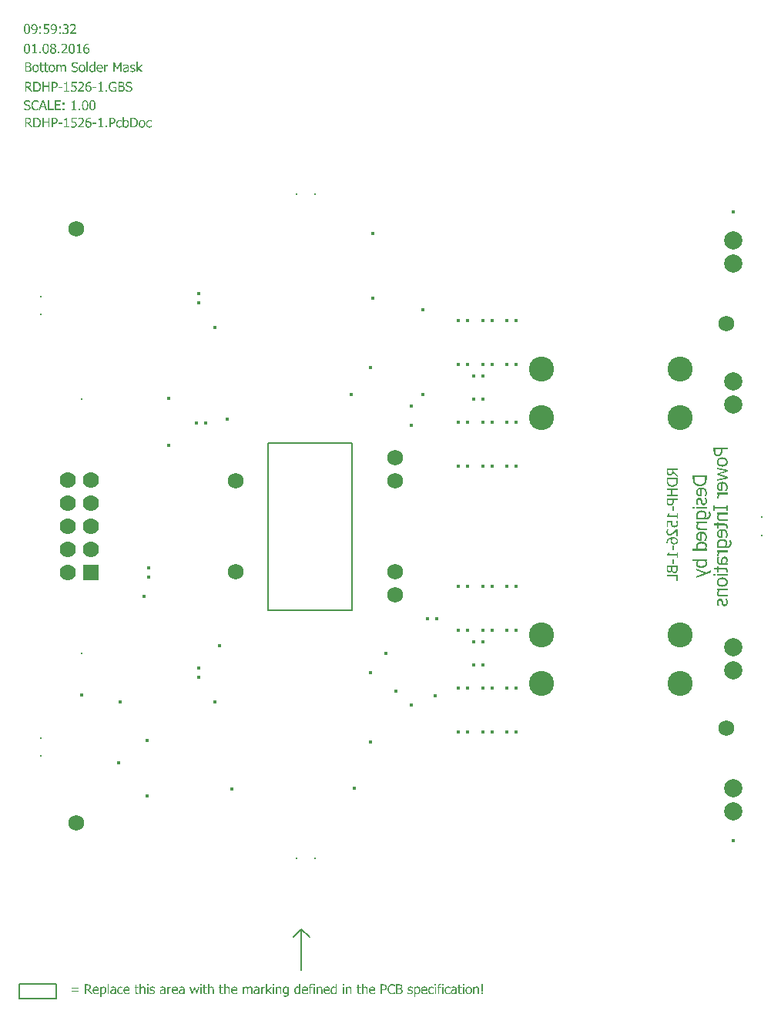
<source format=gbs>
G04 Layer_Color=7307173*
%FSTAX25Y25*%
%MOIN*%
G70*
G01*
G75*
%ADD43C,0.00800*%
%ADD65C,0.06800*%
%ADD66C,0.10800*%
%ADD67C,0.00800*%
%ADD68C,0.07000*%
%ADD69R,0.07000X0.07000*%
%ADD70C,0.07887*%
%ADD71C,0.01600*%
%ADD72C,0.00600*%
G36*
X0671921Y0347239D02*
X0671986D01*
X0672057Y0347226D01*
X0672141Y0347213D01*
X0672232Y0347194D01*
X0672323Y0347168D01*
X0672335D01*
X0672362Y0347155D01*
X0672413Y0347142D01*
X0672472Y0347122D01*
X0672536Y0347096D01*
X0672614Y0347064D01*
X0672763Y0346999D01*
Y0346403D01*
X0672731D01*
X0672718Y034641D01*
X0672692Y0346435D01*
X0672647Y0346468D01*
X0672582Y0346507D01*
X0672575D01*
X0672569Y034652D01*
X0672549Y0346533D01*
X0672523Y0346546D01*
X0672452Y0346591D01*
X0672362Y0346636D01*
X0672355D01*
X0672342Y0346649D01*
X0672316Y0346656D01*
X067229Y0346669D01*
X0672251Y0346688D01*
X0672206Y0346701D01*
X0672102Y0346734D01*
X0672096D01*
X0672076Y034674D01*
X067205Y0346746D01*
X0672012Y034676D01*
X0671966Y0346766D01*
X0671914Y0346773D01*
X0671811Y0346779D01*
X0671772D01*
X0671739Y0346773D01*
X0671668Y034676D01*
X0671571Y034674D01*
X0671467Y0346701D01*
X0671357Y0346643D01*
X0671299Y034661D01*
X0671247Y0346565D01*
X0671195Y034652D01*
X0671143Y0346461D01*
Y0346455D01*
X067113Y0346448D01*
X0671124Y0346429D01*
X0671104Y0346403D01*
X0671085Y0346371D01*
X0671066Y0346332D01*
X0671046Y0346287D01*
X067102Y0346235D01*
X0670994Y0346176D01*
X0670975Y0346111D01*
X0670955Y034604D01*
X0670936Y0345956D01*
X067091Y0345781D01*
X0670897Y034558D01*
Y0345574D01*
Y0345554D01*
Y0345528D01*
X0670903Y0345489D01*
Y0345444D01*
X067091Y0345386D01*
X0670929Y0345263D01*
X0670955Y0345127D01*
X0671001Y0344977D01*
X0671059Y0344841D01*
X0671137Y0344712D01*
Y0344705D01*
X067115Y0344699D01*
X0671182Y0344667D01*
X067124Y0344615D01*
X0671312Y0344556D01*
X0671409Y0344498D01*
X0671525Y0344453D01*
X0671662Y0344414D01*
X0671733Y0344407D01*
X0671811Y0344401D01*
X0671856D01*
X0671908Y0344407D01*
X0671973Y0344414D01*
X067205Y0344427D01*
X0672135Y0344446D01*
X0672219Y0344472D01*
X067231Y0344504D01*
X0672323Y0344511D01*
X0672348Y0344524D01*
X0672394Y034455D01*
X0672452Y0344576D01*
X0672517Y0344621D01*
X0672588Y0344667D01*
X0672659Y0344718D01*
X0672731Y0344783D01*
X0672763D01*
Y034418D01*
X0672757D01*
X067275Y0344174D01*
X0672731Y0344167D01*
X0672705Y0344155D01*
X067264Y0344129D01*
X0672556Y034409D01*
X0672549D01*
X0672536Y0344083D01*
X0672517Y034407D01*
X0672485Y0344064D01*
X067242Y0344038D01*
X0672348Y0344012D01*
X0672342D01*
X0672323Y0344005D01*
X0672297Y0343999D01*
X0672264Y0343992D01*
X067218Y034398D01*
X0672096Y034396D01*
X0672089D01*
X0672076Y0343954D01*
X0672057D01*
X0672024Y0343947D01*
X0671986Y0343941D01*
X067194D01*
X0671882Y0343934D01*
X0671765D01*
X0671707Y0343941D01*
X0671623Y0343947D01*
X0671532Y034396D01*
X0671428Y0343973D01*
X0671325Y0343999D01*
X0671221Y0344031D01*
X0671208Y0344038D01*
X0671176Y0344051D01*
X0671124Y0344077D01*
X0671059Y0344109D01*
X0670988Y0344155D01*
X067091Y0344206D01*
X0670832Y0344265D01*
X0670754Y0344336D01*
X0670748Y0344342D01*
X0670722Y0344375D01*
X067069Y034442D01*
X0670644Y0344479D01*
X0670592Y034455D01*
X0670547Y034464D01*
X0670495Y0344738D01*
X067045Y0344848D01*
Y0344854D01*
X0670443Y0344861D01*
Y034488D01*
X0670437Y0344906D01*
X0670417Y0344971D01*
X0670398Y0345055D01*
X0670379Y0345165D01*
X0670366Y0345288D01*
X0670353Y0345431D01*
X0670346Y034558D01*
Y0345587D01*
Y03456D01*
Y0345619D01*
Y0345651D01*
X0670353Y0345684D01*
Y0345729D01*
X0670359Y0345826D01*
X0670372Y0345936D01*
X0670392Y034606D01*
X0670417Y0346183D01*
X0670456Y0346299D01*
Y0346306D01*
X0670463Y0346312D01*
X0670476Y0346351D01*
X0670502Y034641D01*
X0670534Y0346481D01*
X0670579Y0346559D01*
X0670631Y0346643D01*
X067069Y0346727D01*
X0670754Y0346811D01*
X0670761Y0346818D01*
X0670787Y0346844D01*
X0670826Y0346883D01*
X0670884Y0346928D01*
X0670949Y034698D01*
X0671033Y0347032D01*
X0671124Y0347083D01*
X0671221Y0347129D01*
X0671228D01*
X0671234Y0347135D01*
X0671273Y0347148D01*
X0671325Y0347168D01*
X0671402Y0347187D01*
X0671493Y0347207D01*
X067159Y0347226D01*
X0671707Y0347239D01*
X0671824Y0347246D01*
X0671869D01*
X0671921Y0347239D01*
D02*
G37*
G36*
X0679101D02*
X0679166D01*
X0679237Y0347226D01*
X0679321Y0347213D01*
X0679412Y0347194D01*
X0679502Y0347168D01*
X0679515D01*
X0679541Y0347155D01*
X0679593Y0347142D01*
X0679651Y0347122D01*
X0679716Y0347096D01*
X0679794Y0347064D01*
X0679943Y0346999D01*
Y0346403D01*
X0679911D01*
X0679898Y034641D01*
X0679872Y0346435D01*
X0679826Y0346468D01*
X0679762Y0346507D01*
X0679755D01*
X0679749Y034652D01*
X0679729Y0346533D01*
X0679703Y0346546D01*
X0679632Y0346591D01*
X0679541Y0346636D01*
X0679535D01*
X0679522Y0346649D01*
X0679496Y0346656D01*
X067947Y0346669D01*
X0679431Y0346688D01*
X0679386Y0346701D01*
X0679282Y0346734D01*
X0679276D01*
X0679256Y034674D01*
X067923Y0346746D01*
X0679191Y034676D01*
X0679146Y0346766D01*
X0679094Y0346773D01*
X0678991Y0346779D01*
X0678952D01*
X0678919Y0346773D01*
X0678848Y034676D01*
X0678751Y034674D01*
X0678647Y0346701D01*
X0678537Y0346643D01*
X0678479Y034661D01*
X0678427Y0346565D01*
X0678375Y034652D01*
X0678323Y0346461D01*
Y0346455D01*
X067831Y0346448D01*
X0678304Y0346429D01*
X0678284Y0346403D01*
X0678265Y0346371D01*
X0678245Y0346332D01*
X0678226Y0346287D01*
X06782Y0346235D01*
X0678174Y0346176D01*
X0678155Y0346111D01*
X0678135Y034604D01*
X0678116Y0345956D01*
X067809Y0345781D01*
X0678077Y034558D01*
Y0345574D01*
Y0345554D01*
Y0345528D01*
X0678083Y0345489D01*
Y0345444D01*
X067809Y0345386D01*
X0678109Y0345263D01*
X0678135Y0345127D01*
X0678181Y0344977D01*
X0678239Y0344841D01*
X0678317Y0344712D01*
Y0344705D01*
X067833Y0344699D01*
X0678362Y0344667D01*
X067842Y0344615D01*
X0678491Y0344556D01*
X0678589Y0344498D01*
X0678705Y0344453D01*
X0678841Y0344414D01*
X0678913Y0344407D01*
X0678991Y0344401D01*
X0679036D01*
X0679088Y0344407D01*
X0679152Y0344414D01*
X067923Y0344427D01*
X0679315Y0344446D01*
X0679399Y0344472D01*
X067949Y0344504D01*
X0679502Y0344511D01*
X0679528Y0344524D01*
X0679574Y034455D01*
X0679632Y0344576D01*
X0679697Y0344621D01*
X0679768Y0344667D01*
X0679839Y0344718D01*
X0679911Y0344783D01*
X0679943D01*
Y034418D01*
X0679937D01*
X067993Y0344174D01*
X0679911Y0344167D01*
X0679885Y0344155D01*
X067982Y0344129D01*
X0679736Y034409D01*
X0679729D01*
X0679716Y0344083D01*
X0679697Y034407D01*
X0679664Y0344064D01*
X06796Y0344038D01*
X0679528Y0344012D01*
X0679522D01*
X0679502Y0344005D01*
X0679476Y0343999D01*
X0679444Y0343992D01*
X067936Y034398D01*
X0679276Y034396D01*
X0679269D01*
X0679256Y0343954D01*
X0679237D01*
X0679204Y0343947D01*
X0679166Y0343941D01*
X067912D01*
X0679062Y0343934D01*
X0678945D01*
X0678887Y0343941D01*
X0678803Y0343947D01*
X0678712Y034396D01*
X0678608Y0343973D01*
X0678505Y0343999D01*
X0678401Y0344031D01*
X0678388Y0344038D01*
X0678356Y0344051D01*
X0678304Y0344077D01*
X0678239Y0344109D01*
X0678167Y0344155D01*
X067809Y0344206D01*
X0678012Y0344265D01*
X0677934Y0344336D01*
X0677928Y0344342D01*
X0677902Y0344375D01*
X067787Y034442D01*
X0677824Y0344479D01*
X0677772Y034455D01*
X0677727Y034464D01*
X0677675Y0344738D01*
X067763Y0344848D01*
Y0344854D01*
X0677623Y0344861D01*
Y034488D01*
X0677617Y0344906D01*
X0677597Y0344971D01*
X0677578Y0345055D01*
X0677558Y0345165D01*
X0677545Y0345288D01*
X0677532Y0345431D01*
X0677526Y034558D01*
Y0345587D01*
Y03456D01*
Y0345619D01*
Y0345651D01*
X0677532Y0345684D01*
Y0345729D01*
X0677539Y0345826D01*
X0677552Y0345936D01*
X0677571Y034606D01*
X0677597Y0346183D01*
X0677636Y0346299D01*
Y0346306D01*
X0677643Y0346312D01*
X0677656Y0346351D01*
X0677681Y034641D01*
X0677714Y0346481D01*
X0677759Y0346559D01*
X0677811Y0346643D01*
X067787Y0346727D01*
X0677934Y0346811D01*
X0677941Y0346818D01*
X0677967Y0346844D01*
X0678006Y0346883D01*
X0678064Y0346928D01*
X0678129Y034698D01*
X0678213Y0347032D01*
X0678304Y0347083D01*
X0678401Y0347129D01*
X0678407D01*
X0678414Y0347135D01*
X0678453Y0347148D01*
X0678505Y0347168D01*
X0678582Y0347187D01*
X0678673Y0347207D01*
X067877Y0347226D01*
X0678887Y0347239D01*
X0679003Y0347246D01*
X0679049D01*
X0679101Y0347239D01*
D02*
G37*
G36*
X0519051Y0346222D02*
X0515921D01*
Y0346675D01*
X0519051D01*
Y0346222D01*
D02*
G37*
G36*
X0537377Y0347239D02*
X0537441D01*
X0537513Y0347226D01*
X0537597Y0347213D01*
X0537688Y0347194D01*
X0537778Y0347168D01*
X0537791D01*
X0537817Y0347155D01*
X0537869Y0347142D01*
X0537927Y0347122D01*
X0537992Y0347096D01*
X053807Y0347064D01*
X0538219Y0346999D01*
Y0346403D01*
X0538187D01*
X0538174Y034641D01*
X0538148Y0346435D01*
X0538102Y0346468D01*
X0538037Y0346507D01*
X0538031D01*
X0538025Y034652D01*
X0538005Y0346533D01*
X0537979Y0346546D01*
X0537908Y0346591D01*
X0537817Y0346636D01*
X0537811D01*
X0537798Y0346649D01*
X0537772Y0346656D01*
X0537746Y0346669D01*
X0537707Y0346688D01*
X0537662Y0346701D01*
X0537558Y0346734D01*
X0537551D01*
X0537532Y034674D01*
X0537506Y0346746D01*
X0537467Y034676D01*
X0537422Y0346766D01*
X053737Y0346773D01*
X0537266Y0346779D01*
X0537227D01*
X0537195Y0346773D01*
X0537124Y034676D01*
X0537027Y034674D01*
X0536923Y0346701D01*
X0536813Y0346643D01*
X0536755Y034661D01*
X0536703Y0346565D01*
X0536651Y034652D01*
X0536599Y0346461D01*
Y0346455D01*
X0536586Y0346448D01*
X053658Y0346429D01*
X053656Y0346403D01*
X0536541Y0346371D01*
X0536521Y0346332D01*
X0536502Y0346287D01*
X0536476Y0346235D01*
X053645Y0346176D01*
X0536431Y0346111D01*
X0536411Y034604D01*
X0536392Y0345956D01*
X0536366Y0345781D01*
X0536353Y034558D01*
Y0345574D01*
Y0345554D01*
Y0345528D01*
X0536359Y0345489D01*
Y0345444D01*
X0536366Y0345386D01*
X0536385Y0345263D01*
X0536411Y0345127D01*
X0536456Y0344977D01*
X0536515Y0344841D01*
X0536592Y0344712D01*
Y0344705D01*
X0536606Y0344699D01*
X0536638Y0344667D01*
X0536696Y0344615D01*
X0536767Y0344556D01*
X0536865Y0344498D01*
X0536981Y0344453D01*
X0537117Y0344414D01*
X0537189Y0344407D01*
X0537266Y0344401D01*
X0537312D01*
X0537364Y0344407D01*
X0537428Y0344414D01*
X0537506Y0344427D01*
X053759Y0344446D01*
X0537675Y0344472D01*
X0537765Y0344504D01*
X0537778Y0344511D01*
X0537804Y0344524D01*
X053785Y034455D01*
X0537908Y0344576D01*
X0537973Y0344621D01*
X0538044Y0344667D01*
X0538115Y0344718D01*
X0538187Y0344783D01*
X0538219D01*
Y034418D01*
X0538212D01*
X0538206Y0344174D01*
X0538187Y0344167D01*
X0538161Y0344155D01*
X0538096Y0344129D01*
X0538012Y034409D01*
X0538005D01*
X0537992Y0344083D01*
X0537973Y034407D01*
X053794Y0344064D01*
X0537876Y0344038D01*
X0537804Y0344012D01*
X0537798D01*
X0537778Y0344005D01*
X0537752Y0343999D01*
X053772Y0343992D01*
X0537636Y034398D01*
X0537551Y034396D01*
X0537545D01*
X0537532Y0343954D01*
X0537513D01*
X053748Y0343947D01*
X0537441Y0343941D01*
X0537396D01*
X0537338Y0343934D01*
X0537221D01*
X0537163Y0343941D01*
X0537079Y0343947D01*
X0536988Y034396D01*
X0536884Y0343973D01*
X053678Y0343999D01*
X0536677Y0344031D01*
X0536664Y0344038D01*
X0536631Y0344051D01*
X053658Y0344077D01*
X0536515Y0344109D01*
X0536444Y0344155D01*
X0536366Y0344206D01*
X0536288Y0344265D01*
X053621Y0344336D01*
X0536204Y0344342D01*
X0536178Y0344375D01*
X0536145Y034442D01*
X05361Y0344479D01*
X0536048Y034455D01*
X0536003Y034464D01*
X0535951Y0344738D01*
X0535906Y0344848D01*
Y0344854D01*
X0535899Y0344861D01*
Y034488D01*
X0535893Y0344906D01*
X0535873Y0344971D01*
X0535854Y0345055D01*
X0535834Y0345165D01*
X0535821Y0345288D01*
X0535808Y0345431D01*
X0535802Y034558D01*
Y0345587D01*
Y03456D01*
Y0345619D01*
Y0345651D01*
X0535808Y0345684D01*
Y0345729D01*
X0535815Y0345826D01*
X0535828Y0345936D01*
X0535847Y034606D01*
X0535873Y0346183D01*
X0535912Y0346299D01*
Y0346306D01*
X0535919Y0346312D01*
X0535931Y0346351D01*
X0535957Y034641D01*
X053599Y0346481D01*
X0536035Y0346559D01*
X0536087Y0346643D01*
X0536145Y0346727D01*
X053621Y0346811D01*
X0536217Y0346818D01*
X0536243Y0346844D01*
X0536281Y0346883D01*
X053634Y0346928D01*
X0536405Y034698D01*
X0536489Y0347032D01*
X053658Y0347083D01*
X0536677Y0347129D01*
X0536683D01*
X053669Y0347135D01*
X0536729Y0347148D01*
X053678Y0347168D01*
X0536858Y0347187D01*
X0536949Y0347207D01*
X0537046Y0347226D01*
X0537163Y0347239D01*
X0537279Y0347246D01*
X0537325D01*
X0537377Y0347239D01*
D02*
G37*
G36*
X0559097Y0347161D02*
X0559104D01*
X055913Y0347155D01*
X0559156D01*
X0559195Y0347148D01*
Y0346591D01*
X0559149D01*
X0559124Y0346598D01*
X0559085Y0346604D01*
X0559033Y034661D01*
X055902D01*
X0558987Y0346617D01*
X0558838D01*
X05588Y034661D01*
X0558741Y0346604D01*
X0558676Y0346591D01*
X0558599Y0346578D01*
X0558521Y0346552D01*
X0558443Y034652D01*
X0558437Y0346513D01*
X0558404Y03465D01*
X0558365Y0346481D01*
X0558314Y0346448D01*
X0558249Y034641D01*
X0558184Y0346364D01*
X0558113Y0346306D01*
X0558041Y0346241D01*
Y0344005D01*
X055751D01*
Y0347168D01*
X0558041D01*
Y0346695D01*
X0558048D01*
X0558054Y0346708D01*
X0558093Y034674D01*
X0558145Y0346785D01*
X0558216Y0346837D01*
X0558294Y0346896D01*
X0558378Y034696D01*
X0558462Y0347012D01*
X0558547Y0347058D01*
X055856Y0347064D01*
X0558586Y0347077D01*
X0558625Y034709D01*
X0558683Y0347116D01*
X0558748Y0347135D01*
X0558819Y0347148D01*
X0558897Y0347161D01*
X0558974Y0347168D01*
X0559065D01*
X0559097Y0347161D01*
D02*
G37*
G36*
X0599675D02*
X0599682D01*
X0599708Y0347155D01*
X0599734D01*
X0599773Y0347148D01*
Y0346591D01*
X0599727D01*
X0599701Y0346598D01*
X0599662Y0346604D01*
X0599611Y034661D01*
X0599598D01*
X0599565Y0346617D01*
X0599416D01*
X0599377Y034661D01*
X0599319Y0346604D01*
X0599254Y0346591D01*
X0599176Y0346578D01*
X0599099Y0346552D01*
X0599021Y034652D01*
X0599014Y0346513D01*
X0598982Y03465D01*
X0598943Y0346481D01*
X0598891Y0346448D01*
X0598826Y034641D01*
X0598762Y0346364D01*
X059869Y0346306D01*
X0598619Y0346241D01*
Y0344005D01*
X0598088D01*
Y0347168D01*
X0598619D01*
Y0346695D01*
X0598626D01*
X0598632Y0346708D01*
X0598671Y034674D01*
X0598723Y0346785D01*
X0598794Y0346837D01*
X0598872Y0346896D01*
X0598956Y034696D01*
X059904Y0347012D01*
X0599124Y0347058D01*
X0599137Y0347064D01*
X0599163Y0347077D01*
X0599202Y034709D01*
X0599261Y0347116D01*
X0599325Y0347135D01*
X0599397Y0347148D01*
X0599474Y0347161D01*
X0599552Y0347168D01*
X0599643D01*
X0599675Y0347161D01*
D02*
G37*
G36*
X0551159Y0347239D02*
X0551224D01*
X0551302Y0347226D01*
X0551393Y0347213D01*
X055149Y03472D01*
X0551587Y0347174D01*
X05516D01*
X0551633Y0347161D01*
X0551684Y0347148D01*
X0551749Y0347129D01*
X0551821Y0347109D01*
X0551892Y0347077D01*
X0551969Y0347045D01*
X0552041Y0347012D01*
Y0346448D01*
X0552008D01*
X0552002Y0346455D01*
X0551976Y0346474D01*
X0551931Y0346507D01*
X0551879Y0346539D01*
X0551807Y0346585D01*
X055173Y0346623D01*
X0551646Y0346662D01*
X0551555Y0346701D01*
X0551542Y0346708D01*
X055151Y0346714D01*
X0551464Y0346734D01*
X0551399Y0346753D01*
X0551328Y0346766D01*
X0551244Y0346785D01*
X0551153Y0346792D01*
X0551056Y0346798D01*
X0551011D01*
X0550965Y0346792D01*
X05509Y0346785D01*
X0550829Y0346773D01*
X0550758Y0346746D01*
X055068Y0346721D01*
X0550609Y0346682D01*
X0550602Y0346675D01*
X0550583Y0346662D01*
X055055Y0346636D01*
X0550525Y0346598D01*
X0550492Y0346552D01*
X055046Y0346494D01*
X055044Y0346429D01*
X0550434Y0346351D01*
Y0346345D01*
Y0346319D01*
X055044Y034628D01*
X0550447Y0346241D01*
X055046Y0346189D01*
X0550479Y0346144D01*
X0550505Y0346092D01*
X0550537Y0346053D01*
X0550544Y0346047D01*
X0550557Y034604D01*
X0550583Y0346021D01*
X0550622Y0345995D01*
X0550667Y0345969D01*
X0550725Y0345943D01*
X055079Y0345917D01*
X0550874Y0345891D01*
X0550881D01*
X0550894Y0345885D01*
X055092D01*
X0550952Y0345872D01*
X0550991Y0345865D01*
X0551036Y0345859D01*
X055114Y0345833D01*
X0551147D01*
X0551166Y0345826D01*
X0551198Y034582D01*
X0551237Y0345813D01*
X0551283Y03458D01*
X0551334Y0345788D01*
X0551451Y0345762D01*
X0551458D01*
X0551464Y0345755D01*
X0551483D01*
X055151Y0345749D01*
X0551574Y0345723D01*
X0551646Y0345697D01*
X0551736Y0345651D01*
X0551821Y0345606D01*
X0551905Y0345541D01*
X0551976Y034547D01*
X0551982Y0345463D01*
X0552002Y0345431D01*
X0552034Y0345386D01*
X0552067Y0345327D01*
X0552099Y034525D01*
X0552132Y0345152D01*
X0552151Y0345042D01*
X0552157Y0344919D01*
Y0344913D01*
Y0344887D01*
X0552151Y0344841D01*
X0552144Y0344796D01*
X0552138Y0344731D01*
X0552125Y0344667D01*
X0552099Y0344602D01*
X0552073Y034453D01*
X0552067Y0344524D01*
X055206Y0344498D01*
X0552041Y0344466D01*
X0552015Y0344427D01*
X0551982Y0344375D01*
X0551944Y0344323D01*
X0551892Y0344271D01*
X055184Y0344219D01*
X0551833Y0344213D01*
X0551807Y0344193D01*
X0551775Y0344167D01*
X0551723Y0344142D01*
X0551672Y0344103D01*
X05516Y034407D01*
X0551529Y0344038D01*
X0551451Y0344005D01*
X0551445D01*
X0551412Y0343992D01*
X0551367Y0343986D01*
X0551302Y0343973D01*
X0551231Y034396D01*
X055114Y0343947D01*
X0551036Y0343941D01*
X055092Y0343934D01*
X0550868D01*
X0550803Y0343941D01*
X0550725Y0343947D01*
X0550635Y0343954D01*
X0550537Y0343973D01*
X0550427Y0343992D01*
X0550324Y0344019D01*
X0550311Y0344025D01*
X0550278Y0344031D01*
X0550226Y0344051D01*
X0550162Y034407D01*
X055009Y0344096D01*
X0550013Y0344129D01*
X0549941Y0344161D01*
X054987Y0344193D01*
Y0344796D01*
X0549896D01*
X0549909Y0344783D01*
X0549941Y0344757D01*
X0549987Y0344718D01*
X0550051Y0344673D01*
X0550058D01*
X0550071Y034466D01*
X055009Y0344647D01*
X0550116Y0344634D01*
X0550155Y0344615D01*
X0550194Y0344589D01*
X0550298Y0344537D01*
X0550304D01*
X0550324Y0344524D01*
X055035Y0344511D01*
X0550388Y0344498D01*
X0550427Y0344479D01*
X0550479Y0344466D01*
X0550596Y0344427D01*
X0550602D01*
X0550622Y034442D01*
X0550654Y0344414D01*
X05507Y0344407D01*
X0550751Y0344394D01*
X055081Y0344388D01*
X0550933Y0344381D01*
X0550985D01*
X0551017Y0344388D01*
X0551056D01*
X0551101Y0344394D01*
X0551205Y0344407D01*
X0551211D01*
X0551231Y0344414D01*
X0551257Y034442D01*
X0551283Y0344427D01*
X0551354Y0344453D01*
X0551386Y0344472D01*
X0551419Y0344485D01*
X0551425D01*
X0551432Y0344498D01*
X0551471Y0344524D01*
X0551522Y0344569D01*
X0551561Y0344621D01*
Y0344628D01*
X0551568Y0344634D01*
X0551574Y0344654D01*
X0551587Y0344679D01*
X0551594Y0344712D01*
X05516Y0344744D01*
X0551607Y0344841D01*
Y0344848D01*
Y0344874D01*
X05516Y0344906D01*
X0551594Y0344952D01*
X0551581Y0344997D01*
X0551561Y0345049D01*
X0551535Y0345094D01*
X0551503Y0345133D01*
X0551497Y034514D01*
X0551483Y0345152D01*
X0551458Y0345165D01*
X0551419Y0345191D01*
X0551367Y0345217D01*
X0551309Y0345243D01*
X0551231Y0345269D01*
X055114Y0345295D01*
X0551134D01*
X0551121Y0345302D01*
X0551101Y0345308D01*
X0551069Y0345315D01*
X055103Y0345321D01*
X0550985Y0345334D01*
X0550933Y034534D01*
X0550874Y0345353D01*
X0550868D01*
X0550848Y034536D01*
X0550816Y0345366D01*
X0550777Y0345373D01*
X0550732Y0345386D01*
X055068Y0345399D01*
X055057Y0345425D01*
X0550563D01*
X0550557Y0345431D01*
X0550537Y0345438D01*
X0550512Y0345444D01*
X0550447Y034547D01*
X0550369Y0345502D01*
X0550285Y0345548D01*
X0550194Y0345606D01*
X0550116Y0345671D01*
X0550045Y0345749D01*
X0550038Y0345762D01*
X0550019Y0345788D01*
X0549993Y0345833D01*
X0549967Y0345898D01*
X0549935Y0345975D01*
X0549909Y0346066D01*
X054989Y034617D01*
X0549883Y034628D01*
Y0346287D01*
Y0346299D01*
Y0346319D01*
X054989Y0346351D01*
X0549896Y034639D01*
X0549902Y0346429D01*
X0549922Y0346526D01*
X0549961Y0346636D01*
X0550019Y0346753D01*
X0550051Y0346811D01*
X0550097Y034687D01*
X0550142Y0346921D01*
X0550201Y0346973D01*
X0550207Y034698D01*
X0550213Y0346986D01*
X0550233Y0346999D01*
X0550259Y0347019D01*
X0550291Y0347038D01*
X055033Y0347058D01*
X0550376Y0347083D01*
X0550427Y0347109D01*
X055055Y0347161D01*
X05507Y03472D01*
X0550868Y0347233D01*
X0551062Y0347246D01*
X0551108D01*
X0551159Y0347239D01*
D02*
G37*
G36*
X0662816D02*
X0662881D01*
X0662959Y0347226D01*
X066305Y0347213D01*
X0663147Y03472D01*
X0663244Y0347174D01*
X0663257D01*
X0663289Y0347161D01*
X0663341Y0347148D01*
X0663406Y0347129D01*
X0663477Y0347109D01*
X0663549Y0347077D01*
X0663626Y0347045D01*
X0663698Y0347012D01*
Y0346448D01*
X0663665D01*
X0663659Y0346455D01*
X0663633Y0346474D01*
X0663588Y0346507D01*
X0663536Y0346539D01*
X0663464Y0346585D01*
X0663387Y0346623D01*
X0663302Y0346662D01*
X0663212Y0346701D01*
X0663199Y0346708D01*
X0663166Y0346714D01*
X0663121Y0346734D01*
X0663056Y0346753D01*
X0662985Y0346766D01*
X0662901Y0346785D01*
X066281Y0346792D01*
X0662713Y0346798D01*
X0662667D01*
X0662622Y0346792D01*
X0662557Y0346785D01*
X0662486Y0346773D01*
X0662415Y0346746D01*
X0662337Y0346721D01*
X0662266Y0346682D01*
X0662259Y0346675D01*
X066224Y0346662D01*
X0662207Y0346636D01*
X0662181Y0346598D01*
X0662149Y0346552D01*
X0662117Y0346494D01*
X0662097Y0346429D01*
X0662091Y0346351D01*
Y0346345D01*
Y0346319D01*
X0662097Y034628D01*
X0662104Y0346241D01*
X0662117Y0346189D01*
X0662136Y0346144D01*
X0662162Y0346092D01*
X0662194Y0346053D01*
X0662201Y0346047D01*
X0662214Y034604D01*
X066224Y0346021D01*
X0662279Y0345995D01*
X0662324Y0345969D01*
X0662382Y0345943D01*
X0662447Y0345917D01*
X0662531Y0345891D01*
X0662538D01*
X0662551Y0345885D01*
X0662577D01*
X0662609Y0345872D01*
X0662648Y0345865D01*
X0662693Y0345859D01*
X0662797Y0345833D01*
X0662804D01*
X0662823Y0345826D01*
X0662855Y034582D01*
X0662894Y0345813D01*
X066294Y03458D01*
X0662991Y0345788D01*
X0663108Y0345762D01*
X0663115D01*
X0663121Y0345755D01*
X066314D01*
X0663166Y0345749D01*
X0663231Y0345723D01*
X0663302Y0345697D01*
X0663393Y0345651D01*
X0663477Y0345606D01*
X0663562Y0345541D01*
X0663633Y034547D01*
X0663639Y0345463D01*
X0663659Y0345431D01*
X0663691Y0345386D01*
X0663724Y0345327D01*
X0663756Y034525D01*
X0663788Y0345152D01*
X0663808Y0345042D01*
X0663814Y0344919D01*
Y0344913D01*
Y0344887D01*
X0663808Y0344841D01*
X0663801Y0344796D01*
X0663795Y0344731D01*
X0663782Y0344667D01*
X0663756Y0344602D01*
X066373Y034453D01*
X0663724Y0344524D01*
X0663717Y0344498D01*
X0663698Y0344466D01*
X0663672Y0344427D01*
X0663639Y0344375D01*
X06636Y0344323D01*
X0663549Y0344271D01*
X0663497Y0344219D01*
X066349Y0344213D01*
X0663464Y0344193D01*
X0663432Y0344167D01*
X066338Y0344142D01*
X0663328Y0344103D01*
X0663257Y034407D01*
X0663186Y0344038D01*
X0663108Y0344005D01*
X0663101D01*
X0663069Y0343992D01*
X0663024Y0343986D01*
X0662959Y0343973D01*
X0662888Y034396D01*
X0662797Y0343947D01*
X0662693Y0343941D01*
X0662577Y0343934D01*
X0662525D01*
X066246Y0343941D01*
X0662382Y0343947D01*
X0662291Y0343954D01*
X0662194Y0343973D01*
X0662084Y0343992D01*
X066198Y0344019D01*
X0661968Y0344025D01*
X0661935Y0344031D01*
X0661883Y0344051D01*
X0661819Y034407D01*
X0661747Y0344096D01*
X0661669Y0344129D01*
X0661598Y0344161D01*
X0661527Y0344193D01*
Y0344796D01*
X0661553D01*
X0661566Y0344783D01*
X0661598Y0344757D01*
X0661644Y0344718D01*
X0661708Y0344673D01*
X0661715D01*
X0661728Y034466D01*
X0661747Y0344647D01*
X0661773Y0344634D01*
X0661812Y0344615D01*
X0661851Y0344589D01*
X0661955Y0344537D01*
X0661961D01*
X066198Y0344524D01*
X0662006Y0344511D01*
X0662045Y0344498D01*
X0662084Y0344479D01*
X0662136Y0344466D01*
X0662253Y0344427D01*
X0662259D01*
X0662279Y034442D01*
X0662311Y0344414D01*
X0662356Y0344407D01*
X0662408Y0344394D01*
X0662466Y0344388D01*
X066259Y0344381D01*
X0662641D01*
X0662674Y0344388D01*
X0662713D01*
X0662758Y0344394D01*
X0662862Y0344407D01*
X0662868D01*
X0662888Y0344414D01*
X0662914Y034442D01*
X066294Y0344427D01*
X0663011Y0344453D01*
X0663043Y0344472D01*
X0663076Y0344485D01*
X0663082D01*
X0663089Y0344498D01*
X0663128Y0344524D01*
X0663179Y0344569D01*
X0663218Y0344621D01*
Y0344628D01*
X0663225Y0344634D01*
X0663231Y0344654D01*
X0663244Y0344679D01*
X0663251Y0344712D01*
X0663257Y0344744D01*
X0663264Y0344841D01*
Y0344848D01*
Y0344874D01*
X0663257Y0344906D01*
X0663251Y0344952D01*
X0663238Y0344997D01*
X0663218Y0345049D01*
X0663192Y0345094D01*
X066316Y0345133D01*
X0663153Y034514D01*
X066314Y0345152D01*
X0663115Y0345165D01*
X0663076Y0345191D01*
X0663024Y0345217D01*
X0662965Y0345243D01*
X0662888Y0345269D01*
X0662797Y0345295D01*
X066279D01*
X0662778Y0345302D01*
X0662758Y0345308D01*
X0662726Y0345315D01*
X0662687Y0345321D01*
X0662641Y0345334D01*
X066259Y034534D01*
X0662531Y0345353D01*
X0662525D01*
X0662505Y034536D01*
X0662473Y0345366D01*
X0662434Y0345373D01*
X0662389Y0345386D01*
X0662337Y0345399D01*
X0662227Y0345425D01*
X066222D01*
X0662214Y0345431D01*
X0662194Y0345438D01*
X0662168Y0345444D01*
X0662104Y034547D01*
X0662026Y0345502D01*
X0661942Y0345548D01*
X0661851Y0345606D01*
X0661773Y0345671D01*
X0661702Y0345749D01*
X0661695Y0345762D01*
X0661676Y0345788D01*
X066165Y0345833D01*
X0661624Y0345898D01*
X0661592Y0345975D01*
X0661566Y0346066D01*
X0661546Y034617D01*
X066154Y034628D01*
Y0346287D01*
Y0346299D01*
Y0346319D01*
X0661546Y0346351D01*
X0661553Y034639D01*
X0661559Y0346429D01*
X0661579Y0346526D01*
X0661618Y0346636D01*
X0661676Y0346753D01*
X0661708Y0346811D01*
X0661754Y034687D01*
X0661799Y0346921D01*
X0661857Y0346973D01*
X0661864Y034698D01*
X066187Y0346986D01*
X066189Y0346999D01*
X0661916Y0347019D01*
X0661948Y0347038D01*
X0661987Y0347058D01*
X0662032Y0347083D01*
X0662084Y0347109D01*
X0662207Y0347161D01*
X0662356Y03472D01*
X0662525Y0347233D01*
X0662719Y0347246D01*
X0662765D01*
X0662816Y0347239D01*
D02*
G37*
G36*
X0681615D02*
X0681706Y0347233D01*
X0681796Y0347226D01*
X0681887Y0347213D01*
X0681971Y0347194D01*
X0681984D01*
X068201Y0347181D01*
X0682056Y0347168D01*
X0682107Y0347148D01*
X0682172Y0347122D01*
X0682237Y034709D01*
X0682308Y0347051D01*
X0682379Y0347006D01*
X0682386Y0346999D01*
X0682406Y034698D01*
X0682438Y0346954D01*
X0682477Y0346915D01*
X0682516Y034687D01*
X0682554Y0346811D01*
X06826Y034674D01*
X0682632Y0346669D01*
X0682639Y0346662D01*
X0682645Y034663D01*
X0682658Y0346585D01*
X0682678Y0346526D01*
X0682697Y0346455D01*
X068271Y0346371D01*
X0682717Y0346273D01*
X0682723Y0346163D01*
Y0344005D01*
X0682192D01*
Y0344336D01*
X0682179Y034433D01*
X068214Y0344304D01*
X0682088Y0344258D01*
X068201Y03442D01*
X0682004Y0344193D01*
X0681991Y0344187D01*
X0681971Y0344167D01*
X0681945Y0344155D01*
X0681881Y0344109D01*
X0681803Y0344064D01*
X0681796D01*
X0681777Y0344051D01*
X0681751Y0344044D01*
X0681712Y0344025D01*
X0681628Y0343992D01*
X0681524Y034396D01*
X0681518D01*
X0681498Y0343954D01*
X0681472Y0343947D01*
X0681433Y0343941D01*
X0681382Y0343928D01*
X0681317Y0343921D01*
X0681246Y0343915D01*
X0681129D01*
X068109Y0343921D01*
X0681045D01*
X0680986Y0343934D01*
X0680922Y0343947D01*
X0680857Y034396D01*
X0680786Y0343986D01*
X0680779Y0343992D01*
X0680759Y0343999D01*
X0680721Y0344019D01*
X0680682Y0344038D01*
X0680585Y0344103D01*
X0680481Y0344193D01*
X0680474Y03442D01*
X0680462Y0344219D01*
X0680436Y0344245D01*
X068041Y0344284D01*
X0680371Y034433D01*
X0680338Y0344381D01*
X0680306Y0344446D01*
X0680273Y0344511D01*
Y0344517D01*
X0680261Y0344543D01*
X0680254Y0344582D01*
X0680241Y0344634D01*
X0680228Y0344699D01*
X0680215Y0344764D01*
X0680209Y0344841D01*
X0680202Y0344919D01*
Y0344926D01*
Y0344932D01*
Y0344971D01*
X0680209Y0345036D01*
X0680222Y0345114D01*
X0680235Y0345198D01*
X0680261Y0345288D01*
X0680293Y0345386D01*
X0680338Y0345477D01*
X0680345Y0345489D01*
X0680364Y0345515D01*
X0680397Y0345561D01*
X0680442Y0345613D01*
X0680507Y0345671D01*
X0680585Y0345729D01*
X0680675Y0345794D01*
X0680779Y0345846D01*
X0680792Y0345852D01*
X0680824Y0345865D01*
X0680883Y0345885D01*
X068096Y0345911D01*
X0681051Y0345943D01*
X0681155Y0345969D01*
X0681278Y0345995D01*
X0681407Y0346014D01*
X0681427D01*
X0681446Y0346021D01*
X0681472D01*
X0681505Y0346027D01*
X0681544D01*
X0681641Y034604D01*
X0681757Y0346053D01*
X0681893Y0346066D01*
X0682036Y0346073D01*
X0682192Y0346086D01*
Y0346183D01*
Y0346189D01*
Y0346215D01*
Y0346248D01*
X0682185Y0346293D01*
X0682166Y034639D01*
X0682153Y0346442D01*
X0682133Y0346487D01*
Y0346494D01*
X068212Y0346507D01*
X0682107Y0346526D01*
X0682094Y0346552D01*
X0682043Y034661D01*
X0681971Y0346669D01*
X0681965D01*
X0681952Y0346682D01*
X0681932Y0346688D01*
X0681907Y0346701D01*
X0681868Y0346721D01*
X0681829Y0346734D01*
X0681725Y0346753D01*
X0681719D01*
X0681699Y034676D01*
X0681667D01*
X0681634Y0346766D01*
X0681582Y0346773D01*
X0681537D01*
X0681421Y0346779D01*
X0681349D01*
X0681297Y0346773D01*
X0681233Y0346766D01*
X0681161Y0346753D01*
X0681077Y034674D01*
X0680986Y0346721D01*
X0680973D01*
X0680941Y0346708D01*
X0680896Y0346695D01*
X0680831Y0346682D01*
X0680759Y0346656D01*
X0680675Y034663D01*
X0680487Y0346559D01*
X0680462D01*
Y0347096D01*
X0680468D01*
X0680487Y0347103D01*
X068052Y0347116D01*
X0680565Y0347129D01*
X0680623Y0347142D01*
X0680695Y0347155D01*
X0680779Y0347174D01*
X0680876Y0347194D01*
X0680889D01*
X0680922Y03472D01*
X068098Y0347213D01*
X0681051Y034722D01*
X0681135Y0347233D01*
X0681226Y0347239D01*
X0681427Y0347246D01*
X0681544D01*
X0681615Y0347239D01*
D02*
G37*
G36*
X068595Y0344005D02*
X0685419D01*
Y0347168D01*
X068595D01*
Y0344005D01*
D02*
G37*
G36*
X0673787D02*
X0673256D01*
Y0347168D01*
X0673787D01*
Y0344005D01*
D02*
G37*
G36*
X0676962D02*
X0676431D01*
Y0347168D01*
X0676962D01*
Y0344005D01*
D02*
G37*
G36*
X0519051Y0345029D02*
X0515921D01*
Y0345483D01*
X0519051D01*
Y0345029D01*
D02*
G37*
G36*
X0693933Y0345165D02*
X069346D01*
X0693376Y0348224D01*
X0694018D01*
X0693933Y0345165D01*
D02*
G37*
G36*
X0693985Y0344005D02*
X0693408D01*
Y0344602D01*
X0693985D01*
Y0344005D01*
D02*
G37*
G36*
X0570548D02*
X0570055D01*
X0569284Y0346442D01*
X0568513Y0344005D01*
X056802D01*
X0567217Y0347168D01*
X0567761D01*
X0568325Y0344718D01*
X0569077Y0347168D01*
X0569517D01*
X0570289Y0344718D01*
X0570813Y0347168D01*
X0571351D01*
X0570548Y0344005D01*
D02*
G37*
G36*
X0549326Y0347699D02*
X0548717D01*
Y034825D01*
X0549326D01*
Y0347699D01*
D02*
G37*
G36*
X0572407D02*
X0571798D01*
Y034825D01*
X0572407D01*
Y0347699D01*
D02*
G37*
G36*
X0630818Y0344005D02*
X0630287D01*
Y0344323D01*
X063028Y0344317D01*
X0630267Y0344304D01*
X0630241Y0344284D01*
X0630209Y0344265D01*
X0630138Y0344206D01*
X0630066Y0344148D01*
X063006D01*
X0630054Y0344135D01*
X0630034Y0344122D01*
X0630008Y0344109D01*
X0629937Y034407D01*
X0629853Y0344025D01*
X0629846D01*
X0629833Y0344019D01*
X0629814Y0344012D01*
X0629781Y0343999D01*
X062971Y0343973D01*
X0629619Y0343947D01*
X0629613D01*
X06296Y0343941D01*
X0629574Y0343934D01*
X0629535D01*
X0629496Y0343928D01*
X0629444Y0343921D01*
X0629334Y0343915D01*
X0629289D01*
X0629244Y0343921D01*
X0629179Y0343928D01*
X0629101Y0343941D01*
X0629023Y034396D01*
X0628939Y0343986D01*
X0628855Y0344019D01*
X0628848Y0344025D01*
X0628816Y0344038D01*
X0628777Y0344064D01*
X0628725Y0344103D01*
X0628667Y0344142D01*
X0628602Y03442D01*
X0628537Y0344265D01*
X0628479Y0344336D01*
X0628472Y0344342D01*
X0628453Y0344375D01*
X0628427Y034442D01*
X0628388Y0344479D01*
X0628349Y034455D01*
X062831Y034464D01*
X0628271Y0344738D01*
X0628239Y0344848D01*
Y0344854D01*
X0628233Y0344861D01*
Y034488D01*
X0628226Y0344906D01*
X0628213Y0344965D01*
X06282Y0345055D01*
X0628181Y0345159D01*
X0628168Y0345282D01*
X0628161Y0345418D01*
X0628155Y0345561D01*
Y0345567D01*
Y034558D01*
Y03456D01*
Y0345632D01*
X0628161Y0345664D01*
Y034571D01*
X0628168Y0345807D01*
X0628181Y0345917D01*
X06282Y034604D01*
X0628226Y0346163D01*
X0628259Y034628D01*
Y0346287D01*
X0628265Y0346293D01*
X0628278Y0346332D01*
X0628304Y034639D01*
X0628336Y0346461D01*
X0628382Y0346546D01*
X0628434Y034663D01*
X0628492Y0346721D01*
X0628557Y0346811D01*
X0628563Y0346818D01*
X0628589Y0346844D01*
X0628628Y0346883D01*
X0628673Y0346928D01*
X0628738Y034698D01*
X0628809Y0347038D01*
X0628887Y034709D01*
X0628978Y0347135D01*
X0628991Y0347142D01*
X0629023Y0347155D01*
X0629069Y0347174D01*
X0629133Y03472D01*
X0629211Y034722D01*
X0629302Y0347239D01*
X0629399Y0347252D01*
X0629496Y0347258D01*
X062958D01*
X0629639Y0347252D01*
X0629704Y0347246D01*
X0629775Y0347233D01*
X0629911Y03472D01*
X0629917D01*
X0629943Y0347194D01*
X0629976Y0347181D01*
X0630021Y0347161D01*
X063008Y0347135D01*
X0630144Y0347109D01*
X0630287Y0347038D01*
Y0348412D01*
X0630818D01*
Y0344005D01*
D02*
G37*
G36*
X0654833Y0348295D02*
X0654891D01*
X0654963Y0348289D01*
X0655099Y0348269D01*
X0655105D01*
X0655131Y0348263D01*
X065517Y0348256D01*
X0655215Y034825D01*
X0655267Y0348237D01*
X0655326Y0348218D01*
X0655449Y0348185D01*
X0655455D01*
X0655475Y0348179D01*
X0655501Y0348172D01*
X0655533Y0348159D01*
X0655578Y034814D01*
X0655624Y0348127D01*
X0655727Y0348081D01*
X0655734D01*
X0655753Y0348068D01*
X0655779Y0348056D01*
X0655818Y0348042D01*
X0655857Y0348017D01*
X0655909Y0347997D01*
X0656012Y0347939D01*
Y0347265D01*
X0655961D01*
X0655954Y0347278D01*
X0655915Y034731D01*
X065585Y0347356D01*
X0655773Y0347421D01*
X0655766Y0347427D01*
X0655753Y034744D01*
X0655727Y0347459D01*
X0655695Y0347479D01*
X065565Y0347511D01*
X0655604Y0347544D01*
X0655487Y0347615D01*
X0655481Y0347621D01*
X0655462Y0347628D01*
X0655429Y0347647D01*
X0655384Y0347667D01*
X0655332Y0347686D01*
X0655274Y0347712D01*
X0655138Y0347757D01*
X0655131D01*
X0655105Y0347764D01*
X0655066Y0347777D01*
X0655015Y034779D01*
X065495Y0347796D01*
X0654878Y0347809D01*
X0654794Y0347816D01*
X0654658D01*
X0654606Y0347809D01*
X0654535Y0347803D01*
X0654457Y034779D01*
X0654373Y0347764D01*
X0654282Y0347738D01*
X0654191Y0347699D01*
X0654179Y0347693D01*
X0654153Y034768D01*
X0654107Y0347654D01*
X0654049Y0347615D01*
X0653984Y0347569D01*
X0653913Y0347518D01*
X0653842Y0347453D01*
X065377Y0347375D01*
X0653764Y0347369D01*
X0653738Y0347336D01*
X0653706Y0347291D01*
X0653667Y0347226D01*
X0653621Y0347148D01*
X0653576Y0347058D01*
X0653531Y0346954D01*
X0653492Y0346837D01*
Y0346831D01*
X0653485Y0346824D01*
Y0346805D01*
X0653479Y0346779D01*
X0653459Y0346714D01*
X0653446Y0346623D01*
X0653427Y0346513D01*
X0653407Y034639D01*
X0653401Y0346254D01*
X0653395Y0346105D01*
Y0346098D01*
Y0346086D01*
Y0346066D01*
Y0346034D01*
X0653401Y0345995D01*
Y034595D01*
X0653407Y0345852D01*
X065342Y0345736D01*
X065344Y0345606D01*
X0653466Y0345483D01*
X0653498Y034536D01*
Y0345353D01*
X0653505Y0345347D01*
X0653518Y0345308D01*
X0653544Y034525D01*
X0653576Y0345178D01*
X0653615Y0345094D01*
X065366Y034501D01*
X0653719Y0344919D01*
X0653783Y0344835D01*
X065379Y0344829D01*
X0653816Y0344802D01*
X0653848Y0344764D01*
X06539Y0344718D01*
X0653958Y0344667D01*
X065403Y0344608D01*
X0654107Y0344563D01*
X0654191Y0344517D01*
X0654205Y0344511D01*
X065423Y0344504D01*
X0654282Y0344485D01*
X0654347Y0344466D01*
X0654425Y0344446D01*
X0654509Y0344433D01*
X0654606Y034442D01*
X0654704Y0344414D01*
X0654742D01*
X0654788Y034442D01*
X0654852D01*
X0654917Y0344427D01*
X0654995Y034444D01*
X0655151Y0344472D01*
X0655157D01*
X0655183Y0344485D01*
X0655222Y0344498D01*
X0655274Y0344511D01*
X0655332Y0344537D01*
X0655397Y0344563D01*
X065552Y0344621D01*
X0655526Y0344628D01*
X0655546Y0344634D01*
X0655578Y0344654D01*
X0655611Y0344673D01*
X0655695Y0344731D01*
X0655786Y0344796D01*
X0655792Y0344802D01*
X0655805Y0344809D01*
X0655825Y0344829D01*
X065585Y0344848D01*
X0655909Y03449D01*
X0655967Y0344958D01*
X0656012D01*
Y0344284D01*
X0656006D01*
X0655986Y0344271D01*
X0655961Y0344258D01*
X0655928Y0344245D01*
X0655837Y0344206D01*
X0655747Y0344161D01*
X065574D01*
X0655727Y0344148D01*
X0655701Y0344142D01*
X0655662Y0344122D01*
X0655617Y0344109D01*
X0655572Y034409D01*
X0655513Y0344064D01*
X0655449Y0344044D01*
X0655442D01*
X0655416Y0344038D01*
X0655384Y0344025D01*
X0655338Y0344012D01*
X0655287Y0343999D01*
X0655228Y0343986D01*
X0655105Y034396D01*
X0655099D01*
X0655079Y0343954D01*
X065504Y0343947D01*
X0654995D01*
X0654937Y0343941D01*
X0654866Y0343934D01*
X0654788Y0343928D01*
X0654626D01*
X0654593Y0343934D01*
X0654548D01*
X0654444Y0343947D01*
X0654328Y034396D01*
X0654198Y0343986D01*
X0654068Y0344019D01*
X0653932Y0344064D01*
X0653926D01*
X0653919Y034407D01*
X06539Y0344077D01*
X0653874Y034409D01*
X0653809Y0344122D01*
X0653731Y0344167D01*
X0653634Y0344226D01*
X0653537Y0344297D01*
X0653433Y0344381D01*
X0653336Y0344479D01*
X0653323Y0344492D01*
X0653297Y034453D01*
X0653252Y0344589D01*
X0653194Y0344667D01*
X0653129Y0344764D01*
X0653064Y034488D01*
X0653006Y034501D01*
X0652947Y0345159D01*
Y0345165D01*
X0652941Y0345178D01*
X0652934Y0345198D01*
X0652928Y034523D01*
X0652915Y0345269D01*
X0652902Y0345321D01*
X0652889Y0345373D01*
X0652883Y0345431D01*
X0652857Y0345574D01*
X0652831Y0345736D01*
X0652818Y0345911D01*
X0652811Y0346105D01*
Y0346111D01*
Y0346131D01*
Y0346157D01*
Y0346196D01*
X0652818Y0346241D01*
Y0346293D01*
X0652824Y0346351D01*
X0652831Y0346423D01*
X0652844Y0346565D01*
X0652863Y0346721D01*
X0652895Y0346876D01*
X0652941Y0347032D01*
Y0347038D01*
X0652947Y0347051D01*
X0652954Y0347071D01*
X0652967Y0347096D01*
X0652999Y0347174D01*
X0653045Y0347265D01*
X0653096Y0347375D01*
X0653168Y0347485D01*
X0653245Y0347608D01*
X0653336Y0347719D01*
Y0347725D01*
X0653349Y0347731D01*
X0653381Y0347764D01*
X0653433Y0347816D01*
X0653505Y0347881D01*
X0653595Y0347952D01*
X0653693Y0348023D01*
X0653809Y0348094D01*
X0653932Y0348153D01*
X0653939D01*
X0653945Y0348159D01*
X0653965Y0348166D01*
X0653991Y0348179D01*
X0654023Y0348185D01*
X0654062Y0348198D01*
X0654159Y0348231D01*
X0654269Y0348256D01*
X0654405Y0348276D01*
X0654548Y0348295D01*
X0654704Y0348302D01*
X0654781D01*
X0654833Y0348295D01*
D02*
G37*
G36*
X0633987Y0347699D02*
X0633378D01*
Y034825D01*
X0633987D01*
Y0347699D01*
D02*
G37*
G36*
X0673832D02*
X0673223D01*
Y034825D01*
X0673832D01*
Y0347699D01*
D02*
G37*
G36*
X060366D02*
X0603051D01*
Y034825D01*
X060366D01*
Y0347699D01*
D02*
G37*
G36*
X0621351D02*
X0620742D01*
Y034825D01*
X0621351D01*
Y0347699D01*
D02*
G37*
G36*
X0623658Y0347252D02*
X0623697D01*
X0623742Y0347246D01*
X0623846Y034722D01*
X0623962Y0347181D01*
X0624086Y0347129D01*
X0624202Y0347051D01*
X062426Y0346999D01*
X0624312Y0346947D01*
Y0346941D01*
X0624325Y0346935D01*
X0624338Y0346915D01*
X0624351Y0346889D01*
X0624377Y0346857D01*
X0624397Y0346818D01*
X0624422Y0346773D01*
X0624448Y0346721D01*
X0624468Y0346662D01*
X0624494Y0346598D01*
X062452Y0346526D01*
X0624539Y0346442D01*
X0624552Y0346358D01*
X0624565Y0346267D01*
X0624578Y0346163D01*
Y034606D01*
Y0344005D01*
X0624047D01*
Y0345807D01*
Y034582D01*
Y0345846D01*
Y0345885D01*
Y0345936D01*
X062404Y0346001D01*
X0624034Y0346066D01*
X0624021Y0346209D01*
Y0346215D01*
X0624014Y0346241D01*
Y0346273D01*
X0624001Y0346319D01*
X0623982Y0346423D01*
X0623962Y0346468D01*
X0623943Y0346513D01*
Y034652D01*
X062393Y0346533D01*
X0623917Y0346559D01*
X0623898Y0346585D01*
X0623839Y0346643D01*
X0623762Y0346695D01*
X0623755D01*
X0623742Y0346701D01*
X0623716Y0346714D01*
X0623677Y0346727D01*
X0623632Y0346734D01*
X062358Y0346746D01*
X0623515Y0346753D01*
X0623412D01*
X0623366Y0346746D01*
X0623314Y034674D01*
X0623256Y0346727D01*
X0623185Y0346708D01*
X0623107Y0346682D01*
X0623029Y0346643D01*
X0623023Y0346636D01*
X0622997Y0346623D01*
X0622952Y0346604D01*
X06229Y0346572D01*
X0622841Y0346533D01*
X062277Y0346481D01*
X0622699Y0346429D01*
X0622621Y0346364D01*
Y0344005D01*
X062209D01*
Y0347168D01*
X0622621D01*
Y0346818D01*
X0622634Y0346824D01*
X062266Y034685D01*
X0622705Y0346889D01*
X062277Y0346941D01*
X0622835Y0346993D01*
X0622919Y0347045D01*
X0623003Y0347096D01*
X0623088Y0347142D01*
X0623101Y0347148D01*
X0623126Y0347161D01*
X0623178Y0347181D01*
X0623237Y03472D01*
X0623308Y034722D01*
X0623392Y0347239D01*
X0623483Y0347252D01*
X062358Y0347258D01*
X0623625D01*
X0623658Y0347252D01*
D02*
G37*
G36*
X0636294D02*
X0636333D01*
X0636378Y0347246D01*
X0636482Y034722D01*
X0636598Y0347181D01*
X0636722Y0347129D01*
X0636838Y0347051D01*
X0636896Y0346999D01*
X0636948Y0346947D01*
Y0346941D01*
X0636961Y0346935D01*
X0636974Y0346915D01*
X0636987Y0346889D01*
X0637013Y0346857D01*
X0637033Y0346818D01*
X0637058Y0346773D01*
X0637084Y0346721D01*
X0637104Y0346662D01*
X063713Y0346598D01*
X0637156Y0346526D01*
X0637175Y0346442D01*
X0637188Y0346358D01*
X0637201Y0346267D01*
X0637214Y0346163D01*
Y034606D01*
Y0344005D01*
X0636683D01*
Y0345807D01*
Y034582D01*
Y0345846D01*
Y0345885D01*
Y0345936D01*
X0636676Y0346001D01*
X063667Y0346066D01*
X0636657Y0346209D01*
Y0346215D01*
X063665Y0346241D01*
Y0346273D01*
X0636637Y0346319D01*
X0636618Y0346423D01*
X0636598Y0346468D01*
X0636579Y0346513D01*
Y034652D01*
X0636566Y0346533D01*
X0636553Y0346559D01*
X0636533Y0346585D01*
X0636475Y0346643D01*
X0636398Y0346695D01*
X0636391D01*
X0636378Y0346701D01*
X0636352Y0346714D01*
X0636313Y0346727D01*
X0636268Y0346734D01*
X0636216Y0346746D01*
X0636151Y0346753D01*
X0636048D01*
X0636002Y0346746D01*
X063595Y034674D01*
X0635892Y0346727D01*
X0635821Y0346708D01*
X0635743Y0346682D01*
X0635665Y0346643D01*
X0635659Y0346636D01*
X0635633Y0346623D01*
X0635588Y0346604D01*
X0635536Y0346572D01*
X0635477Y0346533D01*
X0635406Y0346481D01*
X0635335Y0346429D01*
X0635257Y0346364D01*
Y0344005D01*
X0634726D01*
Y0347168D01*
X0635257D01*
Y0346818D01*
X063527Y0346824D01*
X0635296Y034685D01*
X0635341Y0346889D01*
X0635406Y0346941D01*
X0635471Y0346993D01*
X0635555Y0347045D01*
X0635639Y0347096D01*
X0635723Y0347142D01*
X0635737Y0347148D01*
X0635762Y0347161D01*
X0635814Y0347181D01*
X0635873Y03472D01*
X0635944Y034722D01*
X0636028Y0347239D01*
X0636119Y0347252D01*
X0636216Y0347258D01*
X0636261D01*
X0636294Y0347252D01*
D02*
G37*
G36*
X0593487D02*
X0593545Y0347246D01*
X059361Y0347233D01*
X0593733Y0347194D01*
X059374D01*
X0593759Y0347181D01*
X0593791Y0347168D01*
X059383Y0347142D01*
X0593876Y0347116D01*
X0593927Y0347077D01*
X0593979Y0347038D01*
X0594025Y0346986D01*
X0594031Y034698D01*
X0594044Y034696D01*
X059407Y0346928D01*
X0594096Y0346889D01*
X0594128Y0346837D01*
X0594167Y0346773D01*
X05942Y0346701D01*
X0594226Y0346623D01*
X0594232Y0346617D01*
X0594239Y0346585D01*
X0594251Y0346539D01*
X0594265Y0346474D01*
X0594277Y0346397D01*
X0594284Y0346306D01*
X0594297Y0346202D01*
Y0346086D01*
Y0344005D01*
X0593765D01*
Y0345833D01*
Y0345846D01*
Y0345872D01*
Y0345911D01*
Y0345969D01*
X0593759Y0346027D01*
Y0346098D01*
X0593746Y0346235D01*
Y0346241D01*
X059374Y0346267D01*
Y0346299D01*
X0593733Y0346345D01*
X0593707Y0346435D01*
X0593694Y0346487D01*
X0593675Y0346526D01*
Y0346533D01*
X0593662Y0346546D01*
X0593649Y0346565D01*
X0593636Y0346591D01*
X0593584Y0346649D01*
X0593513Y0346695D01*
X0593506D01*
X0593493Y0346701D01*
X0593468Y0346714D01*
X0593441Y0346727D01*
X0593396Y0346734D01*
X0593351Y0346746D01*
X0593293Y0346753D01*
X0593202D01*
X0593169Y0346746D01*
X0593124Y034674D01*
X0593072Y0346727D01*
X0593014Y0346708D01*
X0592949Y0346682D01*
X0592878Y0346649D01*
X0592871Y0346643D01*
X0592845Y034663D01*
X0592806Y0346604D01*
X0592761Y0346572D01*
X0592703Y0346533D01*
X0592631Y0346481D01*
X0592567Y0346423D01*
X0592489Y0346358D01*
Y0346351D01*
Y0346325D01*
Y0346287D01*
X0592495Y0346241D01*
Y0346228D01*
X0592502Y0346196D01*
Y034615D01*
Y0346086D01*
Y0344005D01*
X0591971D01*
Y0345833D01*
Y0345846D01*
Y0345872D01*
Y0345911D01*
Y0345969D01*
X0591964Y0346027D01*
Y0346098D01*
X0591951Y0346235D01*
Y0346241D01*
X0591945Y0346267D01*
Y0346299D01*
X0591938Y0346345D01*
X0591912Y0346435D01*
X0591899Y0346487D01*
X059188Y0346526D01*
Y0346533D01*
X0591867Y0346546D01*
X0591854Y0346565D01*
X0591841Y0346591D01*
X0591789Y0346649D01*
X0591718Y0346695D01*
X0591711D01*
X0591698Y0346701D01*
X0591673Y0346714D01*
X0591647Y0346727D01*
X0591601Y0346734D01*
X0591556Y0346746D01*
X0591498Y0346753D01*
X0591407D01*
X0591368Y0346746D01*
X0591323Y034674D01*
X0591271Y0346727D01*
X0591206Y0346708D01*
X0591141Y0346682D01*
X059107Y0346643D01*
X0591063Y0346636D01*
X0591038Y0346623D01*
X0590999Y0346598D01*
X0590953Y0346565D01*
X0590901Y0346526D01*
X0590837Y0346481D01*
X0590772Y0346423D01*
X0590707Y0346364D01*
Y0344005D01*
X0590176D01*
Y0347168D01*
X0590707D01*
Y0346818D01*
X0590714Y0346824D01*
X0590746Y034685D01*
X0590785Y0346889D01*
X0590837Y0346935D01*
X0590895Y0346986D01*
X0590966Y0347045D01*
X0591038Y0347096D01*
X0591115Y0347142D01*
X0591122Y0347148D01*
X0591154Y0347161D01*
X0591193Y0347181D01*
X0591251Y03472D01*
X0591316Y034722D01*
X0591394Y0347239D01*
X0591478Y0347252D01*
X0591569Y0347258D01*
X0591614D01*
X0591666Y0347252D01*
X0591737Y0347246D01*
X0591809Y0347226D01*
X0591893Y0347207D01*
X0591977Y0347174D01*
X0592061Y0347129D01*
X0592074Y0347122D01*
X05921Y0347103D01*
X0592139Y0347071D01*
X0592184Y0347025D01*
X0592243Y0346967D01*
X0592295Y0346896D01*
X0592353Y0346811D01*
X0592398Y0346708D01*
X0592411Y0346721D01*
X0592437Y0346753D01*
X0592489Y0346798D01*
X0592547Y0346863D01*
X0592619Y0346928D01*
X0592696Y0346993D01*
X0592781Y0347058D01*
X0592865Y0347116D01*
X0592878Y0347122D01*
X0592904Y0347135D01*
X0592955Y0347161D01*
X0593014Y0347187D01*
X0593092Y0347213D01*
X0593176Y0347239D01*
X0593267Y0347252D01*
X0593364Y0347258D01*
X0593435D01*
X0593487Y0347252D01*
D02*
G37*
G36*
X0605967D02*
X0606006D01*
X0606052Y0347246D01*
X0606155Y034722D01*
X0606272Y0347181D01*
X0606395Y0347129D01*
X0606512Y0347051D01*
X060657Y0346999D01*
X0606622Y0346947D01*
Y0346941D01*
X0606635Y0346935D01*
X0606648Y0346915D01*
X0606661Y0346889D01*
X0606687Y0346857D01*
X0606706Y0346818D01*
X0606732Y0346773D01*
X0606758Y0346721D01*
X0606777Y0346662D01*
X0606803Y0346598D01*
X0606829Y0346526D01*
X0606849Y0346442D01*
X0606862Y0346358D01*
X0606875Y0346267D01*
X0606887Y0346163D01*
Y034606D01*
Y0344005D01*
X0606356D01*
Y0345807D01*
Y034582D01*
Y0345846D01*
Y0345885D01*
Y0345936D01*
X060635Y0346001D01*
X0606343Y0346066D01*
X060633Y0346209D01*
Y0346215D01*
X0606324Y0346241D01*
Y0346273D01*
X0606311Y0346319D01*
X0606291Y0346423D01*
X0606272Y0346468D01*
X0606252Y0346513D01*
Y034652D01*
X060624Y0346533D01*
X0606227Y0346559D01*
X0606207Y0346585D01*
X0606149Y0346643D01*
X0606071Y0346695D01*
X0606065D01*
X0606052Y0346701D01*
X0606026Y0346714D01*
X0605987Y0346727D01*
X0605941Y0346734D01*
X060589Y0346746D01*
X0605825Y0346753D01*
X0605721D01*
X0605676Y0346746D01*
X0605624Y034674D01*
X0605566Y0346727D01*
X0605494Y0346708D01*
X0605417Y0346682D01*
X0605339Y0346643D01*
X0605332Y0346636D01*
X0605306Y0346623D01*
X0605261Y0346604D01*
X0605209Y0346572D01*
X0605151Y0346533D01*
X060508Y0346481D01*
X0605008Y0346429D01*
X0604931Y0346364D01*
Y0344005D01*
X0604399D01*
Y0347168D01*
X0604931D01*
Y0346818D01*
X0604944Y0346824D01*
X060497Y034685D01*
X0605015Y0346889D01*
X060508Y0346941D01*
X0605144Y0346993D01*
X0605229Y0347045D01*
X0605313Y0347096D01*
X0605397Y0347142D01*
X060541Y0347148D01*
X0605436Y0347161D01*
X0605488Y0347181D01*
X0605546Y03472D01*
X0605618Y034722D01*
X0605702Y0347239D01*
X0605792Y0347252D01*
X060589Y0347258D01*
X0605935D01*
X0605967Y0347252D01*
D02*
G37*
G36*
X0665901D02*
X0665946Y0347246D01*
X0665998Y0347233D01*
X0666121Y0347207D01*
X0666257Y0347155D01*
X0666329Y0347116D01*
X06664Y0347077D01*
X0666465Y0347025D01*
X0666536Y0346967D01*
X0666601Y0346902D01*
X0666659Y0346824D01*
X0666666Y0346818D01*
X0666672Y0346805D01*
X0666685Y0346779D01*
X0666711Y0346746D01*
X066673Y0346701D01*
X0666756Y0346649D01*
X0666789Y0346585D01*
X0666815Y034652D01*
X0666847Y0346435D01*
X0666873Y0346351D01*
X0666899Y0346254D01*
X0666925Y034615D01*
X0666944Y034604D01*
X0666957Y0345924D01*
X0666964Y0345794D01*
X066697Y0345664D01*
Y0345658D01*
Y0345632D01*
Y0345587D01*
X0666964Y0345535D01*
X0666957Y034547D01*
X0666951Y0345392D01*
X0666938Y0345302D01*
X0666925Y0345211D01*
X0666879Y034501D01*
X0666847Y0344906D01*
X0666808Y0344802D01*
X0666763Y0344699D01*
X0666717Y0344595D01*
X0666653Y0344498D01*
X0666588Y0344407D01*
X0666581Y0344401D01*
X0666568Y0344388D01*
X0666549Y0344362D01*
X0666516Y0344336D01*
X0666484Y0344297D01*
X0666439Y0344258D01*
X0666387Y0344219D01*
X0666322Y0344174D01*
X0666257Y0344129D01*
X0666186Y034409D01*
X0666024Y0344012D01*
X0665933Y0343986D01*
X0665836Y034396D01*
X0665732Y0343947D01*
X0665629Y0343941D01*
X0665545D01*
X0665486Y0343947D01*
X0665421Y0343954D01*
X066535Y034396D01*
X0665207Y0343992D01*
X0665201D01*
X0665175Y0344005D01*
X0665143Y0344019D01*
X0665091Y0344031D01*
X0665039Y0344057D01*
X0664974Y0344083D01*
X0664838Y0344161D01*
Y0342839D01*
X0664307D01*
Y0347168D01*
X0664838D01*
Y0346837D01*
X0664845Y0346844D01*
X0664871Y034687D01*
X066491Y0346902D01*
X0664968Y0346941D01*
X0665033Y0346986D01*
X0665104Y0347038D01*
X0665188Y034709D01*
X0665272Y0347135D01*
X0665285Y0347142D01*
X0665318Y0347155D01*
X0665363Y0347174D01*
X0665434Y03472D01*
X0665512Y034722D01*
X0665603Y0347239D01*
X0665706Y0347252D01*
X066581Y0347258D01*
X0665862D01*
X0665901Y0347252D01*
D02*
G37*
G36*
X0615098Y0344005D02*
X0614566D01*
Y0344323D01*
X061456Y0344317D01*
X0614547Y0344304D01*
X0614521Y0344284D01*
X0614489Y0344265D01*
X0614417Y0344206D01*
X0614346Y0344148D01*
X0614339D01*
X0614333Y0344135D01*
X0614314Y0344122D01*
X0614288Y0344109D01*
X0614216Y034407D01*
X0614132Y0344025D01*
X0614126D01*
X0614113Y0344019D01*
X0614093Y0344012D01*
X0614061Y0343999D01*
X061399Y0343973D01*
X0613899Y0343947D01*
X0613892D01*
X0613879Y0343941D01*
X0613854Y0343934D01*
X0613815D01*
X0613776Y0343928D01*
X0613724Y0343921D01*
X0613614Y0343915D01*
X0613568D01*
X0613523Y0343921D01*
X0613458Y0343928D01*
X061338Y0343941D01*
X0613303Y034396D01*
X0613218Y0343986D01*
X0613134Y0344019D01*
X0613128Y0344025D01*
X0613095Y0344038D01*
X0613057Y0344064D01*
X0613005Y0344103D01*
X0612946Y0344142D01*
X0612882Y03442D01*
X0612817Y0344265D01*
X0612758Y0344336D01*
X0612752Y0344342D01*
X0612733Y0344375D01*
X0612707Y034442D01*
X0612668Y0344479D01*
X0612629Y034455D01*
X061259Y034464D01*
X0612551Y0344738D01*
X0612519Y0344848D01*
Y0344854D01*
X0612512Y0344861D01*
Y034488D01*
X0612506Y0344906D01*
X0612493Y0344965D01*
X061248Y0345055D01*
X061246Y0345159D01*
X0612447Y0345282D01*
X0612441Y0345418D01*
X0612434Y0345561D01*
Y0345567D01*
Y034558D01*
Y03456D01*
Y0345632D01*
X0612441Y0345664D01*
Y034571D01*
X0612447Y0345807D01*
X061246Y0345917D01*
X061248Y034604D01*
X0612506Y0346163D01*
X0612538Y034628D01*
Y0346287D01*
X0612545Y0346293D01*
X0612558Y0346332D01*
X0612583Y034639D01*
X0612616Y0346461D01*
X0612661Y0346546D01*
X0612713Y034663D01*
X0612771Y0346721D01*
X0612836Y0346811D01*
X0612843Y0346818D01*
X0612869Y0346844D01*
X0612908Y0346883D01*
X0612953Y0346928D01*
X0613018Y034698D01*
X0613089Y0347038D01*
X0613167Y034709D01*
X0613257Y0347135D01*
X061327Y0347142D01*
X0613303Y0347155D01*
X0613348Y0347174D01*
X0613413Y03472D01*
X0613491Y034722D01*
X0613581Y0347239D01*
X0613679Y0347252D01*
X0613776Y0347258D01*
X061386D01*
X0613918Y0347252D01*
X0613983Y0347246D01*
X0614054Y0347233D01*
X061419Y03472D01*
X0614197D01*
X0614223Y0347194D01*
X0614255Y0347181D01*
X0614301Y0347161D01*
X0614359Y0347135D01*
X0614424Y0347109D01*
X0614566Y0347038D01*
Y0348412D01*
X0615098D01*
Y0344005D01*
D02*
G37*
G36*
X0691452Y0347252D02*
X069149D01*
X0691536Y0347246D01*
X069164Y034722D01*
X0691756Y0347181D01*
X0691879Y0347129D01*
X0691996Y0347051D01*
X0692054Y0346999D01*
X0692106Y0346947D01*
Y0346941D01*
X0692119Y0346935D01*
X0692132Y0346915D01*
X0692145Y0346889D01*
X0692171Y0346857D01*
X069219Y0346818D01*
X0692216Y0346773D01*
X0692242Y0346721D01*
X0692262Y0346662D01*
X0692287Y0346598D01*
X0692313Y0346526D01*
X0692333Y0346442D01*
X0692346Y0346358D01*
X0692359Y0346267D01*
X0692372Y0346163D01*
Y034606D01*
Y0344005D01*
X069184D01*
Y0345807D01*
Y034582D01*
Y0345846D01*
Y0345885D01*
Y0345936D01*
X0691834Y0346001D01*
X0691827Y0346066D01*
X0691814Y0346209D01*
Y0346215D01*
X0691808Y0346241D01*
Y0346273D01*
X0691795Y0346319D01*
X0691776Y0346423D01*
X0691756Y0346468D01*
X0691737Y0346513D01*
Y034652D01*
X0691724Y0346533D01*
X0691711Y0346559D01*
X0691691Y0346585D01*
X0691633Y0346643D01*
X0691555Y0346695D01*
X0691549D01*
X0691536Y0346701D01*
X069151Y0346714D01*
X0691471Y0346727D01*
X0691426Y0346734D01*
X0691374Y0346746D01*
X0691309Y0346753D01*
X0691205D01*
X069116Y0346746D01*
X0691108Y034674D01*
X069105Y0346727D01*
X0690978Y0346708D01*
X0690901Y0346682D01*
X0690823Y0346643D01*
X0690816Y0346636D01*
X0690791Y0346623D01*
X0690745Y0346604D01*
X0690693Y0346572D01*
X0690635Y0346533D01*
X0690564Y0346481D01*
X0690492Y0346429D01*
X0690415Y0346364D01*
Y0344005D01*
X0689883D01*
Y0347168D01*
X0690415D01*
Y0346818D01*
X0690428Y0346824D01*
X0690454Y034685D01*
X0690499Y0346889D01*
X0690564Y0346941D01*
X0690629Y0346993D01*
X0690713Y0347045D01*
X0690797Y0347096D01*
X0690881Y0347142D01*
X0690894Y0347148D01*
X069092Y0347161D01*
X0690972Y0347181D01*
X069103Y03472D01*
X0691102Y034722D01*
X0691186Y0347239D01*
X0691277Y0347252D01*
X0691374Y0347258D01*
X0691419D01*
X0691452Y0347252D01*
D02*
G37*
G36*
X0530035D02*
X053008Y0347246D01*
X0530132Y0347233D01*
X0530255Y0347207D01*
X0530391Y0347155D01*
X0530462Y0347116D01*
X0530534Y0347077D01*
X0530598Y0347025D01*
X053067Y0346967D01*
X0530735Y0346902D01*
X0530793Y0346824D01*
X0530799Y0346818D01*
X0530806Y0346805D01*
X0530819Y0346779D01*
X0530845Y0346746D01*
X0530864Y0346701D01*
X053089Y0346649D01*
X0530923Y0346585D01*
X0530948Y034652D01*
X0530981Y0346435D01*
X0531007Y0346351D01*
X0531033Y0346254D01*
X0531059Y034615D01*
X0531078Y034604D01*
X0531091Y0345924D01*
X0531098Y0345794D01*
X0531104Y0345664D01*
Y0345658D01*
Y0345632D01*
Y0345587D01*
X0531098Y0345535D01*
X0531091Y034547D01*
X0531084Y0345392D01*
X0531072Y0345302D01*
X0531059Y0345211D01*
X0531013Y034501D01*
X0530981Y0344906D01*
X0530942Y0344802D01*
X0530897Y0344699D01*
X0530851Y0344595D01*
X0530786Y0344498D01*
X0530722Y0344407D01*
X0530715Y0344401D01*
X0530702Y0344388D01*
X0530683Y0344362D01*
X053065Y0344336D01*
X0530618Y0344297D01*
X0530573Y0344258D01*
X0530521Y0344219D01*
X0530456Y0344174D01*
X0530391Y0344129D01*
X053032Y034409D01*
X0530158Y0344012D01*
X0530067Y0343986D01*
X052997Y034396D01*
X0529866Y0343947D01*
X0529763Y0343941D01*
X0529678D01*
X052962Y0343947D01*
X0529555Y0343954D01*
X0529484Y034396D01*
X0529341Y0343992D01*
X0529335D01*
X0529309Y0344005D01*
X0529277Y0344019D01*
X0529225Y0344031D01*
X0529173Y0344057D01*
X0529108Y0344083D01*
X0528972Y0344161D01*
Y0342839D01*
X0528441D01*
Y0347168D01*
X0528972D01*
Y0346837D01*
X0528978Y0346844D01*
X0529004Y034687D01*
X0529043Y0346902D01*
X0529102Y0346941D01*
X0529166Y0346986D01*
X0529238Y0347038D01*
X0529322Y034709D01*
X0529406Y0347135D01*
X0529419Y0347142D01*
X0529452Y0347155D01*
X0529497Y0347174D01*
X0529568Y03472D01*
X0529646Y034722D01*
X0529737Y0347239D01*
X052984Y0347252D01*
X0529944Y0347258D01*
X0529996D01*
X0530035Y0347252D01*
D02*
G37*
G36*
X0657905Y0348218D02*
X0658015D01*
X0658125Y0348211D01*
X0658229Y0348204D01*
X0658319Y0348192D01*
X0658332D01*
X0658358Y0348185D01*
X0658403Y0348179D01*
X0658462Y0348159D01*
X0658527Y034814D01*
X0658598Y034812D01*
X0658676Y0348088D01*
X0658753Y0348049D01*
X0658766Y0348042D01*
X0658792Y034803D01*
X0658831Y0347997D01*
X0658883Y0347965D01*
X0658935Y0347919D01*
X0658987Y0347861D01*
X0659039Y0347803D01*
X0659084Y0347731D01*
X065909Y0347725D01*
X0659103Y0347699D01*
X0659116Y0347654D01*
X0659142Y0347602D01*
X0659162Y0347531D01*
X0659175Y0347453D01*
X0659188Y0347362D01*
X0659194Y0347265D01*
Y0347252D01*
Y0347213D01*
X0659188Y0347161D01*
X0659175Y034709D01*
X0659155Y0347006D01*
X0659123Y0346915D01*
X0659084Y0346824D01*
X0659032Y0346734D01*
X0659026Y0346721D01*
X0659006Y0346695D01*
X0658967Y0346656D01*
X0658922Y0346598D01*
X0658857Y0346539D01*
X0658786Y0346481D01*
X0658702Y0346423D01*
X0658604Y0346364D01*
Y0346345D01*
X0658611D01*
X0658624Y0346338D01*
X0658643Y0346332D01*
X0658669Y0346325D01*
X0658734Y0346299D01*
X0658818Y034626D01*
X0658909Y0346209D01*
X0659006Y0346144D01*
X0659103Y0346066D01*
X0659188Y0345969D01*
X0659194Y0345956D01*
X065922Y0345924D01*
X0659252Y0345865D01*
X0659291Y0345788D01*
X065933Y034569D01*
X0659363Y0345574D01*
X0659388Y0345444D01*
X0659395Y0345295D01*
Y0345288D01*
Y0345282D01*
Y0345243D01*
X0659388Y0345185D01*
X0659382Y0345107D01*
X0659363Y0345023D01*
X0659343Y0344932D01*
X0659311Y0344835D01*
X0659272Y0344738D01*
X0659265Y0344725D01*
X0659252Y0344699D01*
X0659227Y0344654D01*
X0659188Y0344602D01*
X0659142Y0344537D01*
X065909Y0344472D01*
X0659026Y0344407D01*
X0658954Y0344342D01*
X0658941Y0344336D01*
X0658916Y034431D01*
X0658864Y0344284D01*
X0658799Y0344245D01*
X0658721Y03442D01*
X0658637Y0344155D01*
X065854Y0344116D01*
X0658442Y0344083D01*
X0658429D01*
X0658391Y034407D01*
X0658332Y0344057D01*
X0658254Y0344044D01*
X0658151Y0344031D01*
X0658034Y0344019D01*
X0657898Y0344012D01*
X0657743Y0344005D01*
X0656537D01*
Y0348224D01*
X0657807D01*
X0657905Y0348218D01*
D02*
G37*
G36*
X0544135Y0347168D02*
X0545114D01*
Y0346721D01*
X0544135D01*
Y0345217D01*
Y0345204D01*
Y0345178D01*
Y0345133D01*
Y0345081D01*
Y0344958D01*
X0544142Y03449D01*
Y0344848D01*
Y0344841D01*
Y0344829D01*
X0544148Y0344802D01*
X0544155Y034477D01*
X0544174Y0344692D01*
X0544206Y0344602D01*
Y0344595D01*
X0544213Y0344589D01*
X0544245Y034455D01*
X0544291Y0344498D01*
X0544355Y0344453D01*
X0544362D01*
X0544375Y0344446D01*
X0544401Y034444D01*
X0544433Y0344433D01*
X0544479Y034442D01*
X054453Y0344414D01*
X0544589Y0344407D01*
X0544699D01*
X0544731Y0344414D01*
X0544816Y0344427D01*
X05449Y0344446D01*
X0544906D01*
X0544919Y0344453D01*
X0544945Y0344459D01*
X0544971Y0344472D01*
X0545029Y0344492D01*
X0545081Y0344511D01*
X0545114D01*
Y0344031D01*
X0545107D01*
X0545088Y0344025D01*
X0545055Y0344019D01*
X0545016Y0344012D01*
X0544971Y0343999D01*
X0544919Y0343986D01*
X0544803Y0343967D01*
X0544796D01*
X0544777Y034396D01*
X0544751D01*
X0544712Y0343954D01*
X0544621Y0343947D01*
X0544524Y0343941D01*
X0544485D01*
X0544453Y0343947D01*
X0544414D01*
X0544375Y0343954D01*
X0544278Y0343973D01*
X0544168Y0343999D01*
X0544051Y0344044D01*
X0543941Y0344103D01*
X0543844Y0344187D01*
X0543831Y03442D01*
X0543805Y0344232D01*
X0543766Y0344291D01*
X0543727Y0344375D01*
X0543682Y0344485D01*
X0543643Y0344621D01*
X0543623Y0344699D01*
X0543617Y0344777D01*
X0543604Y0344867D01*
Y0344965D01*
Y0346721D01*
X0543248D01*
Y0347168D01*
X0543604D01*
Y0348075D01*
X0544135D01*
Y0347168D01*
D02*
G37*
G36*
X0573716D02*
X0574695D01*
Y0346721D01*
X0573716D01*
Y0345217D01*
Y0345204D01*
Y0345178D01*
Y0345133D01*
Y0345081D01*
Y0344958D01*
X0573723Y03449D01*
Y0344848D01*
Y0344841D01*
Y0344829D01*
X0573729Y0344802D01*
X0573736Y034477D01*
X0573755Y0344692D01*
X0573788Y0344602D01*
Y0344595D01*
X0573794Y0344589D01*
X0573827Y034455D01*
X0573872Y0344498D01*
X0573937Y0344453D01*
X0573943D01*
X0573956Y0344446D01*
X0573982Y034444D01*
X0574015Y0344433D01*
X057406Y034442D01*
X0574112Y0344414D01*
X057417Y0344407D01*
X057428D01*
X0574313Y0344414D01*
X0574397Y0344427D01*
X0574481Y0344446D01*
X0574487D01*
X0574501Y0344453D01*
X0574526Y0344459D01*
X0574552Y0344472D01*
X0574611Y0344492D01*
X0574662Y0344511D01*
X0574695D01*
Y0344031D01*
X0574688D01*
X0574669Y0344025D01*
X0574637Y0344019D01*
X0574598Y0344012D01*
X0574552Y0343999D01*
X0574501Y0343986D01*
X0574384Y0343967D01*
X0574377D01*
X0574358Y034396D01*
X0574332D01*
X0574293Y0343954D01*
X0574202Y0343947D01*
X0574105Y0343941D01*
X0574066D01*
X0574034Y0343947D01*
X0573995D01*
X0573956Y0343954D01*
X0573859Y0343973D01*
X0573749Y0343999D01*
X0573632Y0344044D01*
X0573522Y0344103D01*
X0573425Y0344187D01*
X0573412Y03442D01*
X0573386Y0344232D01*
X0573347Y0344291D01*
X0573308Y0344375D01*
X0573263Y0344485D01*
X0573224Y0344621D01*
X0573205Y0344699D01*
X0573198Y0344777D01*
X0573185Y0344867D01*
Y0344965D01*
Y0346721D01*
X0572829D01*
Y0347168D01*
X0573185D01*
Y0348075D01*
X0573716D01*
Y0347168D01*
D02*
G37*
G36*
X0646292Y0347252D02*
X0646364Y0347246D01*
X0646442Y0347239D01*
X0646532Y034722D01*
X0646623Y03472D01*
X0646707Y0347168D01*
X064672Y0347161D01*
X0646746Y0347155D01*
X0646785Y0347129D01*
X0646843Y0347103D01*
X0646902Y0347064D01*
X0646973Y0347019D01*
X0647038Y0346967D01*
X0647102Y0346902D01*
X0647109Y0346896D01*
X0647128Y034687D01*
X0647161Y0346831D01*
X06472Y0346779D01*
X0647245Y0346714D01*
X064729Y0346643D01*
X0647329Y0346552D01*
X0647368Y0346461D01*
X0647375Y0346448D01*
X0647381Y0346416D01*
X0647394Y0346358D01*
X0647413Y0346287D01*
X0647433Y0346189D01*
X0647446Y0346079D01*
X0647452Y0345956D01*
X0647459Y034582D01*
Y0345535D01*
X0645262D01*
Y0345528D01*
Y0345509D01*
Y0345483D01*
X0645269Y0345444D01*
Y0345399D01*
X0645275Y034534D01*
X0645295Y0345217D01*
X0645327Y0345081D01*
X0645379Y0344939D01*
X0645443Y0344809D01*
X0645534Y0344686D01*
X0645541D01*
X0645547Y0344673D01*
X0645586Y034464D01*
X0645651Y0344595D01*
X0645735Y0344543D01*
X0645845Y0344492D01*
X0645975Y0344446D01*
X064613Y0344414D01*
X0646215Y0344407D01*
X0646305Y0344401D01*
X064637D01*
X0646416Y0344407D01*
X0646467D01*
X0646526Y034442D01*
X0646649Y034444D01*
X0646655D01*
X0646681Y0344446D01*
X0646714Y0344453D01*
X0646753Y0344466D01*
X0646856Y0344498D01*
X064696Y0344537D01*
X0646966D01*
X0646986Y034455D01*
X0647012Y0344563D01*
X0647044Y0344576D01*
X0647122Y0344615D01*
X06472Y034466D01*
X0647206D01*
X0647219Y0344673D01*
X0647258Y0344699D01*
X0647316Y0344738D01*
X0647368Y0344783D01*
X0647401D01*
Y03442D01*
X0647394D01*
X0647381Y0344193D01*
X0647362Y0344187D01*
X0647336Y0344174D01*
X0647297Y0344161D01*
X0647258Y0344142D01*
X0647161Y0344103D01*
X0647154D01*
X0647135Y0344096D01*
X0647109Y0344083D01*
X0647077Y034407D01*
X0646999Y0344044D01*
X0646914Y0344019D01*
X0646908D01*
X0646889Y0344012D01*
X0646856Y0344005D01*
X0646824Y0343999D01*
X0646727Y034398D01*
X0646629Y034396D01*
X0646623D01*
X064661Y0343954D01*
X0646578D01*
X0646545Y0343947D01*
X06465Y0343941D01*
X0646442D01*
X0646383Y0343934D01*
X0646241D01*
X0646189Y0343941D01*
X0646124Y0343947D01*
X0646053Y0343954D01*
X0645968Y0343967D01*
X0645884Y0343986D01*
X0645696Y0344038D01*
X0645599Y034407D01*
X0645502Y0344109D01*
X0645405Y0344161D01*
X0645307Y0344219D01*
X0645223Y0344284D01*
X0645139Y0344355D01*
X0645132Y0344362D01*
X0645119Y0344375D01*
X06451Y0344401D01*
X0645074Y0344433D01*
X0645042Y0344479D01*
X0645009Y034453D01*
X0644971Y0344595D01*
X0644932Y0344667D01*
X0644893Y0344751D01*
X0644854Y0344841D01*
X0644822Y0344939D01*
X0644789Y0345049D01*
X0644763Y0345165D01*
X0644744Y0345288D01*
X0644731Y0345425D01*
X0644724Y0345567D01*
Y0345574D01*
Y03456D01*
Y0345638D01*
X0644731Y0345697D01*
X0644737Y0345762D01*
X0644744Y0345833D01*
X0644757Y0345917D01*
X0644776Y0346008D01*
X0644822Y0346209D01*
X0644854Y0346312D01*
X0644893Y034641D01*
X0644938Y0346513D01*
X0644996Y034661D01*
X0645055Y0346708D01*
X0645126Y0346798D01*
X0645132Y0346805D01*
X0645146Y0346818D01*
X0645171Y0346844D01*
X0645197Y034687D01*
X0645243Y0346902D01*
X0645288Y0346941D01*
X0645346Y0346986D01*
X0645411Y0347032D01*
X0645482Y0347071D01*
X0645567Y0347116D01*
X0645651Y0347155D01*
X0645748Y0347187D01*
X0645845Y0347213D01*
X0645956Y0347239D01*
X0646072Y0347252D01*
X0646189Y0347258D01*
X0646241D01*
X0646292Y0347252D01*
D02*
G37*
G36*
X0668862D02*
X0668933Y0347246D01*
X0669011Y0347239D01*
X0669102Y034722D01*
X0669193Y03472D01*
X0669277Y0347168D01*
X066929Y0347161D01*
X0669316Y0347155D01*
X0669355Y0347129D01*
X0669413Y0347103D01*
X0669471Y0347064D01*
X0669543Y0347019D01*
X0669607Y0346967D01*
X0669672Y0346902D01*
X0669679Y0346896D01*
X0669698Y034687D01*
X0669731Y0346831D01*
X0669769Y0346779D01*
X0669815Y0346714D01*
X066986Y0346643D01*
X0669899Y0346552D01*
X0669938Y0346461D01*
X0669944Y0346448D01*
X0669951Y0346416D01*
X0669964Y0346358D01*
X0669983Y0346287D01*
X0670003Y0346189D01*
X0670016Y0346079D01*
X0670022Y0345956D01*
X0670029Y034582D01*
Y0345535D01*
X0667832D01*
Y0345528D01*
Y0345509D01*
Y0345483D01*
X0667838Y0345444D01*
Y0345399D01*
X0667845Y034534D01*
X0667864Y0345217D01*
X0667897Y0345081D01*
X0667949Y0344939D01*
X0668013Y0344809D01*
X0668104Y0344686D01*
X0668111D01*
X0668117Y0344673D01*
X0668156Y034464D01*
X0668221Y0344595D01*
X0668305Y0344543D01*
X0668415Y0344492D01*
X0668545Y0344446D01*
X06687Y0344414D01*
X0668785Y0344407D01*
X0668875Y0344401D01*
X066894D01*
X0668985Y0344407D01*
X0669037D01*
X0669096Y034442D01*
X0669219Y034444D01*
X0669225D01*
X0669251Y0344446D01*
X0669283Y0344453D01*
X0669322Y0344466D01*
X0669426Y0344498D01*
X066953Y0344537D01*
X0669536D01*
X0669556Y034455D01*
X0669582Y0344563D01*
X0669614Y0344576D01*
X0669692Y0344615D01*
X0669769Y034466D01*
X0669776D01*
X0669789Y0344673D01*
X0669828Y0344699D01*
X0669886Y0344738D01*
X0669938Y0344783D01*
X066997D01*
Y03442D01*
X0669964D01*
X0669951Y0344193D01*
X0669932Y0344187D01*
X0669906Y0344174D01*
X0669867Y0344161D01*
X0669828Y0344142D01*
X0669731Y0344103D01*
X0669724D01*
X0669705Y0344096D01*
X0669679Y0344083D01*
X0669646Y034407D01*
X0669569Y0344044D01*
X0669484Y0344019D01*
X0669478D01*
X0669458Y0344012D01*
X0669426Y0344005D01*
X0669394Y0343999D01*
X0669296Y034398D01*
X0669199Y034396D01*
X0669193D01*
X066918Y0343954D01*
X0669147D01*
X0669115Y0343947D01*
X066907Y0343941D01*
X0669011D01*
X0668953Y0343934D01*
X066881D01*
X0668759Y0343941D01*
X0668694Y0343947D01*
X0668622Y0343954D01*
X0668538Y0343967D01*
X0668454Y0343986D01*
X0668266Y0344038D01*
X0668169Y034407D01*
X0668072Y0344109D01*
X0667975Y0344161D01*
X0667877Y0344219D01*
X0667793Y0344284D01*
X0667709Y0344355D01*
X0667702Y0344362D01*
X0667689Y0344375D01*
X066767Y0344401D01*
X0667644Y0344433D01*
X0667612Y0344479D01*
X0667579Y034453D01*
X066754Y0344595D01*
X0667501Y0344667D01*
X0667463Y0344751D01*
X0667424Y0344841D01*
X0667391Y0344939D01*
X0667359Y0345049D01*
X0667333Y0345165D01*
X0667313Y0345288D01*
X0667301Y0345425D01*
X0667294Y0345567D01*
Y0345574D01*
Y03456D01*
Y0345638D01*
X0667301Y0345697D01*
X0667307Y0345762D01*
X0667313Y0345833D01*
X0667326Y0345917D01*
X0667346Y0346008D01*
X0667391Y0346209D01*
X0667424Y0346312D01*
X0667463Y034641D01*
X0667508Y0346513D01*
X0667566Y034661D01*
X0667625Y0346708D01*
X0667696Y0346798D01*
X0667702Y0346805D01*
X0667715Y0346818D01*
X0667741Y0346844D01*
X0667767Y034687D01*
X0667812Y0346902D01*
X0667858Y0346941D01*
X0667916Y0346986D01*
X0667981Y0347032D01*
X0668052Y0347071D01*
X0668137Y0347116D01*
X0668221Y0347155D01*
X0668318Y0347187D01*
X0668415Y0347213D01*
X0668525Y0347239D01*
X0668642Y0347252D01*
X0668759Y0347258D01*
X066881D01*
X0668862Y0347252D01*
D02*
G37*
G36*
X0684038Y0347168D02*
X0685017D01*
Y0346721D01*
X0684038D01*
Y0345217D01*
Y0345204D01*
Y0345178D01*
Y0345133D01*
Y0345081D01*
Y0344958D01*
X0684045Y03449D01*
Y0344848D01*
Y0344841D01*
Y0344829D01*
X0684051Y0344802D01*
X0684058Y034477D01*
X0684077Y0344692D01*
X068411Y0344602D01*
Y0344595D01*
X0684116Y0344589D01*
X0684149Y034455D01*
X0684194Y0344498D01*
X0684259Y0344453D01*
X0684265D01*
X0684278Y0344446D01*
X0684304Y034444D01*
X0684337Y0344433D01*
X0684382Y034442D01*
X0684434Y0344414D01*
X0684492Y0344407D01*
X0684602D01*
X0684635Y0344414D01*
X0684719Y0344427D01*
X0684803Y0344446D01*
X0684809D01*
X0684823Y0344453D01*
X0684848Y0344459D01*
X0684874Y0344472D01*
X0684933Y0344492D01*
X0684984Y0344511D01*
X0685017D01*
Y0344031D01*
X068501D01*
X0684991Y0344025D01*
X0684959Y0344019D01*
X068492Y0344012D01*
X0684874Y0343999D01*
X0684823Y0343986D01*
X0684706Y0343967D01*
X0684699D01*
X068468Y034396D01*
X0684654D01*
X0684615Y0343954D01*
X0684524Y0343947D01*
X0684427Y0343941D01*
X0684388D01*
X0684356Y0343947D01*
X0684317D01*
X0684278Y0343954D01*
X0684181Y0343973D01*
X0684071Y0343999D01*
X0683954Y0344044D01*
X0683844Y0344103D01*
X0683747Y0344187D01*
X0683734Y03442D01*
X0683708Y0344232D01*
X0683669Y0344291D01*
X068363Y0344375D01*
X0683585Y0344485D01*
X0683546Y0344621D01*
X0683527Y0344699D01*
X068352Y0344777D01*
X0683507Y0344867D01*
Y0344965D01*
Y0346721D01*
X0683151D01*
Y0347168D01*
X0683507D01*
Y0348075D01*
X0684038D01*
Y0347168D01*
D02*
G37*
G36*
X0523134Y0348218D02*
X0523231Y0348211D01*
X0523328Y0348204D01*
X0523432Y0348192D01*
X0523529Y0348179D01*
X0523542D01*
X0523574Y0348172D01*
X052362Y0348159D01*
X0523678Y034814D01*
X0523749Y034812D01*
X0523827Y0348088D01*
X0523911Y0348049D01*
X0523995Y0347997D01*
X0524008Y0347991D01*
X0524034Y0347971D01*
X0524073Y0347939D01*
X0524125Y03479D01*
X0524177Y0347842D01*
X0524235Y0347783D01*
X0524294Y0347712D01*
X0524345Y0347628D01*
X0524352Y0347615D01*
X0524365Y0347589D01*
X0524384Y0347544D01*
X052441Y0347479D01*
X0524436Y0347394D01*
X0524455Y0347304D01*
X0524468Y0347194D01*
X0524475Y0347077D01*
Y0347071D01*
Y0347058D01*
Y0347032D01*
X0524468Y0346999D01*
Y034696D01*
X0524462Y0346915D01*
X0524442Y0346805D01*
X0524417Y0346682D01*
X0524371Y0346552D01*
X0524313Y0346423D01*
X0524235Y0346299D01*
Y0346293D01*
X0524222Y0346287D01*
X052419Y0346248D01*
X0524138Y0346196D01*
X0524067Y0346125D01*
X0523976Y0346053D01*
X0523866Y0345975D01*
X0523736Y0345904D01*
X0523594Y0345839D01*
X0525097Y0344005D01*
X0524365D01*
X0523036Y0345684D01*
X0522401D01*
Y0344005D01*
X0521838D01*
Y0348224D01*
X0523049D01*
X0523134Y0348218D01*
D02*
G37*
G36*
X0580702Y0347168D02*
X058168D01*
Y0346721D01*
X0580702D01*
Y0345217D01*
Y0345204D01*
Y0345178D01*
Y0345133D01*
Y0345081D01*
Y0344958D01*
X0580708Y03449D01*
Y0344848D01*
Y0344841D01*
Y0344829D01*
X0580715Y0344802D01*
X0580721Y034477D01*
X0580741Y0344692D01*
X0580773Y0344602D01*
Y0344595D01*
X058078Y0344589D01*
X0580812Y034455D01*
X0580857Y0344498D01*
X0580922Y0344453D01*
X0580929D01*
X0580942Y0344446D01*
X0580968Y034444D01*
X0581Y0344433D01*
X0581045Y034442D01*
X0581097Y0344414D01*
X0581155Y0344407D01*
X0581266D01*
X0581298Y0344414D01*
X0581382Y0344427D01*
X0581466Y0344446D01*
X0581473D01*
X0581486Y0344453D01*
X0581512Y0344459D01*
X0581538Y0344472D01*
X0581596Y0344492D01*
X0581648Y0344511D01*
X058168D01*
Y0344031D01*
X0581674D01*
X0581654Y0344025D01*
X0581622Y0344019D01*
X0581583Y0344012D01*
X0581538Y0343999D01*
X0581486Y0343986D01*
X0581369Y0343967D01*
X0581363D01*
X0581343Y034396D01*
X0581318D01*
X0581279Y0343954D01*
X0581188Y0343947D01*
X0581091Y0343941D01*
X0581052D01*
X0581019Y0343947D01*
X058098D01*
X0580942Y0343954D01*
X0580844Y0343973D01*
X0580734Y0343999D01*
X0580618Y0344044D01*
X0580508Y0344103D01*
X058041Y0344187D01*
X0580397Y03442D01*
X0580371Y0344232D01*
X0580333Y0344291D01*
X0580294Y0344375D01*
X0580248Y0344485D01*
X0580209Y0344621D01*
X058019Y0344699D01*
X0580184Y0344777D01*
X058017Y0344867D01*
Y0344965D01*
Y0346721D01*
X0579814D01*
Y0347168D01*
X058017D01*
Y0348075D01*
X0580702D01*
Y0347168D01*
D02*
G37*
G36*
X0640344D02*
X0641322D01*
Y0346721D01*
X0640344D01*
Y0345217D01*
Y0345204D01*
Y0345178D01*
Y0345133D01*
Y0345081D01*
Y0344958D01*
X064035Y03449D01*
Y0344848D01*
Y0344841D01*
Y0344829D01*
X0640357Y0344802D01*
X0640363Y034477D01*
X0640383Y0344692D01*
X0640415Y0344602D01*
Y0344595D01*
X0640421Y0344589D01*
X0640454Y034455D01*
X0640499Y0344498D01*
X0640564Y0344453D01*
X0640571D01*
X0640584Y0344446D01*
X064061Y034444D01*
X0640642Y0344433D01*
X0640687Y034442D01*
X0640739Y0344414D01*
X0640797Y0344407D01*
X0640907D01*
X064094Y0344414D01*
X0641024Y0344427D01*
X0641108Y0344446D01*
X0641115D01*
X0641128Y0344453D01*
X0641154Y0344459D01*
X064118Y0344472D01*
X0641238Y0344492D01*
X064129Y0344511D01*
X0641322D01*
Y0344031D01*
X0641316D01*
X0641296Y0344025D01*
X0641264Y0344019D01*
X0641225Y0344012D01*
X064118Y0343999D01*
X0641128Y0343986D01*
X0641011Y0343967D01*
X0641005D01*
X0640985Y034396D01*
X0640959D01*
X064092Y0343954D01*
X064083Y0343947D01*
X0640733Y0343941D01*
X0640694D01*
X0640661Y0343947D01*
X0640622D01*
X0640584Y0343954D01*
X0640486Y0343973D01*
X0640376Y0343999D01*
X064026Y0344044D01*
X0640149Y0344103D01*
X0640052Y0344187D01*
X0640039Y03442D01*
X0640013Y0344232D01*
X0639974Y0344291D01*
X0639935Y0344375D01*
X063989Y0344485D01*
X0639851Y0344621D01*
X0639832Y0344699D01*
X0639825Y0344777D01*
X0639812Y0344867D01*
Y0344965D01*
Y0346721D01*
X0639456D01*
Y0347168D01*
X0639812D01*
Y0348075D01*
X0640344D01*
Y0347168D01*
D02*
G37*
G36*
X0526736Y0347252D02*
X0526808Y0347246D01*
X0526886Y0347239D01*
X0526976Y034722D01*
X0527067Y03472D01*
X0527151Y0347168D01*
X0527164Y0347161D01*
X052719Y0347155D01*
X0527229Y0347129D01*
X0527287Y0347103D01*
X0527346Y0347064D01*
X0527417Y0347019D01*
X0527482Y0346967D01*
X0527546Y0346902D01*
X0527553Y0346896D01*
X0527572Y034687D01*
X0527605Y0346831D01*
X0527644Y0346779D01*
X0527689Y0346714D01*
X0527734Y0346643D01*
X0527773Y0346552D01*
X0527812Y0346461D01*
X0527819Y0346448D01*
X0527825Y0346416D01*
X0527838Y0346358D01*
X0527857Y0346287D01*
X0527877Y0346189D01*
X052789Y0346079D01*
X0527896Y0345956D01*
X0527903Y034582D01*
Y0345535D01*
X0525706D01*
Y0345528D01*
Y0345509D01*
Y0345483D01*
X0525713Y0345444D01*
Y0345399D01*
X0525719Y034534D01*
X0525738Y0345217D01*
X0525771Y0345081D01*
X0525823Y0344939D01*
X0525887Y0344809D01*
X0525978Y0344686D01*
X0525985D01*
X0525991Y0344673D01*
X052603Y034464D01*
X0526095Y0344595D01*
X0526179Y0344543D01*
X0526289Y0344492D01*
X0526419Y0344446D01*
X0526574Y0344414D01*
X0526659Y0344407D01*
X0526749Y0344401D01*
X0526814D01*
X052686Y0344407D01*
X0526911D01*
X052697Y034442D01*
X0527093Y034444D01*
X0527099D01*
X0527125Y0344446D01*
X0527158Y0344453D01*
X0527197Y0344466D01*
X05273Y0344498D01*
X0527404Y0344537D01*
X052741D01*
X052743Y034455D01*
X0527456Y0344563D01*
X0527488Y0344576D01*
X0527566Y0344615D01*
X0527644Y034466D01*
X052765D01*
X0527663Y0344673D01*
X0527702Y0344699D01*
X052776Y0344738D01*
X0527812Y0344783D01*
X0527844D01*
Y03442D01*
X0527838D01*
X0527825Y0344193D01*
X0527806Y0344187D01*
X052778Y0344174D01*
X0527741Y0344161D01*
X0527702Y0344142D01*
X0527605Y0344103D01*
X0527598D01*
X0527579Y0344096D01*
X0527553Y0344083D01*
X0527521Y034407D01*
X0527443Y0344044D01*
X0527358Y0344019D01*
X0527352D01*
X0527333Y0344012D01*
X05273Y0344005D01*
X0527268Y0343999D01*
X0527171Y034398D01*
X0527073Y034396D01*
X0527067D01*
X0527054Y0343954D01*
X0527022D01*
X0526989Y0343947D01*
X0526944Y0343941D01*
X0526886D01*
X0526827Y0343934D01*
X0526685D01*
X0526633Y0343941D01*
X0526568Y0343947D01*
X0526497Y0343954D01*
X0526412Y0343967D01*
X0526328Y0343986D01*
X052614Y0344038D01*
X0526043Y034407D01*
X0525946Y0344109D01*
X0525849Y0344161D01*
X0525751Y0344219D01*
X0525667Y0344284D01*
X0525583Y0344355D01*
X0525576Y0344362D01*
X0525563Y0344375D01*
X0525544Y0344401D01*
X0525518Y0344433D01*
X0525486Y0344479D01*
X0525453Y034453D01*
X0525415Y0344595D01*
X0525376Y0344667D01*
X0525337Y0344751D01*
X0525298Y0344841D01*
X0525266Y0344939D01*
X0525233Y0345049D01*
X0525207Y0345165D01*
X0525188Y0345288D01*
X0525175Y0345425D01*
X0525168Y0345567D01*
Y0345574D01*
Y03456D01*
Y0345638D01*
X0525175Y0345697D01*
X0525181Y0345762D01*
X0525188Y0345833D01*
X0525201Y0345917D01*
X052522Y0346008D01*
X0525266Y0346209D01*
X0525298Y0346312D01*
X0525337Y034641D01*
X0525382Y0346513D01*
X052544Y034661D01*
X0525499Y0346708D01*
X052557Y0346798D01*
X0525576Y0346805D01*
X052559Y0346818D01*
X0525615Y0346844D01*
X0525641Y034687D01*
X0525687Y0346902D01*
X0525732Y0346941D01*
X052579Y0346986D01*
X0525855Y0347032D01*
X0525926Y0347071D01*
X0526011Y0347116D01*
X0526095Y0347155D01*
X0526192Y0347187D01*
X0526289Y0347213D01*
X05264Y0347239D01*
X0526516Y0347252D01*
X0526633Y0347258D01*
X0526685D01*
X0526736Y0347252D01*
D02*
G37*
G36*
X0540046D02*
X0540118Y0347246D01*
X0540195Y0347239D01*
X0540286Y034722D01*
X0540377Y03472D01*
X0540461Y0347168D01*
X0540474Y0347161D01*
X05405Y0347155D01*
X0540539Y0347129D01*
X0540597Y0347103D01*
X0540656Y0347064D01*
X0540727Y0347019D01*
X0540792Y0346967D01*
X0540856Y0346902D01*
X0540863Y0346896D01*
X0540882Y034687D01*
X0540915Y0346831D01*
X0540953Y0346779D01*
X0540999Y0346714D01*
X0541044Y0346643D01*
X0541083Y0346552D01*
X0541122Y0346461D01*
X0541128Y0346448D01*
X0541135Y0346416D01*
X0541148Y0346358D01*
X0541167Y0346287D01*
X0541187Y0346189D01*
X05412Y0346079D01*
X0541206Y0345956D01*
X0541213Y034582D01*
Y0345535D01*
X0539016D01*
Y0345528D01*
Y0345509D01*
Y0345483D01*
X0539022Y0345444D01*
Y0345399D01*
X0539029Y034534D01*
X0539048Y0345217D01*
X0539081Y0345081D01*
X0539133Y0344939D01*
X0539197Y0344809D01*
X0539288Y0344686D01*
X0539295D01*
X0539301Y0344673D01*
X053934Y034464D01*
X0539405Y0344595D01*
X0539489Y0344543D01*
X0539599Y0344492D01*
X0539729Y0344446D01*
X0539884Y0344414D01*
X0539969Y0344407D01*
X0540059Y0344401D01*
X0540124D01*
X0540169Y0344407D01*
X0540221D01*
X054028Y034442D01*
X0540403Y034444D01*
X0540409D01*
X0540435Y0344446D01*
X0540468Y0344453D01*
X0540506Y0344466D01*
X054061Y0344498D01*
X0540714Y0344537D01*
X054072D01*
X054074Y034455D01*
X0540766Y0344563D01*
X0540798Y0344576D01*
X0540876Y0344615D01*
X0540953Y034466D01*
X054096D01*
X0540973Y0344673D01*
X0541012Y0344699D01*
X054107Y0344738D01*
X0541122Y0344783D01*
X0541154D01*
Y03442D01*
X0541148D01*
X0541135Y0344193D01*
X0541116Y0344187D01*
X054109Y0344174D01*
X0541051Y0344161D01*
X0541012Y0344142D01*
X0540915Y0344103D01*
X0540908D01*
X0540889Y0344096D01*
X0540863Y0344083D01*
X054083Y034407D01*
X0540753Y0344044D01*
X0540668Y0344019D01*
X0540662D01*
X0540642Y0344012D01*
X054061Y0344005D01*
X0540578Y0343999D01*
X0540481Y034398D01*
X0540383Y034396D01*
X0540377D01*
X0540364Y0343954D01*
X0540332D01*
X0540299Y0343947D01*
X0540254Y0343941D01*
X0540195D01*
X0540137Y0343934D01*
X0539994D01*
X0539943Y0343941D01*
X0539878Y0343947D01*
X0539807Y0343954D01*
X0539722Y0343967D01*
X0539638Y0343986D01*
X053945Y0344038D01*
X0539353Y034407D01*
X0539256Y0344109D01*
X0539159Y0344161D01*
X0539061Y0344219D01*
X0538977Y0344284D01*
X0538893Y0344355D01*
X0538886Y0344362D01*
X0538873Y0344375D01*
X0538854Y0344401D01*
X0538828Y0344433D01*
X0538796Y0344479D01*
X0538763Y034453D01*
X0538724Y0344595D01*
X0538686Y0344667D01*
X0538647Y0344751D01*
X0538608Y0344841D01*
X0538575Y0344939D01*
X0538543Y0345049D01*
X0538517Y0345165D01*
X0538498Y0345288D01*
X0538485Y0345425D01*
X0538478Y0345567D01*
Y0345574D01*
Y03456D01*
Y0345638D01*
X0538485Y0345697D01*
X0538491Y0345762D01*
X0538498Y0345833D01*
X0538511Y0345917D01*
X053853Y0346008D01*
X0538575Y0346209D01*
X0538608Y0346312D01*
X0538647Y034641D01*
X0538692Y0346513D01*
X053875Y034661D01*
X0538809Y0346708D01*
X053888Y0346798D01*
X0538886Y0346805D01*
X0538899Y0346818D01*
X0538925Y0346844D01*
X0538951Y034687D01*
X0538997Y0346902D01*
X0539042Y0346941D01*
X05391Y0346986D01*
X0539165Y0347032D01*
X0539236Y0347071D01*
X0539321Y0347116D01*
X0539405Y0347155D01*
X0539502Y0347187D01*
X0539599Y0347213D01*
X0539709Y0347239D01*
X0539826Y0347252D01*
X0539943Y0347258D01*
X0539994D01*
X0540046Y0347252D01*
D02*
G37*
G36*
X0608896D02*
X0608961Y0347246D01*
X0609032Y0347233D01*
X0609104Y034722D01*
X0609175Y03472D01*
X0609181D01*
X0609207Y0347187D01*
X060924Y0347174D01*
X0609292Y0347155D01*
X0609343Y0347135D01*
X0609408Y0347103D01*
X0609544Y0347032D01*
X060957Y0347168D01*
X0610076D01*
Y0344362D01*
Y0344355D01*
Y034433D01*
Y0344284D01*
X0610069Y0344232D01*
X0610063Y0344167D01*
X0610056Y034409D01*
X0610043Y0344005D01*
X061003Y0343915D01*
X0609992Y0343727D01*
X0609927Y0343532D01*
X0609888Y0343435D01*
X0609836Y0343344D01*
X0609784Y0343267D01*
X0609719Y0343189D01*
X0609713Y0343182D01*
X06097Y034317D01*
X060968Y0343157D01*
X0609655Y0343131D01*
X0609616Y0343098D01*
X060957Y0343066D01*
X0609518Y0343034D01*
X0609454Y0343001D01*
X0609382Y0342962D01*
X0609305Y034293D01*
X0609214Y0342897D01*
X0609117Y0342865D01*
X0609013Y0342839D01*
X0608896Y0342826D01*
X0608773Y0342813D01*
X0608644Y0342807D01*
X0608559D01*
X0608495Y0342813D01*
X0608423D01*
X0608346Y0342826D01*
X0608164Y0342846D01*
X0608151D01*
X0608125Y0342852D01*
X060808Y0342859D01*
X0608021Y0342871D01*
X060795Y0342891D01*
X0607872Y0342904D01*
X0607717Y0342949D01*
Y03435D01*
X0607743D01*
X0607756Y0343494D01*
X0607782Y0343487D01*
X0607834Y0343468D01*
X0607898Y0343442D01*
X0607905D01*
X0607918Y0343435D01*
X0607937Y0343429D01*
X060797Y0343416D01*
X0608047Y0343396D01*
X0608138Y0343371D01*
X0608145D01*
X0608164Y0343364D01*
X060819Y0343357D01*
X0608229Y0343351D01*
X0608313Y0343332D01*
X060841Y0343312D01*
X0608417D01*
X0608436Y0343306D01*
X0608462D01*
X0608495Y0343299D01*
X0608533Y0343293D01*
X0608585D01*
X0608689Y0343286D01*
X0608728D01*
X0608773Y0343293D01*
X0608832D01*
X0608896Y0343306D01*
X0608968Y0343319D01*
X0609039Y0343332D01*
X0609104Y0343357D01*
X060911D01*
X060913Y0343371D01*
X0609162Y0343383D01*
X0609201Y0343403D01*
X0609292Y0343461D01*
X0609337Y0343494D01*
X0609376Y0343532D01*
X0609382Y0343539D01*
X0609389Y0343552D01*
X0609408Y0343578D01*
X0609428Y034361D01*
X0609447Y0343649D01*
X0609467Y0343694D01*
X0609506Y0343805D01*
Y0343811D01*
X0609512Y034383D01*
X0609518Y0343863D01*
X0609525Y0343902D01*
X0609531Y0343954D01*
X0609538Y0344012D01*
X0609544Y0344142D01*
Y034442D01*
X0609538Y0344414D01*
X0609506Y0344388D01*
X0609467Y0344355D01*
X0609408Y0344317D01*
X0609343Y0344271D01*
X0609272Y0344226D01*
X0609194Y034418D01*
X0609117Y0344142D01*
X060911Y0344135D01*
X0609078Y0344129D01*
X0609032Y0344116D01*
X0608974Y0344103D01*
X0608896Y0344083D01*
X0608812Y034407D01*
X0608708Y0344064D01*
X0608598Y0344057D01*
X0608546D01*
X0608507Y0344064D01*
X0608462Y034407D01*
X060841Y0344077D01*
X0608287Y0344109D01*
X0608145Y0344155D01*
X0608073Y0344187D01*
X0608002Y0344226D01*
X0607931Y0344271D01*
X060786Y034433D01*
X0607795Y0344388D01*
X060773Y0344459D01*
X0607724Y0344466D01*
X0607717Y0344479D01*
X0607704Y0344504D01*
X0607678Y0344537D01*
X0607659Y0344576D01*
X0607633Y0344628D01*
X06076Y0344686D01*
X0607574Y0344757D01*
X0607542Y0344829D01*
X0607516Y0344919D01*
X0607484Y034501D01*
X0607464Y0345114D01*
X0607445Y034523D01*
X0607425Y0345347D01*
X0607419Y0345477D01*
X0607412Y0345613D01*
Y0345619D01*
Y0345632D01*
Y0345651D01*
Y0345677D01*
X0607419Y0345755D01*
X0607425Y0345846D01*
X0607438Y0345956D01*
X0607458Y0346073D01*
X0607484Y0346196D01*
X0607523Y0346312D01*
Y0346319D01*
X0607529Y0346325D01*
X0607542Y0346364D01*
X0607568Y0346423D01*
X06076Y0346494D01*
X0607646Y0346572D01*
X0607697Y0346662D01*
X0607756Y0346746D01*
X0607821Y0346831D01*
X0607827Y0346837D01*
X0607853Y0346863D01*
X0607892Y0346902D01*
X0607937Y0346947D01*
X0608002Y0346993D01*
X0608073Y0347045D01*
X0608151Y0347096D01*
X0608242Y0347142D01*
X0608255Y0347148D01*
X0608287Y0347161D01*
X0608333Y0347181D01*
X0608397Y03472D01*
X0608475Y034722D01*
X0608559Y0347239D01*
X060865Y0347252D01*
X0608747Y0347258D01*
X0608838D01*
X0608896Y0347252D01*
D02*
G37*
G36*
X068803D02*
X0688088Y0347246D01*
X0688147Y0347233D01*
X0688218Y034722D01*
X0688296Y0347207D01*
X0688458Y0347148D01*
X0688542Y0347116D01*
X0688626Y0347071D01*
X0688717Y0347025D01*
X0688795Y034696D01*
X0688879Y0346896D01*
X068895Y0346818D01*
X0688957Y0346811D01*
X068897Y0346798D01*
X0688989Y0346773D01*
X0689009Y0346734D01*
X0689041Y0346695D01*
X0689073Y0346636D01*
X0689106Y0346572D01*
X0689145Y03465D01*
X0689184Y0346416D01*
X0689216Y0346325D01*
X0689248Y0346222D01*
X0689281Y0346111D01*
X06893Y0345988D01*
X068932Y0345865D01*
X0689333Y0345723D01*
X0689339Y034558D01*
Y0345574D01*
Y0345548D01*
Y0345502D01*
X0689333Y034545D01*
X0689326Y0345379D01*
X068932Y0345308D01*
X0689307Y0345217D01*
X0689294Y0345127D01*
X0689242Y0344932D01*
X0689216Y0344829D01*
X0689177Y0344725D01*
X0689132Y0344621D01*
X068908Y0344524D01*
X0689021Y0344433D01*
X068895Y0344349D01*
X0688944Y0344342D01*
X0688931Y034433D01*
X0688911Y034431D01*
X0688879Y0344284D01*
X068884Y0344245D01*
X0688795Y0344213D01*
X0688743Y0344174D01*
X0688678Y0344135D01*
X0688607Y034409D01*
X0688535Y0344051D01*
X0688451Y0344019D01*
X0688354Y0343986D01*
X0688257Y0343954D01*
X0688153Y0343934D01*
X0688043Y0343921D01*
X0687926Y0343915D01*
X0687862D01*
X0687816Y0343921D01*
X0687764Y0343928D01*
X06877Y0343941D01*
X0687628Y0343954D01*
X0687551Y0343973D01*
X0687466Y0343992D01*
X0687382Y0344025D01*
X0687298Y0344057D01*
X0687214Y0344103D01*
X0687123Y0344155D01*
X0687045Y0344213D01*
X0686961Y0344284D01*
X068689Y0344362D01*
X0686883Y0344368D01*
X0686877Y0344381D01*
X0686857Y0344407D01*
X0686831Y0344446D01*
X0686805Y0344492D01*
X0686773Y0344543D01*
X0686734Y0344608D01*
X0686702Y0344679D01*
X0686669Y0344764D01*
X068663Y0344854D01*
X0686598Y0344958D01*
X0686572Y0345062D01*
X0686546Y0345178D01*
X0686533Y0345308D01*
X068652Y0345438D01*
X0686514Y034558D01*
Y0345587D01*
Y0345613D01*
Y0345658D01*
X068652Y034571D01*
X0686527Y0345781D01*
X0686533Y0345859D01*
X0686546Y0345943D01*
X0686566Y0346034D01*
X0686611Y0346235D01*
X0686643Y0346338D01*
X0686676Y0346442D01*
X0686721Y0346539D01*
X0686773Y0346636D01*
X0686831Y0346734D01*
X0686903Y0346818D01*
X0686909Y0346824D01*
X0686922Y0346837D01*
X0686941Y0346857D01*
X0686974Y0346889D01*
X0687013Y0346921D01*
X0687058Y034696D01*
X0687116Y0346999D01*
X0687175Y0347038D01*
X0687246Y0347077D01*
X0687324Y0347122D01*
X0687408Y0347155D01*
X0687499Y0347187D01*
X0687596Y034722D01*
X06877Y0347239D01*
X068781Y0347252D01*
X0687926Y0347258D01*
X0687991D01*
X068803Y0347252D01*
D02*
G37*
G36*
X061721D02*
X0617281Y0347246D01*
X0617359Y0347239D01*
X061745Y034722D01*
X0617541Y03472D01*
X0617625Y0347168D01*
X0617638Y0347161D01*
X0617664Y0347155D01*
X0617703Y0347129D01*
X0617761Y0347103D01*
X0617819Y0347064D01*
X0617891Y0347019D01*
X0617955Y0346967D01*
X061802Y0346902D01*
X0618027Y0346896D01*
X0618046Y034687D01*
X0618079Y0346831D01*
X0618117Y0346779D01*
X0618163Y0346714D01*
X0618208Y0346643D01*
X0618247Y0346552D01*
X0618286Y0346461D01*
X0618292Y0346448D01*
X0618299Y0346416D01*
X0618312Y0346358D01*
X0618331Y0346287D01*
X0618351Y0346189D01*
X0618364Y0346079D01*
X061837Y0345956D01*
X0618377Y034582D01*
Y0345535D01*
X061618D01*
Y0345528D01*
Y0345509D01*
Y0345483D01*
X0616186Y0345444D01*
Y0345399D01*
X0616193Y034534D01*
X0616212Y0345217D01*
X0616245Y0345081D01*
X0616296Y0344939D01*
X0616361Y0344809D01*
X0616452Y0344686D01*
X0616459D01*
X0616465Y0344673D01*
X0616504Y034464D01*
X0616569Y0344595D01*
X0616653Y0344543D01*
X0616763Y0344492D01*
X0616893Y0344446D01*
X0617048Y0344414D01*
X0617132Y0344407D01*
X0617223Y0344401D01*
X0617288D01*
X0617333Y0344407D01*
X0617385D01*
X0617444Y034442D01*
X0617567Y034444D01*
X0617573D01*
X0617599Y0344446D01*
X0617631Y0344453D01*
X061767Y0344466D01*
X0617774Y0344498D01*
X0617878Y0344537D01*
X0617884D01*
X0617904Y034455D01*
X061793Y0344563D01*
X0617962Y0344576D01*
X061804Y0344615D01*
X0618117Y034466D01*
X0618124D01*
X0618137Y0344673D01*
X0618176Y0344699D01*
X0618234Y0344738D01*
X0618286Y0344783D01*
X0618318D01*
Y03442D01*
X0618312D01*
X0618299Y0344193D01*
X0618279Y0344187D01*
X0618254Y0344174D01*
X0618215Y0344161D01*
X0618176Y0344142D01*
X0618079Y0344103D01*
X0618072D01*
X0618053Y0344096D01*
X0618027Y0344083D01*
X0617994Y034407D01*
X0617916Y0344044D01*
X0617832Y0344019D01*
X0617826D01*
X0617806Y0344012D01*
X0617774Y0344005D01*
X0617741Y0343999D01*
X0617644Y034398D01*
X0617547Y034396D01*
X0617541D01*
X0617528Y0343954D01*
X0617495D01*
X0617463Y0343947D01*
X0617417Y0343941D01*
X0617359D01*
X0617301Y0343934D01*
X0617158D01*
X0617106Y0343941D01*
X0617042Y0343947D01*
X061697Y0343954D01*
X0616886Y0343967D01*
X0616802Y0343986D01*
X0616614Y0344038D01*
X0616517Y034407D01*
X061642Y0344109D01*
X0616322Y0344161D01*
X0616225Y0344219D01*
X0616141Y0344284D01*
X0616057Y0344355D01*
X061605Y0344362D01*
X0616037Y0344375D01*
X0616018Y0344401D01*
X0615992Y0344433D01*
X061596Y0344479D01*
X0615927Y034453D01*
X0615888Y0344595D01*
X0615849Y0344667D01*
X061581Y0344751D01*
X0615772Y0344841D01*
X0615739Y0344939D01*
X0615707Y0345049D01*
X0615681Y0345165D01*
X0615661Y0345288D01*
X0615649Y0345425D01*
X0615642Y0345567D01*
Y0345574D01*
Y03456D01*
Y0345638D01*
X0615649Y0345697D01*
X0615655Y0345762D01*
X0615661Y0345833D01*
X0615674Y0345917D01*
X0615694Y0346008D01*
X0615739Y0346209D01*
X0615772Y0346312D01*
X061581Y034641D01*
X0615856Y0346513D01*
X0615914Y034661D01*
X0615973Y0346708D01*
X0616044Y0346798D01*
X061605Y0346805D01*
X0616063Y0346818D01*
X0616089Y0346844D01*
X0616115Y034687D01*
X061616Y0346902D01*
X0616206Y0346941D01*
X0616264Y0346986D01*
X0616329Y0347032D01*
X06164Y0347071D01*
X0616484Y0347116D01*
X0616569Y0347155D01*
X0616666Y0347187D01*
X0616763Y0347213D01*
X0616873Y0347239D01*
X061699Y0347252D01*
X0617106Y0347258D01*
X0617158D01*
X061721Y0347252D01*
D02*
G37*
G36*
X0626671D02*
X0626742Y0347246D01*
X062682Y0347239D01*
X0626911Y034722D01*
X0627001Y03472D01*
X0627086Y0347168D01*
X0627099Y0347161D01*
X0627125Y0347155D01*
X0627164Y0347129D01*
X0627222Y0347103D01*
X062728Y0347064D01*
X0627351Y0347019D01*
X0627416Y0346967D01*
X0627481Y0346902D01*
X0627488Y0346896D01*
X0627507Y034687D01*
X0627539Y0346831D01*
X0627578Y0346779D01*
X0627624Y0346714D01*
X0627669Y0346643D01*
X0627708Y0346552D01*
X0627747Y0346461D01*
X0627753Y0346448D01*
X062776Y0346416D01*
X0627773Y0346358D01*
X0627792Y0346287D01*
X0627811Y0346189D01*
X0627824Y0346079D01*
X0627831Y0345956D01*
X0627837Y034582D01*
Y0345535D01*
X0625641D01*
Y0345528D01*
Y0345509D01*
Y0345483D01*
X0625647Y0345444D01*
Y0345399D01*
X0625654Y034534D01*
X0625673Y0345217D01*
X0625705Y0345081D01*
X0625757Y0344939D01*
X0625822Y0344809D01*
X0625913Y0344686D01*
X0625919D01*
X0625926Y0344673D01*
X0625965Y034464D01*
X0626029Y0344595D01*
X0626114Y0344543D01*
X0626224Y0344492D01*
X0626354Y0344446D01*
X0626509Y0344414D01*
X0626593Y0344407D01*
X0626684Y0344401D01*
X0626749D01*
X0626794Y0344407D01*
X0626846D01*
X0626904Y034442D01*
X0627027Y034444D01*
X0627034D01*
X062706Y0344446D01*
X0627092Y0344453D01*
X0627131Y0344466D01*
X0627235Y0344498D01*
X0627338Y0344537D01*
X0627345D01*
X0627364Y034455D01*
X062739Y0344563D01*
X0627423Y0344576D01*
X06275Y0344615D01*
X0627578Y034466D01*
X0627585D01*
X0627598Y0344673D01*
X0627636Y0344699D01*
X0627695Y0344738D01*
X0627747Y0344783D01*
X0627779D01*
Y03442D01*
X0627773D01*
X062776Y0344193D01*
X062774Y0344187D01*
X0627714Y0344174D01*
X0627675Y0344161D01*
X0627636Y0344142D01*
X0627539Y0344103D01*
X0627533D01*
X0627513Y0344096D01*
X0627488Y0344083D01*
X0627455Y034407D01*
X0627377Y0344044D01*
X0627293Y0344019D01*
X0627287D01*
X0627267Y0344012D01*
X0627235Y0344005D01*
X0627202Y0343999D01*
X0627105Y034398D01*
X0627008Y034396D01*
X0627001D01*
X0626989Y0343954D01*
X0626956D01*
X0626924Y0343947D01*
X0626878Y0343941D01*
X062682D01*
X0626762Y0343934D01*
X0626619D01*
X0626567Y0343941D01*
X0626503Y0343947D01*
X0626431Y0343954D01*
X0626347Y0343967D01*
X0626263Y0343986D01*
X0626075Y0344038D01*
X0625978Y034407D01*
X062588Y0344109D01*
X0625783Y0344161D01*
X0625686Y0344219D01*
X0625602Y0344284D01*
X0625518Y0344355D01*
X0625511Y0344362D01*
X0625498Y0344375D01*
X0625479Y0344401D01*
X0625453Y0344433D01*
X062542Y0344479D01*
X0625388Y034453D01*
X0625349Y0344595D01*
X062531Y0344667D01*
X0625271Y0344751D01*
X0625232Y0344841D01*
X06252Y0344939D01*
X0625168Y0345049D01*
X0625142Y0345165D01*
X0625122Y0345288D01*
X0625109Y0345425D01*
X0625103Y0345567D01*
Y0345574D01*
Y03456D01*
Y0345638D01*
X0625109Y0345697D01*
X0625116Y0345762D01*
X0625122Y0345833D01*
X0625135Y0345917D01*
X0625155Y0346008D01*
X06252Y0346209D01*
X0625232Y0346312D01*
X0625271Y034641D01*
X0625317Y0346513D01*
X0625375Y034661D01*
X0625433Y0346708D01*
X0625505Y0346798D01*
X0625511Y0346805D01*
X0625524Y0346818D01*
X062555Y0346844D01*
X0625576Y034687D01*
X0625621Y0346902D01*
X0625667Y0346941D01*
X0625725Y0346986D01*
X062579Y0347032D01*
X0625861Y0347071D01*
X0625945Y0347116D01*
X0626029Y0347155D01*
X0626127Y0347187D01*
X0626224Y0347213D01*
X0626334Y0347239D01*
X0626451Y0347252D01*
X0626567Y0347258D01*
X0626619D01*
X0626671Y0347252D01*
D02*
G37*
G36*
X0560951D02*
X0561022Y0347246D01*
X05611Y0347239D01*
X0561191Y034722D01*
X0561281Y03472D01*
X0561366Y0347168D01*
X0561378Y0347161D01*
X0561404Y0347155D01*
X0561443Y0347129D01*
X0561502Y0347103D01*
X056156Y0347064D01*
X0561631Y0347019D01*
X0561696Y0346967D01*
X0561761Y0346902D01*
X0561767Y0346896D01*
X0561787Y034687D01*
X0561819Y0346831D01*
X0561858Y0346779D01*
X0561903Y0346714D01*
X0561949Y0346643D01*
X0561988Y0346552D01*
X0562027Y0346461D01*
X0562033Y0346448D01*
X056204Y0346416D01*
X0562052Y0346358D01*
X0562072Y0346287D01*
X0562091Y0346189D01*
X0562104Y0346079D01*
X0562111Y0345956D01*
X0562117Y034582D01*
Y0345535D01*
X0559921D01*
Y0345528D01*
Y0345509D01*
Y0345483D01*
X0559927Y0345444D01*
Y0345399D01*
X0559934Y034534D01*
X0559953Y0345217D01*
X0559985Y0345081D01*
X0560037Y0344939D01*
X0560102Y0344809D01*
X0560193Y0344686D01*
X0560199D01*
X0560206Y0344673D01*
X0560245Y034464D01*
X0560309Y0344595D01*
X0560393Y0344543D01*
X0560504Y0344492D01*
X0560633Y0344446D01*
X0560789Y0344414D01*
X0560873Y0344407D01*
X0560964Y0344401D01*
X0561029D01*
X0561074Y0344407D01*
X0561126D01*
X0561184Y034442D01*
X0561307Y034444D01*
X0561314D01*
X056134Y0344446D01*
X0561372Y0344453D01*
X0561411Y0344466D01*
X0561515Y0344498D01*
X0561618Y0344537D01*
X0561625D01*
X0561644Y034455D01*
X056167Y0344563D01*
X0561702Y0344576D01*
X056178Y0344615D01*
X0561858Y034466D01*
X0561865D01*
X0561877Y0344673D01*
X0561916Y0344699D01*
X0561975Y0344738D01*
X0562027Y0344783D01*
X0562059D01*
Y03442D01*
X0562052D01*
X056204Y0344193D01*
X056202Y0344187D01*
X0561994Y0344174D01*
X0561955Y0344161D01*
X0561916Y0344142D01*
X0561819Y0344103D01*
X0561813D01*
X0561793Y0344096D01*
X0561767Y0344083D01*
X0561735Y034407D01*
X0561657Y0344044D01*
X0561573Y0344019D01*
X0561566D01*
X0561547Y0344012D01*
X0561515Y0344005D01*
X0561482Y0343999D01*
X0561385Y034398D01*
X0561288Y034396D01*
X0561281D01*
X0561268Y0343954D01*
X0561236D01*
X0561203Y0343947D01*
X0561158Y0343941D01*
X05611D01*
X0561041Y0343934D01*
X0560899D01*
X0560847Y0343941D01*
X0560782Y0343947D01*
X0560711Y0343954D01*
X0560627Y0343967D01*
X0560543Y0343986D01*
X0560355Y0344038D01*
X0560257Y034407D01*
X056016Y0344109D01*
X0560063Y0344161D01*
X0559966Y0344219D01*
X0559882Y0344284D01*
X0559797Y0344355D01*
X0559791Y0344362D01*
X0559778Y0344375D01*
X0559759Y0344401D01*
X0559733Y0344433D01*
X05597Y0344479D01*
X0559668Y034453D01*
X0559629Y0344595D01*
X055959Y0344667D01*
X0559551Y0344751D01*
X0559512Y0344841D01*
X055948Y0344939D01*
X0559447Y0345049D01*
X0559421Y0345165D01*
X0559402Y0345288D01*
X0559389Y0345425D01*
X0559383Y0345567D01*
Y0345574D01*
Y03456D01*
Y0345638D01*
X0559389Y0345697D01*
X0559396Y0345762D01*
X0559402Y0345833D01*
X0559415Y0345917D01*
X0559435Y0346008D01*
X055948Y0346209D01*
X0559512Y0346312D01*
X0559551Y034641D01*
X0559596Y0346513D01*
X0559655Y034661D01*
X0559713Y0346708D01*
X0559784Y0346798D01*
X0559791Y0346805D01*
X0559804Y0346818D01*
X055983Y0346844D01*
X0559856Y034687D01*
X0559901Y0346902D01*
X0559946Y0346941D01*
X0560005Y0346986D01*
X056007Y0347032D01*
X0560141Y0347071D01*
X0560225Y0347116D01*
X0560309Y0347155D01*
X0560406Y0347187D01*
X0560504Y0347213D01*
X0560614Y0347239D01*
X0560731Y0347252D01*
X0560847Y0347258D01*
X0560899D01*
X0560951Y0347252D01*
D02*
G37*
G36*
X0586651D02*
X0586722Y0347246D01*
X0586799Y0347239D01*
X058689Y034722D01*
X0586981Y03472D01*
X0587065Y0347168D01*
X0587078Y0347161D01*
X0587104Y0347155D01*
X0587143Y0347129D01*
X0587201Y0347103D01*
X058726Y0347064D01*
X0587331Y0347019D01*
X0587396Y0346967D01*
X0587461Y0346902D01*
X0587467Y0346896D01*
X0587486Y034687D01*
X0587519Y0346831D01*
X0587558Y0346779D01*
X0587603Y0346714D01*
X0587648Y0346643D01*
X0587687Y0346552D01*
X0587726Y0346461D01*
X0587733Y0346448D01*
X0587739Y0346416D01*
X0587752Y0346358D01*
X0587772Y0346287D01*
X0587791Y0346189D01*
X0587804Y0346079D01*
X058781Y0345956D01*
X0587817Y034582D01*
Y0345535D01*
X058562D01*
Y0345528D01*
Y0345509D01*
Y0345483D01*
X0585627Y0345444D01*
Y0345399D01*
X0585633Y034534D01*
X0585653Y0345217D01*
X0585685Y0345081D01*
X0585737Y0344939D01*
X0585802Y0344809D01*
X0585892Y0344686D01*
X0585899D01*
X0585905Y0344673D01*
X0585944Y034464D01*
X0586009Y0344595D01*
X0586093Y0344543D01*
X0586203Y0344492D01*
X0586333Y0344446D01*
X0586488Y0344414D01*
X0586573Y0344407D01*
X0586663Y0344401D01*
X0586728D01*
X0586774Y0344407D01*
X0586826D01*
X0586884Y034442D01*
X0587007Y034444D01*
X0587013D01*
X0587039Y0344446D01*
X0587072Y0344453D01*
X0587111Y0344466D01*
X0587214Y0344498D01*
X0587318Y0344537D01*
X0587324D01*
X0587344Y034455D01*
X058737Y0344563D01*
X0587402Y0344576D01*
X058748Y0344615D01*
X0587558Y034466D01*
X0587564D01*
X0587577Y0344673D01*
X0587616Y0344699D01*
X0587674Y0344738D01*
X0587726Y0344783D01*
X0587759D01*
Y03442D01*
X0587752D01*
X0587739Y0344193D01*
X058772Y0344187D01*
X0587694Y0344174D01*
X0587655Y0344161D01*
X0587616Y0344142D01*
X0587519Y0344103D01*
X0587512D01*
X0587493Y0344096D01*
X0587467Y0344083D01*
X0587435Y034407D01*
X0587357Y0344044D01*
X0587273Y0344019D01*
X0587266D01*
X0587247Y0344012D01*
X0587214Y0344005D01*
X0587182Y0343999D01*
X0587085Y034398D01*
X0586987Y034396D01*
X0586981D01*
X0586968Y0343954D01*
X0586936D01*
X0586903Y0343947D01*
X0586858Y0343941D01*
X0586799D01*
X0586741Y0343934D01*
X0586599D01*
X0586547Y0343941D01*
X0586482Y0343947D01*
X0586411Y0343954D01*
X0586327Y0343967D01*
X0586242Y0343986D01*
X0586054Y0344038D01*
X0585957Y034407D01*
X058586Y0344109D01*
X0585763Y0344161D01*
X0585666Y0344219D01*
X0585581Y0344284D01*
X0585497Y0344355D01*
X0585491Y0344362D01*
X0585478Y0344375D01*
X0585458Y0344401D01*
X0585432Y0344433D01*
X05854Y0344479D01*
X0585367Y034453D01*
X0585329Y0344595D01*
X058529Y0344667D01*
X0585251Y0344751D01*
X0585212Y0344841D01*
X058518Y0344939D01*
X0585147Y0345049D01*
X0585121Y0345165D01*
X0585102Y0345288D01*
X0585089Y0345425D01*
X0585082Y0345567D01*
Y0345574D01*
Y03456D01*
Y0345638D01*
X0585089Y0345697D01*
X0585095Y0345762D01*
X0585102Y0345833D01*
X0585115Y0345917D01*
X0585134Y0346008D01*
X058518Y0346209D01*
X0585212Y0346312D01*
X0585251Y034641D01*
X0585296Y0346513D01*
X0585355Y034661D01*
X0585413Y0346708D01*
X0585484Y0346798D01*
X0585491Y0346805D01*
X0585503Y0346818D01*
X058553Y0346844D01*
X0585555Y034687D01*
X0585601Y0346902D01*
X0585646Y0346941D01*
X0585704Y0346986D01*
X0585769Y0347032D01*
X0585841Y0347071D01*
X0585925Y0347116D01*
X0586009Y0347155D01*
X0586106Y0347187D01*
X0586203Y0347213D01*
X0586313Y0347239D01*
X058643Y0347252D01*
X0586547Y0347258D01*
X0586599D01*
X0586651Y0347252D01*
D02*
G37*
G36*
X0600712Y0345826D02*
X0601963Y0347168D01*
X060263D01*
X0601328Y0345839D01*
X0602805Y0344005D01*
X0602105D01*
X0600926Y0345528D01*
X0600712Y0345327D01*
Y0344005D01*
X0600181D01*
Y0348412D01*
X0600712D01*
Y0345826D01*
D02*
G37*
G36*
X0603615Y0344005D02*
X0603084D01*
Y0347168D01*
X0603615D01*
Y0344005D01*
D02*
G37*
G36*
X05826Y0346818D02*
X0582614Y0346824D01*
X0582639Y034685D01*
X0582685Y0346889D01*
X058275Y0346941D01*
X0582814Y0346993D01*
X0582899Y0347045D01*
X0582983Y0347096D01*
X0583067Y0347142D01*
X058308Y0347148D01*
X0583106Y0347161D01*
X0583158Y0347181D01*
X0583216Y03472D01*
X0583287Y034722D01*
X0583372Y0347239D01*
X0583462Y0347252D01*
X058356Y0347258D01*
X0583605D01*
X0583637Y0347252D01*
X0583676D01*
X0583721Y0347246D01*
X0583825Y034722D01*
X0583942Y0347181D01*
X0584065Y0347129D01*
X0584182Y0347051D01*
X058424Y0346999D01*
X0584292Y0346947D01*
Y0346941D01*
X0584305Y0346935D01*
X0584318Y0346915D01*
X0584331Y0346889D01*
X0584357Y0346857D01*
X0584376Y0346818D01*
X0584402Y0346773D01*
X0584428Y0346721D01*
X0584447Y0346662D01*
X0584473Y0346598D01*
X0584499Y0346526D01*
X0584519Y0346442D01*
X0584531Y0346358D01*
X0584545Y0346267D01*
X0584557Y0346163D01*
Y034606D01*
Y0344005D01*
X0584026D01*
Y0345807D01*
Y034582D01*
Y0345846D01*
Y0345885D01*
Y0345936D01*
X058402Y0346001D01*
X0584013Y0346066D01*
X0584Y0346209D01*
Y0346215D01*
X0583994Y0346241D01*
Y0346273D01*
X0583981Y0346319D01*
X0583961Y0346423D01*
X0583942Y0346468D01*
X0583922Y0346513D01*
Y034652D01*
X058391Y0346533D01*
X0583896Y0346559D01*
X0583877Y0346585D01*
X0583819Y0346643D01*
X0583741Y0346695D01*
X0583735D01*
X0583721Y0346701D01*
X0583696Y0346714D01*
X0583657Y0346727D01*
X0583611Y0346734D01*
X058356Y0346746D01*
X0583495Y0346753D01*
X0583391D01*
X0583346Y0346746D01*
X0583294Y034674D01*
X0583236Y0346727D01*
X0583164Y0346708D01*
X0583086Y0346682D01*
X0583009Y0346643D01*
X0583002Y0346636D01*
X0582976Y0346623D01*
X0582931Y0346604D01*
X0582879Y0346572D01*
X0582821Y0346533D01*
X058275Y0346481D01*
X0582678Y0346429D01*
X05826Y0346364D01*
Y0344005D01*
X0582069D01*
Y0348412D01*
X05826D01*
Y0346818D01*
D02*
G37*
G36*
X0596234Y0347239D02*
X0596325Y0347233D01*
X0596416Y0347226D01*
X0596507Y0347213D01*
X0596591Y0347194D01*
X0596604D01*
X059663Y0347181D01*
X0596675Y0347168D01*
X0596727Y0347148D01*
X0596792Y0347122D01*
X0596856Y034709D01*
X0596928Y0347051D01*
X0596999Y0347006D01*
X0597006Y0346999D01*
X0597025Y034698D01*
X0597057Y0346954D01*
X0597096Y0346915D01*
X0597135Y034687D01*
X0597174Y0346811D01*
X0597219Y034674D01*
X0597252Y0346669D01*
X0597258Y0346662D01*
X0597265Y034663D01*
X0597278Y0346585D01*
X0597297Y0346526D01*
X0597317Y0346455D01*
X059733Y0346371D01*
X0597336Y0346273D01*
X0597342Y0346163D01*
Y0344005D01*
X0596811D01*
Y0344336D01*
X0596798Y034433D01*
X0596759Y0344304D01*
X0596707Y0344258D01*
X059663Y03442D01*
X0596623Y0344193D01*
X059661Y0344187D01*
X0596591Y0344167D01*
X0596565Y0344155D01*
X05965Y0344109D01*
X0596422Y0344064D01*
X0596416D01*
X0596396Y0344051D01*
X0596371Y0344044D01*
X0596332Y0344025D01*
X0596247Y0343992D01*
X0596144Y034396D01*
X0596137D01*
X0596118Y0343954D01*
X0596092Y0343947D01*
X0596053Y0343941D01*
X0596001Y0343928D01*
X0595936Y0343921D01*
X0595865Y0343915D01*
X0595748D01*
X059571Y0343921D01*
X0595664D01*
X0595606Y0343934D01*
X0595541Y0343947D01*
X0595476Y034396D01*
X0595405Y0343986D01*
X0595399Y0343992D01*
X0595379Y0343999D01*
X059534Y0344019D01*
X0595301Y0344038D01*
X0595204Y0344103D01*
X05951Y0344193D01*
X0595094Y03442D01*
X0595081Y0344219D01*
X0595055Y0344245D01*
X0595029Y0344284D01*
X059499Y034433D01*
X0594958Y0344381D01*
X0594925Y0344446D01*
X0594893Y0344511D01*
Y0344517D01*
X059488Y0344543D01*
X0594874Y0344582D01*
X0594861Y0344634D01*
X0594848Y0344699D01*
X0594835Y0344764D01*
X0594828Y0344841D01*
X0594822Y0344919D01*
Y0344926D01*
Y0344932D01*
Y0344971D01*
X0594828Y0345036D01*
X0594841Y0345114D01*
X0594854Y0345198D01*
X059488Y0345288D01*
X0594912Y0345386D01*
X0594958Y0345477D01*
X0594964Y0345489D01*
X0594984Y0345515D01*
X0595016Y0345561D01*
X0595061Y0345613D01*
X0595126Y0345671D01*
X0595204Y0345729D01*
X0595295Y0345794D01*
X0595399Y0345846D01*
X0595411Y0345852D01*
X0595444Y0345865D01*
X0595502Y0345885D01*
X059558Y0345911D01*
X0595671Y0345943D01*
X0595774Y0345969D01*
X0595897Y0345995D01*
X0596027Y0346014D01*
X0596046D01*
X0596066Y0346021D01*
X0596092D01*
X0596124Y0346027D01*
X0596163D01*
X059626Y034604D01*
X0596377Y0346053D01*
X0596513Y0346066D01*
X0596656Y0346073D01*
X0596811Y0346086D01*
Y0346183D01*
Y0346189D01*
Y0346215D01*
Y0346248D01*
X0596805Y0346293D01*
X0596785Y034639D01*
X0596772Y0346442D01*
X0596753Y0346487D01*
Y0346494D01*
X059674Y0346507D01*
X0596727Y0346526D01*
X0596714Y0346552D01*
X0596662Y034661D01*
X0596591Y0346669D01*
X0596584D01*
X0596571Y0346682D01*
X0596552Y0346688D01*
X0596526Y0346701D01*
X0596487Y0346721D01*
X0596448Y0346734D01*
X0596345Y0346753D01*
X0596338D01*
X0596319Y034676D01*
X0596286D01*
X0596254Y0346766D01*
X0596202Y0346773D01*
X0596157D01*
X059604Y0346779D01*
X0595969D01*
X0595917Y0346773D01*
X0595852Y0346766D01*
X0595781Y0346753D01*
X0595697Y034674D01*
X0595606Y0346721D01*
X0595593D01*
X0595561Y0346708D01*
X0595515Y0346695D01*
X059545Y0346682D01*
X0595379Y0346656D01*
X0595295Y034663D01*
X0595107Y0346559D01*
X0595081D01*
Y0347096D01*
X0595087D01*
X0595107Y0347103D01*
X0595139Y0347116D01*
X0595185Y0347129D01*
X0595243Y0347142D01*
X0595314Y0347155D01*
X0595399Y0347174D01*
X0595496Y0347194D01*
X0595509D01*
X0595541Y03472D01*
X0595599Y0347213D01*
X0595671Y034722D01*
X0595755Y0347233D01*
X0595846Y0347239D01*
X0596046Y0347246D01*
X0596163D01*
X0596234Y0347239D01*
D02*
G37*
G36*
X0642242Y0346818D02*
X0642255Y0346824D01*
X0642281Y034685D01*
X0642327Y0346889D01*
X0642391Y0346941D01*
X0642456Y0346993D01*
X0642541Y0347045D01*
X0642625Y0347096D01*
X0642709Y0347142D01*
X0642722Y0347148D01*
X0642748Y0347161D01*
X06428Y0347181D01*
X0642858Y03472D01*
X0642929Y034722D01*
X0643013Y0347239D01*
X0643104Y0347252D01*
X0643201Y0347258D01*
X0643247D01*
X0643279Y0347252D01*
X0643318D01*
X0643364Y0347246D01*
X0643467Y034722D01*
X0643584Y0347181D01*
X0643707Y0347129D01*
X0643823Y0347051D01*
X0643882Y0346999D01*
X0643934Y0346947D01*
Y0346941D01*
X0643947Y0346935D01*
X064396Y0346915D01*
X0643973Y0346889D01*
X0643998Y0346857D01*
X0644018Y0346818D01*
X0644044Y0346773D01*
X064407Y0346721D01*
X0644089Y0346662D01*
X0644115Y0346598D01*
X0644141Y0346526D01*
X0644161Y0346442D01*
X0644173Y0346358D01*
X0644186Y0346267D01*
X0644199Y0346163D01*
Y034606D01*
Y0344005D01*
X0643668D01*
Y0345807D01*
Y034582D01*
Y0345846D01*
Y0345885D01*
Y0345936D01*
X0643661Y0346001D01*
X0643655Y0346066D01*
X0643642Y0346209D01*
Y0346215D01*
X0643636Y0346241D01*
Y0346273D01*
X0643623Y0346319D01*
X0643603Y0346423D01*
X0643584Y0346468D01*
X0643564Y0346513D01*
Y034652D01*
X0643551Y0346533D01*
X0643538Y0346559D01*
X0643519Y0346585D01*
X0643461Y0346643D01*
X0643383Y0346695D01*
X0643376D01*
X0643364Y0346701D01*
X0643337Y0346714D01*
X0643299Y0346727D01*
X0643253Y0346734D01*
X0643201Y0346746D01*
X0643137Y0346753D01*
X0643033D01*
X0642988Y0346746D01*
X0642936Y034674D01*
X0642877Y0346727D01*
X0642806Y0346708D01*
X0642728Y0346682D01*
X0642651Y0346643D01*
X0642644Y0346636D01*
X0642618Y0346623D01*
X0642573Y0346604D01*
X0642521Y0346572D01*
X0642463Y0346533D01*
X0642391Y0346481D01*
X064232Y0346429D01*
X0642242Y0346364D01*
Y0344005D01*
X0641711D01*
Y0348412D01*
X0642242D01*
Y0346818D01*
D02*
G37*
G36*
X0651133Y0348218D02*
X065123Y0348211D01*
X0651334Y0348198D01*
X0651438Y0348179D01*
X0651541Y0348159D01*
X0651554D01*
X0651587Y0348146D01*
X0651638Y0348133D01*
X0651697Y0348107D01*
X0651775Y0348081D01*
X0651852Y0348049D01*
X065193Y0348004D01*
X0652008Y0347958D01*
X0652021Y0347952D01*
X0652047Y0347932D01*
X0652092Y0347894D01*
X0652144Y0347848D01*
X0652202Y034779D01*
X0652267Y0347719D01*
X0652325Y0347641D01*
X0652377Y034755D01*
X0652384Y0347537D01*
X0652397Y0347505D01*
X0652423Y0347453D01*
X0652448Y0347382D01*
X0652468Y0347297D01*
X0652494Y0347194D01*
X0652507Y0347077D01*
X0652513Y0346947D01*
Y0346935D01*
Y0346902D01*
X0652507Y034685D01*
X06525Y0346779D01*
X0652487Y0346701D01*
X0652468Y0346617D01*
X0652442Y034652D01*
X065241Y0346429D01*
X0652403Y0346416D01*
X065239Y034639D01*
X0652371Y0346345D01*
X0652338Y0346287D01*
X0652299Y0346222D01*
X0652254Y034615D01*
X0652202Y0346079D01*
X0652144Y0346014D01*
X0652131Y0346008D01*
X0652105Y0345982D01*
X065206Y0345943D01*
X0651995Y0345891D01*
X0651924Y0345839D01*
X0651833Y0345788D01*
X0651736Y0345736D01*
X0651632Y034569D01*
X0651619Y0345684D01*
X065158Y0345671D01*
X0651515Y0345658D01*
X0651431Y0345638D01*
X0651321Y0345613D01*
X0651198Y03456D01*
X0651055Y0345587D01*
X0650893Y034558D01*
X065042D01*
Y0344005D01*
X0649856D01*
Y0348224D01*
X0651042D01*
X0651133Y0348218D01*
D02*
G37*
G36*
X0621306Y0344005D02*
X0620774D01*
Y0347168D01*
X0621306D01*
Y0344005D01*
D02*
G37*
G36*
X0633942D02*
X063341D01*
Y0347168D01*
X0633942D01*
Y0344005D01*
D02*
G37*
G36*
X0546034Y0346818D02*
X0546047Y0346824D01*
X0546073Y034685D01*
X0546118Y0346889D01*
X0546183Y0346941D01*
X0546248Y0346993D01*
X0546332Y0347045D01*
X0546416Y0347096D01*
X05465Y0347142D01*
X0546513Y0347148D01*
X0546539Y0347161D01*
X0546591Y0347181D01*
X054665Y03472D01*
X0546721Y034722D01*
X0546805Y0347239D01*
X0546896Y0347252D01*
X0546993Y0347258D01*
X0547038D01*
X0547071Y0347252D01*
X054711D01*
X0547155Y0347246D01*
X0547259Y034722D01*
X0547375Y0347181D01*
X0547498Y0347129D01*
X0547615Y0347051D01*
X0547673Y0346999D01*
X0547725Y0346947D01*
Y0346941D01*
X0547738Y0346935D01*
X0547751Y0346915D01*
X0547764Y0346889D01*
X054779Y0346857D01*
X0547809Y0346818D01*
X0547835Y0346773D01*
X0547861Y0346721D01*
X0547881Y0346662D01*
X0547907Y0346598D01*
X0547932Y0346526D01*
X0547952Y0346442D01*
X0547965Y0346358D01*
X0547978Y0346267D01*
X0547991Y0346163D01*
Y034606D01*
Y0344005D01*
X054746D01*
Y0345807D01*
Y034582D01*
Y0345846D01*
Y0345885D01*
Y0345936D01*
X0547453Y0346001D01*
X0547446Y0346066D01*
X0547434Y0346209D01*
Y0346215D01*
X0547427Y0346241D01*
Y0346273D01*
X0547414Y0346319D01*
X0547395Y0346423D01*
X0547375Y0346468D01*
X0547356Y0346513D01*
Y034652D01*
X0547343Y0346533D01*
X054733Y0346559D01*
X054731Y0346585D01*
X0547252Y0346643D01*
X0547174Y0346695D01*
X0547168D01*
X0547155Y0346701D01*
X0547129Y0346714D01*
X054709Y0346727D01*
X0547045Y0346734D01*
X0546993Y0346746D01*
X0546928Y0346753D01*
X0546824D01*
X0546779Y0346746D01*
X0546727Y034674D01*
X0546669Y0346727D01*
X0546598Y0346708D01*
X054652Y0346682D01*
X0546442Y0346643D01*
X0546436Y0346636D01*
X054641Y0346623D01*
X0546364Y0346604D01*
X0546313Y0346572D01*
X0546254Y0346533D01*
X0546183Y0346481D01*
X0546112Y0346429D01*
X0546034Y0346364D01*
Y0344005D01*
X0545503D01*
Y0348412D01*
X0546034D01*
Y0346818D01*
D02*
G37*
G36*
X054928Y0344005D02*
X0548749D01*
Y0347168D01*
X054928D01*
Y0344005D01*
D02*
G37*
G36*
X0532193D02*
X0531661D01*
Y0348412D01*
X0532193D01*
Y0344005D01*
D02*
G37*
G36*
X0534169Y0347239D02*
X053426Y0347233D01*
X053435Y0347226D01*
X0534441Y0347213D01*
X0534525Y0347194D01*
X0534538D01*
X0534564Y0347181D01*
X053461Y0347168D01*
X0534661Y0347148D01*
X0534726Y0347122D01*
X0534791Y034709D01*
X0534862Y0347051D01*
X0534934Y0347006D01*
X053494Y0346999D01*
X053496Y034698D01*
X0534992Y0346954D01*
X0535031Y0346915D01*
X053507Y034687D01*
X0535109Y0346811D01*
X0535154Y034674D01*
X0535186Y0346669D01*
X0535193Y0346662D01*
X0535199Y034663D01*
X0535212Y0346585D01*
X0535232Y0346526D01*
X0535251Y0346455D01*
X0535264Y0346371D01*
X0535271Y0346273D01*
X0535277Y0346163D01*
Y0344005D01*
X0534746D01*
Y0344336D01*
X0534733Y034433D01*
X0534694Y0344304D01*
X0534642Y0344258D01*
X0534564Y03442D01*
X0534558Y0344193D01*
X0534545Y0344187D01*
X0534525Y0344167D01*
X05345Y0344155D01*
X0534435Y0344109D01*
X0534357Y0344064D01*
X053435D01*
X0534331Y0344051D01*
X0534305Y0344044D01*
X0534266Y0344025D01*
X0534182Y0343992D01*
X0534078Y034396D01*
X0534072D01*
X0534052Y0343954D01*
X0534026Y0343947D01*
X0533988Y0343941D01*
X0533936Y0343928D01*
X0533871Y0343921D01*
X05338Y0343915D01*
X0533683D01*
X0533644Y0343921D01*
X0533599D01*
X053354Y0343934D01*
X0533476Y0343947D01*
X0533411Y034396D01*
X053334Y0343986D01*
X0533333Y0343992D01*
X0533314Y0343999D01*
X0533275Y0344019D01*
X0533236Y0344038D01*
X0533139Y0344103D01*
X0533035Y0344193D01*
X0533029Y03442D01*
X0533015Y0344219D01*
X053299Y0344245D01*
X0532964Y0344284D01*
X0532925Y034433D01*
X0532892Y0344381D01*
X053286Y0344446D01*
X0532828Y0344511D01*
Y0344517D01*
X0532815Y0344543D01*
X0532808Y0344582D01*
X0532795Y0344634D01*
X0532782Y0344699D01*
X0532769Y0344764D01*
X0532763Y0344841D01*
X0532756Y0344919D01*
Y0344926D01*
Y0344932D01*
Y0344971D01*
X0532763Y0345036D01*
X0532776Y0345114D01*
X0532789Y0345198D01*
X0532815Y0345288D01*
X0532847Y0345386D01*
X0532892Y0345477D01*
X0532899Y0345489D01*
X0532918Y0345515D01*
X0532951Y0345561D01*
X0532996Y0345613D01*
X0533061Y0345671D01*
X0533139Y0345729D01*
X0533229Y0345794D01*
X0533333Y0345846D01*
X0533346Y0345852D01*
X0533378Y0345865D01*
X0533437Y0345885D01*
X0533514Y0345911D01*
X0533605Y0345943D01*
X0533709Y0345969D01*
X0533832Y0345995D01*
X0533962Y0346014D01*
X0533981D01*
X0534Y0346021D01*
X0534026D01*
X0534059Y0346027D01*
X0534098D01*
X0534195Y034604D01*
X0534311Y0346053D01*
X0534448Y0346066D01*
X053459Y0346073D01*
X0534746Y0346086D01*
Y0346183D01*
Y0346189D01*
Y0346215D01*
Y0346248D01*
X0534739Y0346293D01*
X053472Y034639D01*
X0534707Y0346442D01*
X0534687Y0346487D01*
Y0346494D01*
X0534674Y0346507D01*
X0534661Y0346526D01*
X0534649Y0346552D01*
X0534597Y034661D01*
X0534525Y0346669D01*
X0534519D01*
X0534506Y0346682D01*
X0534486Y0346688D01*
X0534461Y0346701D01*
X0534422Y0346721D01*
X0534383Y0346734D01*
X0534279Y0346753D01*
X0534273D01*
X0534253Y034676D01*
X0534221D01*
X0534188Y0346766D01*
X0534137Y0346773D01*
X0534091D01*
X0533975Y0346779D01*
X0533903D01*
X0533851Y0346773D01*
X0533787Y0346766D01*
X0533715Y0346753D01*
X0533631Y034674D01*
X053354Y0346721D01*
X0533528D01*
X0533495Y0346708D01*
X053345Y0346695D01*
X0533385Y0346682D01*
X0533314Y0346656D01*
X0533229Y034663D01*
X0533041Y0346559D01*
X0533015D01*
Y0347096D01*
X0533022D01*
X0533041Y0347103D01*
X0533074Y0347116D01*
X0533119Y0347129D01*
X0533178Y0347142D01*
X0533249Y0347155D01*
X0533333Y0347174D01*
X053343Y0347194D01*
X0533443D01*
X0533476Y03472D01*
X0533534Y0347213D01*
X0533605Y034722D01*
X0533689Y0347233D01*
X053378Y0347239D01*
X0533981Y0347246D01*
X0534098D01*
X0534169Y0347239D01*
D02*
G37*
G36*
X0572362Y0344005D02*
X0571831D01*
Y0347168D01*
X0572362D01*
Y0344005D01*
D02*
G37*
G36*
X0575615Y0346818D02*
X0575628Y0346824D01*
X0575654Y034685D01*
X0575699Y0346889D01*
X0575764Y0346941D01*
X0575829Y0346993D01*
X0575913Y0347045D01*
X0575997Y0347096D01*
X0576082Y0347142D01*
X0576095Y0347148D01*
X0576121Y0347161D01*
X0576172Y0347181D01*
X0576231Y03472D01*
X0576302Y034722D01*
X0576386Y0347239D01*
X0576477Y0347252D01*
X0576574Y0347258D01*
X0576619D01*
X0576652Y0347252D01*
X0576691D01*
X0576736Y0347246D01*
X057684Y034722D01*
X0576956Y0347181D01*
X0577079Y0347129D01*
X0577196Y0347051D01*
X0577254Y0346999D01*
X0577306Y0346947D01*
Y0346941D01*
X0577319Y0346935D01*
X0577332Y0346915D01*
X0577345Y0346889D01*
X0577371Y0346857D01*
X0577391Y0346818D01*
X0577417Y0346773D01*
X0577442Y0346721D01*
X0577462Y0346662D01*
X0577488Y0346598D01*
X0577514Y0346526D01*
X0577533Y0346442D01*
X0577546Y0346358D01*
X0577559Y0346267D01*
X0577572Y0346163D01*
Y034606D01*
Y0344005D01*
X0577041D01*
Y0345807D01*
Y034582D01*
Y0345846D01*
Y0345885D01*
Y0345936D01*
X0577034Y0346001D01*
X0577028Y0346066D01*
X0577015Y0346209D01*
Y0346215D01*
X0577008Y0346241D01*
Y0346273D01*
X0576995Y0346319D01*
X0576976Y0346423D01*
X0576956Y0346468D01*
X0576937Y0346513D01*
Y034652D01*
X0576924Y0346533D01*
X0576911Y0346559D01*
X0576892Y0346585D01*
X0576833Y0346643D01*
X0576756Y0346695D01*
X0576749D01*
X0576736Y0346701D01*
X057671Y0346714D01*
X0576671Y0346727D01*
X0576626Y0346734D01*
X0576574Y0346746D01*
X0576509Y0346753D01*
X0576406D01*
X057636Y0346746D01*
X0576308Y034674D01*
X057625Y0346727D01*
X0576179Y0346708D01*
X0576101Y0346682D01*
X0576023Y0346643D01*
X0576017Y0346636D01*
X0575991Y0346623D01*
X0575946Y0346604D01*
X0575894Y0346572D01*
X0575835Y0346533D01*
X0575764Y0346481D01*
X0575693Y0346429D01*
X0575615Y0346364D01*
Y0344005D01*
X0575084D01*
Y0348412D01*
X0575615D01*
Y0346818D01*
D02*
G37*
G36*
X0555657Y0347239D02*
X0555747Y0347233D01*
X0555838Y0347226D01*
X0555929Y0347213D01*
X0556013Y0347194D01*
X0556026D01*
X0556052Y0347181D01*
X0556097Y0347168D01*
X0556149Y0347148D01*
X0556214Y0347122D01*
X0556279Y034709D01*
X055635Y0347051D01*
X0556421Y0347006D01*
X0556428Y0346999D01*
X0556447Y034698D01*
X055648Y0346954D01*
X0556519Y0346915D01*
X0556557Y034687D01*
X0556596Y0346811D01*
X0556642Y034674D01*
X0556674Y0346669D01*
X055668Y0346662D01*
X0556687Y034663D01*
X05567Y0346585D01*
X0556719Y0346526D01*
X0556739Y0346455D01*
X0556752Y0346371D01*
X0556758Y0346273D01*
X0556765Y0346163D01*
Y0344005D01*
X0556233D01*
Y0344336D01*
X055622Y034433D01*
X0556181Y0344304D01*
X055613Y0344258D01*
X0556052Y03442D01*
X0556045Y0344193D01*
X0556033Y0344187D01*
X0556013Y0344167D01*
X0555987Y0344155D01*
X0555922Y0344109D01*
X0555845Y0344064D01*
X0555838D01*
X0555819Y0344051D01*
X0555793Y0344044D01*
X0555754Y0344025D01*
X055567Y0343992D01*
X0555566Y034396D01*
X0555559D01*
X055554Y0343954D01*
X0555514Y0343947D01*
X0555475Y0343941D01*
X0555423Y0343928D01*
X0555359Y0343921D01*
X0555287Y0343915D01*
X0555171D01*
X0555132Y0343921D01*
X0555086D01*
X0555028Y0343934D01*
X0554963Y0343947D01*
X0554899Y034396D01*
X0554827Y0343986D01*
X0554821Y0343992D01*
X0554801Y0343999D01*
X0554762Y0344019D01*
X0554724Y0344038D01*
X0554626Y0344103D01*
X0554523Y0344193D01*
X0554516Y03442D01*
X0554503Y0344219D01*
X0554477Y0344245D01*
X0554451Y0344284D01*
X0554413Y034433D01*
X055438Y0344381D01*
X0554348Y0344446D01*
X0554315Y0344511D01*
Y0344517D01*
X0554302Y0344543D01*
X0554296Y0344582D01*
X0554283Y0344634D01*
X055427Y0344699D01*
X0554257Y0344764D01*
X055425Y0344841D01*
X0554244Y0344919D01*
Y0344926D01*
Y0344932D01*
Y0344971D01*
X055425Y0345036D01*
X0554263Y0345114D01*
X0554276Y0345198D01*
X0554302Y0345288D01*
X0554335Y0345386D01*
X055438Y0345477D01*
X0554387Y0345489D01*
X0554406Y0345515D01*
X0554438Y0345561D01*
X0554484Y0345613D01*
X0554549Y0345671D01*
X0554626Y0345729D01*
X0554717Y0345794D01*
X0554821Y0345846D01*
X0554834Y0345852D01*
X0554866Y0345865D01*
X0554924Y0345885D01*
X0555002Y0345911D01*
X0555093Y0345943D01*
X0555197Y0345969D01*
X055532Y0345995D01*
X0555449Y0346014D01*
X0555469D01*
X0555488Y0346021D01*
X0555514D01*
X0555547Y0346027D01*
X0555585D01*
X0555683Y034604D01*
X0555799Y0346053D01*
X0555935Y0346066D01*
X0556078Y0346073D01*
X0556233Y0346086D01*
Y0346183D01*
Y0346189D01*
Y0346215D01*
Y0346248D01*
X0556227Y0346293D01*
X0556208Y034639D01*
X0556194Y0346442D01*
X0556175Y0346487D01*
Y0346494D01*
X0556162Y0346507D01*
X0556149Y0346526D01*
X0556136Y0346552D01*
X0556084Y034661D01*
X0556013Y0346669D01*
X0556007D01*
X0555994Y0346682D01*
X0555974Y0346688D01*
X0555948Y0346701D01*
X0555909Y0346721D01*
X055587Y0346734D01*
X0555767Y0346753D01*
X055576D01*
X0555741Y034676D01*
X0555709D01*
X0555676Y0346766D01*
X0555624Y0346773D01*
X0555579D01*
X0555462Y0346779D01*
X0555391D01*
X0555339Y0346773D01*
X0555274Y0346766D01*
X0555203Y0346753D01*
X0555119Y034674D01*
X0555028Y0346721D01*
X0555015D01*
X0554983Y0346708D01*
X0554937Y0346695D01*
X0554873Y0346682D01*
X0554801Y0346656D01*
X0554717Y034663D01*
X0554529Y0346559D01*
X0554503D01*
Y0347096D01*
X055451D01*
X0554529Y0347103D01*
X0554562Y0347116D01*
X0554607Y0347129D01*
X0554665Y0347142D01*
X0554737Y0347155D01*
X0554821Y0347174D01*
X0554918Y0347194D01*
X0554931D01*
X0554963Y03472D01*
X0555022Y0347213D01*
X0555093Y034722D01*
X0555177Y0347233D01*
X0555268Y0347239D01*
X0555469Y0347246D01*
X0555585D01*
X0555657Y0347239D01*
D02*
G37*
G36*
X0563847D02*
X0563938Y0347233D01*
X0564029Y0347226D01*
X0564119Y0347213D01*
X0564204Y0347194D01*
X0564217D01*
X0564243Y0347181D01*
X0564288Y0347168D01*
X056434Y0347148D01*
X0564405Y0347122D01*
X0564469Y034709D01*
X0564541Y0347051D01*
X0564612Y0347006D01*
X0564618Y0346999D01*
X0564638Y034698D01*
X056467Y0346954D01*
X0564709Y0346915D01*
X0564748Y034687D01*
X0564787Y0346811D01*
X0564832Y034674D01*
X0564865Y0346669D01*
X0564871Y0346662D01*
X0564878Y034663D01*
X0564891Y0346585D01*
X056491Y0346526D01*
X0564929Y0346455D01*
X0564943Y0346371D01*
X0564949Y0346273D01*
X0564956Y0346163D01*
Y0344005D01*
X0564424D01*
Y0344336D01*
X0564411Y034433D01*
X0564372Y0344304D01*
X056432Y0344258D01*
X0564243Y03442D01*
X0564236Y0344193D01*
X0564223Y0344187D01*
X0564204Y0344167D01*
X0564178Y0344155D01*
X0564113Y0344109D01*
X0564035Y0344064D01*
X0564029D01*
X0564009Y0344051D01*
X0563983Y0344044D01*
X0563945Y0344025D01*
X056386Y0343992D01*
X0563757Y034396D01*
X056375D01*
X0563731Y0343954D01*
X0563705Y0343947D01*
X0563666Y0343941D01*
X0563614Y0343928D01*
X0563549Y0343921D01*
X0563478Y0343915D01*
X0563361D01*
X0563322Y0343921D01*
X0563277D01*
X0563219Y0343934D01*
X0563154Y0343947D01*
X0563089Y034396D01*
X0563018Y0343986D01*
X0563012Y0343992D01*
X0562992Y0343999D01*
X0562953Y0344019D01*
X0562914Y0344038D01*
X0562817Y0344103D01*
X0562713Y0344193D01*
X0562707Y03442D01*
X0562694Y0344219D01*
X0562668Y0344245D01*
X0562642Y0344284D01*
X0562603Y034433D01*
X0562571Y0344381D01*
X0562538Y0344446D01*
X0562506Y0344511D01*
Y0344517D01*
X0562493Y0344543D01*
X0562487Y0344582D01*
X0562474Y0344634D01*
X0562461Y0344699D01*
X0562448Y0344764D01*
X0562441Y0344841D01*
X0562435Y0344919D01*
Y0344926D01*
Y0344932D01*
Y0344971D01*
X0562441Y0345036D01*
X0562454Y0345114D01*
X0562467Y0345198D01*
X0562493Y0345288D01*
X0562526Y0345386D01*
X0562571Y0345477D01*
X0562577Y0345489D01*
X0562597Y0345515D01*
X0562629Y0345561D01*
X0562675Y0345613D01*
X0562739Y0345671D01*
X0562817Y0345729D01*
X0562908Y0345794D01*
X0563012Y0345846D01*
X0563024Y0345852D01*
X0563057Y0345865D01*
X0563115Y0345885D01*
X0563193Y0345911D01*
X0563284Y0345943D01*
X0563387Y0345969D01*
X056351Y0345995D01*
X056364Y0346014D01*
X0563659D01*
X0563679Y0346021D01*
X0563705D01*
X0563737Y0346027D01*
X0563776D01*
X0563873Y034604D01*
X056399Y0346053D01*
X0564126Y0346066D01*
X0564269Y0346073D01*
X0564424Y0346086D01*
Y0346183D01*
Y0346189D01*
Y0346215D01*
Y0346248D01*
X0564418Y0346293D01*
X0564398Y034639D01*
X0564385Y0346442D01*
X0564366Y0346487D01*
Y0346494D01*
X0564353Y0346507D01*
X056434Y0346526D01*
X0564327Y0346552D01*
X0564275Y034661D01*
X0564204Y0346669D01*
X0564197D01*
X0564184Y0346682D01*
X0564165Y0346688D01*
X0564139Y0346701D01*
X05641Y0346721D01*
X0564061Y0346734D01*
X0563958Y0346753D01*
X0563951D01*
X0563932Y034676D01*
X0563899D01*
X0563867Y0346766D01*
X0563815Y0346773D01*
X056377D01*
X0563653Y0346779D01*
X0563582D01*
X056353Y0346773D01*
X0563465Y0346766D01*
X0563394Y0346753D01*
X0563309Y034674D01*
X0563219Y0346721D01*
X0563206D01*
X0563173Y0346708D01*
X0563128Y0346695D01*
X0563063Y0346682D01*
X0562992Y0346656D01*
X0562908Y034663D01*
X056272Y0346559D01*
X0562694D01*
Y0347096D01*
X05627D01*
X056272Y0347103D01*
X0562752Y0347116D01*
X0562798Y0347129D01*
X0562856Y0347142D01*
X0562927Y0347155D01*
X0563012Y0347174D01*
X0563109Y0347194D01*
X0563122D01*
X0563154Y03472D01*
X0563212Y0347213D01*
X0563284Y034722D01*
X0563368Y0347233D01*
X0563459Y0347239D01*
X0563659Y0347246D01*
X0563776D01*
X0563847Y0347239D01*
D02*
G37*
G36*
X0677008Y0347699D02*
X0676399D01*
Y034825D01*
X0677008D01*
Y0347699D01*
D02*
G37*
G36*
X0776601Y0530165D02*
X0776024D01*
Y0531986D01*
X0776601D01*
Y0530165D01*
D02*
G37*
G36*
X0778421Y0532815D02*
X0777933D01*
Y0533666D01*
X0773589D01*
Y0534169D01*
X0773722Y0534191D01*
X0773841Y0534221D01*
X077393Y0534265D01*
X0774004Y0534309D01*
X0774055Y0534361D01*
X0774092Y0534398D01*
X0774115Y0534428D01*
X0774122Y0534435D01*
X0774166Y0534531D01*
X0774203Y053465D01*
X0774226Y0534768D01*
X0774248Y0534887D01*
X0774255Y053499D01*
X0774263Y0535079D01*
Y0535116D01*
Y0535138D01*
Y0535153D01*
Y053516D01*
X0774699D01*
Y0534287D01*
X0777933D01*
Y053516D01*
X0778421D01*
Y0532815D01*
D02*
G37*
G36*
X0776601Y0536189D02*
X0776024D01*
Y0538009D01*
X0776601D01*
Y0536189D01*
D02*
G37*
G36*
X0778421Y0528005D02*
X0778414Y0527827D01*
X0778406Y0527671D01*
X0778392Y0527538D01*
X0778377Y052742D01*
X0778362Y0527331D01*
X0778347Y0527264D01*
X0778333Y052722D01*
Y0527205D01*
X0778296Y0527094D01*
X0778251Y0526983D01*
X0778199Y0526887D01*
X0778148Y0526798D01*
X0778103Y0526724D01*
X0778074Y0526665D01*
X0778044Y0526636D01*
X0778036Y0526621D01*
X0777962Y0526539D01*
X0777888Y0526465D01*
X0777814Y0526406D01*
X077774Y0526354D01*
X0777681Y052631D01*
X077763Y052628D01*
X07776Y0526265D01*
X0777585Y0526258D01*
X0777474Y0526214D01*
X0777363Y0526177D01*
X0777259Y0526155D01*
X0777163Y0526132D01*
X0777074Y0526125D01*
X0777008Y0526118D01*
X0776949D01*
X0776779Y0526125D01*
X077663Y0526155D01*
X0776497Y0526192D01*
X0776386Y0526236D01*
X0776298Y052628D01*
X0776231Y0526317D01*
X0776194Y0526347D01*
X0776179Y0526354D01*
X0776068Y052645D01*
X0775979Y0526561D01*
X0775905Y0526673D01*
X0775846Y0526776D01*
X0775802Y0526872D01*
X0775772Y0526946D01*
X0775765Y0526976D01*
X0775757Y0526998D01*
X077575Y0527013D01*
Y052702D01*
X0775728D01*
X0775661Y0526909D01*
X0775595Y0526813D01*
X0775528Y0526732D01*
X0775461Y0526658D01*
X0775395Y0526606D01*
X077535Y0526561D01*
X0775321Y0526539D01*
X0775306Y0526532D01*
X0775202Y0526473D01*
X0775099Y0526428D01*
X0774995Y0526391D01*
X0774899Y0526369D01*
X0774818Y0526354D01*
X0774758Y0526347D01*
X0774699D01*
X0774588Y0526354D01*
X0774484Y0526369D01*
X0774396Y0526384D01*
X0774314Y0526406D01*
X0774255Y0526436D01*
X0774203Y052645D01*
X0774174Y0526465D01*
X0774166Y0526473D01*
X0774085Y0526524D01*
X0774018Y0526584D01*
X0773952Y0526643D01*
X07739Y0526702D01*
X0773863Y0526761D01*
X0773826Y0526806D01*
X0773811Y0526835D01*
X0773804Y052685D01*
X0773759Y0526939D01*
X0773722Y0527028D01*
X07737Y0527109D01*
X0773678Y0527183D01*
X0773656Y052725D01*
X0773648Y0527302D01*
X0773641Y0527331D01*
Y0527346D01*
X0773626Y052745D01*
X0773619Y0527568D01*
X0773611Y0527694D01*
Y0527819D01*
X0773604Y052793D01*
Y0527982D01*
Y0528027D01*
Y0528056D01*
Y0528086D01*
Y0528101D01*
Y0528108D01*
Y0529381D01*
X0778421D01*
Y0528005D01*
D02*
G37*
G36*
X0799921Y0579601D02*
X0797674D01*
Y0578926D01*
X0797664Y0578694D01*
X0797646Y0578491D01*
X0797627Y0578315D01*
X079759Y0578158D01*
X0797563Y0578038D01*
X0797544Y0577945D01*
X0797526Y0577889D01*
X0797516Y0577871D01*
X0797452Y0577723D01*
X0797377Y0577584D01*
X0797303Y0577455D01*
X079723Y0577353D01*
X0797156Y057726D01*
X07971Y0577196D01*
X0797063Y0577159D01*
X0797054Y057714D01*
X0796961Y0577057D01*
X079686Y0576983D01*
X0796758Y0576918D01*
X0796665Y0576863D01*
X0796582Y0576817D01*
X0796517Y0576789D01*
X079648Y057677D01*
X0796462Y0576761D01*
X0796332Y0576715D01*
X0796194Y0576678D01*
X0796073Y057665D01*
X0795962Y0576631D01*
X079586Y0576622D01*
X0795787Y0576613D01*
X0795722D01*
X0795537Y0576622D01*
X079537Y0576641D01*
X0795222Y0576678D01*
X0795102Y0576706D01*
X0795Y0576743D01*
X0794926Y057678D01*
X079488Y0576798D01*
X0794862Y0576807D01*
X0794732Y0576881D01*
X0794621Y0576965D01*
X0794519Y0577057D01*
X0794436Y057714D01*
X0794371Y0577214D01*
X0794316Y0577279D01*
X0794288Y0577316D01*
X0794279Y0577334D01*
X0794214Y0577446D01*
X0794149Y0577557D01*
X0794103Y0577668D01*
X0794066Y0577778D01*
X0794029Y0577862D01*
X079401Y0577936D01*
X0793992Y0577982D01*
Y0578D01*
X0793964Y0578149D01*
X0793936Y0578297D01*
X0793918Y0578444D01*
X0793909Y0578583D01*
X0793899Y0578713D01*
Y0578805D01*
Y0578842D01*
Y057887D01*
Y0578889D01*
Y0578898D01*
Y0580406D01*
X0799921D01*
Y0579601D01*
D02*
G37*
G36*
X0797877Y0576215D02*
X0798062Y0576197D01*
X0798247Y0576178D01*
X0798414Y0576141D01*
X0798561Y0576104D01*
X079871Y0576058D01*
X0798839Y0576003D01*
X0798959Y0575956D01*
X0799061Y057591D01*
X0799154Y0575854D01*
X0799228Y0575808D01*
X0799292Y0575771D01*
X0799348Y0575734D01*
X0799385Y0575706D01*
X0799403Y0575697D01*
X0799413Y0575688D01*
X0799523Y0575586D01*
X0799625Y0575466D01*
X0799709Y0575355D01*
X0799783Y0575225D01*
X0799847Y0575105D01*
X0799894Y0574985D01*
X079994Y0574865D01*
X0799968Y0574745D01*
X0799995Y0574634D01*
X0800014Y0574532D01*
X0800032Y0574439D01*
X0800042Y0574365D01*
X0800051Y05743D01*
Y0574245D01*
Y0574217D01*
Y0574208D01*
X0800042Y0574042D01*
X0800023Y0573884D01*
X0799995Y0573736D01*
X0799949Y0573597D01*
X0799903Y0573459D01*
X0799857Y0573339D01*
X0799801Y0573237D01*
X0799736Y0573135D01*
X0799681Y0573042D01*
X0799625Y0572968D01*
X0799579Y0572904D01*
X0799523Y0572848D01*
X0799486Y0572802D01*
X0799459Y0572774D01*
X079944Y0572756D01*
X0799431Y0572747D01*
X0799311Y0572645D01*
X0799181Y0572562D01*
X0799043Y0572487D01*
X0798895Y0572423D01*
X0798747Y0572367D01*
X0798598Y057233D01*
X0798321Y0572256D01*
X0798192Y0572238D01*
X0798062Y0572219D01*
X079796Y057221D01*
X0797859Y0572201D01*
X0797785Y0572191D01*
X0797674D01*
X079747Y0572201D01*
X0797267Y0572219D01*
X0797091Y0572247D01*
X0796915Y0572275D01*
X0796758Y0572321D01*
X079661Y0572367D01*
X079648Y0572413D01*
X079636Y0572469D01*
X0796258Y0572524D01*
X0796166Y0572571D01*
X0796082Y0572617D01*
X0796027Y0572663D01*
X0795972Y0572691D01*
X0795935Y0572719D01*
X0795916Y0572737D01*
X0795907Y0572747D01*
X0795796Y0572848D01*
X0795703Y0572968D01*
X0795611Y0573079D01*
X0795546Y0573209D01*
X0795481Y0573329D01*
X0795435Y057345D01*
X0795352Y0573681D01*
X0795333Y0573792D01*
X0795315Y0573893D01*
X0795296Y0573977D01*
X0795287Y057406D01*
X0795278Y0574116D01*
Y0574171D01*
Y0574199D01*
Y0574208D01*
X0795287Y0574374D01*
X0795306Y0574532D01*
X0795333Y057468D01*
X079538Y0574819D01*
X0795426Y0574948D01*
X0795472Y0575068D01*
X0795537Y0575179D01*
X0795592Y0575281D01*
X0795648Y0575364D01*
X0795703Y0575448D01*
X0795759Y0575512D01*
X0795805Y0575568D01*
X0795851Y0575614D01*
X0795879Y0575642D01*
X0795897Y057566D01*
X0795907Y0575669D01*
X0796027Y0575771D01*
X0796166Y0575854D01*
X0796305Y0575928D01*
X0796443Y0575993D01*
X0796591Y057604D01*
X0796739Y0576086D01*
X0797026Y0576151D01*
X0797156Y0576178D01*
X0797276Y0576197D01*
X0797387Y0576206D01*
X0797489Y0576215D01*
X0797563Y0576225D01*
X0797674D01*
X0797877Y0576215D01*
D02*
G37*
G36*
X0778421Y0549694D02*
X0777933D01*
Y0550545D01*
X0773589D01*
Y0551048D01*
X0773722Y055107D01*
X0773841Y05511D01*
X077393Y0551144D01*
X0774004Y0551189D01*
X0774055Y055124D01*
X0774092Y0551277D01*
X0774115Y0551307D01*
X0774122Y0551314D01*
X0774166Y0551411D01*
X0774203Y0551529D01*
X0774226Y0551648D01*
X0774248Y0551766D01*
X0774255Y0551869D01*
X0774263Y0551958D01*
Y0551995D01*
Y0552017D01*
Y0552032D01*
Y055204D01*
X0774699D01*
Y0551166D01*
X0777933D01*
Y055204D01*
X0778421D01*
Y0549694D01*
D02*
G37*
G36*
X0776601Y0553068D02*
X0776024D01*
Y0554889D01*
X0776601D01*
Y0553068D01*
D02*
G37*
G36*
X0778421Y0557693D02*
X0776623D01*
Y0557153D01*
X0776616Y0556968D01*
X0776601Y0556805D01*
X0776586Y0556665D01*
X0776556Y0556539D01*
X0776534Y0556443D01*
X0776519Y0556369D01*
X0776505Y0556324D01*
X0776497Y055631D01*
X0776445Y0556191D01*
X0776386Y055608D01*
X0776327Y0555976D01*
X0776268Y0555895D01*
X0776209Y0555821D01*
X0776164Y0555769D01*
X0776135Y055574D01*
X0776127Y0555725D01*
X0776053Y0555658D01*
X0775972Y0555599D01*
X077589Y0555547D01*
X0775816Y0555503D01*
X077575Y0555466D01*
X0775698Y0555444D01*
X0775668Y0555429D01*
X0775654Y0555421D01*
X077555Y0555384D01*
X0775439Y0555355D01*
X0775343Y0555333D01*
X0775254Y0555318D01*
X0775173Y055531D01*
X0775113Y0555303D01*
X0775062D01*
X0774914Y055531D01*
X0774781Y0555325D01*
X0774662Y0555355D01*
X0774566Y0555377D01*
X0774484Y0555407D01*
X0774425Y0555436D01*
X0774388Y0555451D01*
X0774373Y0555458D01*
X077427Y0555518D01*
X0774181Y0555584D01*
X07741Y0555658D01*
X0774033Y0555725D01*
X0773981Y0555784D01*
X0773937Y0555836D01*
X0773915Y0555865D01*
X0773907Y055588D01*
X0773855Y0555969D01*
X0773804Y0556058D01*
X0773767Y0556147D01*
X0773737Y0556236D01*
X0773707Y0556302D01*
X0773693Y0556361D01*
X0773678Y0556398D01*
Y0556413D01*
X0773656Y0556531D01*
X0773633Y055665D01*
X0773619Y0556768D01*
X0773611Y0556879D01*
X0773604Y0556983D01*
Y0557057D01*
Y0557087D01*
Y0557109D01*
Y0557124D01*
Y0557131D01*
Y0558337D01*
X0778421D01*
Y0557693D01*
D02*
G37*
G36*
X0776542Y0541635D02*
X0776749Y054162D01*
X0776934Y0541598D01*
X0777015Y0541583D01*
X0777097Y0541569D01*
X0777163Y0541561D01*
X0777222Y0541546D01*
X0777274Y0541532D01*
X0777311Y0541524D01*
X0777348Y0541517D01*
X0777371Y0541509D01*
X0777385Y0541502D01*
X0777393D01*
X0777548Y0541443D01*
X0777689Y0541384D01*
X0777807Y0541317D01*
X0777903Y0541258D01*
X0777985Y0541199D01*
X0778044Y0541154D01*
X0778074Y0541125D01*
X0778088Y0541117D01*
X077817Y0541036D01*
X0778236Y0540954D01*
X0778288Y0540873D01*
X077834Y0540799D01*
X0778377Y054074D01*
X0778399Y0540688D01*
X0778414Y0540659D01*
X0778421Y0540644D01*
X0778458Y054054D01*
X077848Y0540437D01*
X0778503Y054034D01*
X077851Y0540244D01*
X0778517Y054017D01*
X0778525Y0540103D01*
Y0540066D01*
Y0540052D01*
X0778517Y0539933D01*
X077851Y0539822D01*
X0778488Y0539719D01*
X0778466Y053963D01*
X0778451Y0539563D01*
X0778429Y0539504D01*
X0778421Y0539474D01*
X0778414Y053946D01*
X0778362Y0539363D01*
X077831Y0539275D01*
X0778251Y0539193D01*
X0778199Y0539119D01*
X0778148Y053906D01*
X0778111Y0539016D01*
X0778081Y0538986D01*
X0778074Y0538979D01*
X0777992Y0538905D01*
X0777903Y0538838D01*
X0777822Y0538779D01*
X0777733Y0538734D01*
X0777667Y0538697D01*
X0777607Y0538668D01*
X077757Y0538653D01*
X0777556Y0538646D01*
X0777437Y0538601D01*
X0777311Y0538572D01*
X07772Y053855D01*
X0777089Y0538535D01*
X0777001Y0538527D01*
X0776927Y053852D01*
X0776867D01*
X0776719Y0538527D01*
X0776579Y0538542D01*
X077646Y0538564D01*
X0776349Y0538587D01*
X0776268Y0538609D01*
X0776201Y0538631D01*
X0776164Y0538646D01*
X077615Y0538653D01*
X0776039Y0538705D01*
X0775935Y0538764D01*
X0775853Y0538831D01*
X0775779Y0538897D01*
X077572Y0538956D01*
X0775676Y0539001D01*
X0775646Y0539031D01*
X0775639Y0539045D01*
X077558Y0539127D01*
X0775528Y0539208D01*
X0775491Y053929D01*
X0775461Y0539356D01*
X0775439Y0539408D01*
X0775424Y0539452D01*
X077541Y0539482D01*
Y0539489D01*
X0775373Y0539652D01*
X0775365Y0539734D01*
X0775358Y0539808D01*
X077535Y0539874D01*
Y0539933D01*
Y0539963D01*
Y0539978D01*
Y0540081D01*
X0775365Y0540185D01*
X077538Y0540274D01*
X0775395Y0540355D01*
X077541Y0540414D01*
X0775424Y0540466D01*
X0775432Y0540496D01*
X0775439Y0540511D01*
X0775513Y0540681D01*
X0775558Y0540762D01*
X0775595Y0540829D01*
X0775632Y0540888D01*
X0775661Y054094D01*
X0775683Y0540969D01*
X0775691Y0540977D01*
X0775543Y0540962D01*
X077541Y054094D01*
X0775284Y054091D01*
X0775165Y054088D01*
X0775054Y0540843D01*
X0774958Y0540806D01*
X0774869Y0540769D01*
X0774788Y0540732D01*
X0774714Y0540695D01*
X0774655Y0540659D01*
X0774603Y0540629D01*
X0774558Y0540599D01*
X0774529Y0540577D01*
X0774507Y0540555D01*
X0774492Y0540548D01*
X0774484Y054054D01*
X077441Y0540466D01*
X0774344Y0540392D01*
X0774292Y0540311D01*
X0774248Y0540229D01*
X0774174Y0540074D01*
X0774122Y0539919D01*
X0774092Y0539778D01*
X0774085Y0539719D01*
X0774078Y0539667D01*
X077407Y053963D01*
Y05396D01*
Y0539578D01*
Y0539571D01*
X0774078Y0539437D01*
X0774085Y0539378D01*
X0774092Y0539326D01*
X07741Y0539282D01*
X0774107Y0539253D01*
X0774115Y053923D01*
Y0539223D01*
X0774129Y0539164D01*
X0774144Y0539112D01*
X0774159Y0539068D01*
X0774166Y0539031D01*
X0774181Y0539001D01*
X0774189Y0538979D01*
X0774196Y0538971D01*
Y0538964D01*
Y0538934D01*
X0773589D01*
X0773567Y0539023D01*
X0773552Y0539105D01*
X0773545Y0539134D01*
X0773537Y0539164D01*
Y0539179D01*
Y0539186D01*
X0773523Y053929D01*
X0773515Y0539386D01*
Y0539423D01*
Y0539452D01*
Y0539474D01*
Y0539482D01*
X0773523Y0539682D01*
X0773545Y0539859D01*
X0773582Y0540029D01*
X0773619Y054017D01*
X0773656Y0540281D01*
X077367Y0540333D01*
X0773693Y054037D01*
X07737Y05404D01*
X0773715Y0540422D01*
X0773722Y0540437D01*
Y0540444D01*
X0773804Y0540592D01*
X07739Y0540725D01*
X0773996Y0540836D01*
X0774085Y0540932D01*
X0774166Y0541014D01*
X0774233Y0541073D01*
X0774277Y0541103D01*
X0774285Y0541117D01*
X0774292D01*
X077444Y0541214D01*
X0774588Y0541295D01*
X0774736Y0541362D01*
X0774877Y0541421D01*
X0774995Y0541465D01*
X0775047Y054148D01*
X0775091Y0541495D01*
X0775128Y0541502D01*
X0775158Y0541509D01*
X0775173Y0541517D01*
X077518D01*
X0775373Y0541561D01*
X0775572Y0541591D01*
X0775757Y0541613D01*
X0775935Y0541628D01*
X0776016Y0541635D01*
X077615D01*
X0776209Y0541643D01*
X0776312D01*
X0776542Y0541635D01*
D02*
G37*
G36*
X0778421Y0542205D02*
X0777866D01*
Y0544581D01*
X0777785Y0544492D01*
X0777696Y0544395D01*
X07776Y0544292D01*
X0777511Y0544196D01*
X0777437Y0544114D01*
X0777371Y054404D01*
X0777326Y0543996D01*
X0777319Y0543989D01*
X0777311Y0543981D01*
X0777178Y0543841D01*
X0777052Y0543715D01*
X0776934Y0543596D01*
X077683Y05435D01*
X0776742Y0543419D01*
X0776682Y0543352D01*
X0776638Y0543315D01*
X0776623Y05433D01*
X0776475Y0543167D01*
X0776408Y0543108D01*
X0776342Y0543056D01*
X077629Y0543012D01*
X0776253Y0542975D01*
X0776224Y0542952D01*
X0776216Y0542945D01*
X0776061Y0542827D01*
X0775994Y0542782D01*
X0775927Y0542738D01*
X0775876Y0542701D01*
X0775831Y0542679D01*
X0775802Y0542664D01*
X0775794Y0542657D01*
X0775639Y0542575D01*
X0775565Y0542546D01*
X0775498Y0542516D01*
X0775447Y0542501D01*
X0775395Y0542486D01*
X0775365Y0542472D01*
X0775358D01*
X0775173Y0542435D01*
X0775084Y054242D01*
X0775002Y0542412D01*
X0774936Y0542405D01*
X0774832D01*
X0774721Y0542412D01*
X0774618Y054242D01*
X0774418Y0542464D01*
X0774255Y0542523D01*
X0774115Y0542597D01*
X0774055Y0542634D01*
X0774011Y0542671D01*
X0773967Y0542701D01*
X077393Y0542731D01*
X07739Y0542753D01*
X0773878Y0542775D01*
X077387Y0542782D01*
X0773863Y054279D01*
X0773796Y0542864D01*
X0773744Y0542945D01*
X0773693Y0543026D01*
X0773656Y0543115D01*
X0773589Y0543293D01*
X0773545Y0543463D01*
X0773523Y0543611D01*
X0773508Y0543678D01*
Y0543737D01*
X07735Y0543781D01*
Y0543818D01*
Y0543841D01*
Y0543848D01*
X0773508Y0543966D01*
X0773515Y0544085D01*
X077353Y0544203D01*
X0773545Y0544307D01*
X0773567Y0544395D01*
X0773582Y0544462D01*
X0773589Y0544507D01*
X0773596Y0544514D01*
Y0544521D01*
X0773633Y0544647D01*
X077367Y0544758D01*
X07737Y0544854D01*
X077373Y0544928D01*
X0773759Y0544995D01*
X0773781Y0545039D01*
X0773789Y0545069D01*
X0773796Y0545076D01*
X0774477D01*
Y0545047D01*
X0774433Y054498D01*
X0774396Y0544913D01*
X0774381Y0544884D01*
X0774366Y0544862D01*
X0774351Y0544847D01*
Y0544839D01*
X0774292Y0544743D01*
X0774248Y0544662D01*
X0774233Y0544632D01*
X0774218Y0544603D01*
X0774211Y0544588D01*
Y0544581D01*
X0774166Y0544455D01*
X0774144Y0544403D01*
X0774129Y0544351D01*
X0774115Y0544307D01*
X0774107Y054427D01*
X07741Y0544247D01*
Y054424D01*
X077407Y0544107D01*
X0774063Y0544055D01*
Y0543996D01*
X0774055Y0543959D01*
Y0543922D01*
Y05439D01*
Y0543892D01*
X0774063Y0543766D01*
X077407Y0543707D01*
X0774078Y0543663D01*
X0774092Y0543626D01*
X07741Y0543589D01*
X0774107Y0543574D01*
Y0543567D01*
X0774152Y0543463D01*
X0774203Y0543374D01*
X0774218Y0543345D01*
X077424Y0543323D01*
X0774248Y0543308D01*
X0774255Y05433D01*
X0774336Y0543226D01*
X0774418Y0543175D01*
X0774455Y054316D01*
X0774477Y0543145D01*
X0774499Y054313D01*
X0774507D01*
X0774625Y0543093D01*
X0774744Y0543071D01*
X0774788Y0543063D01*
X0774862D01*
X0775002Y0543071D01*
X0775143Y0543093D01*
X0775269Y054313D01*
X077538Y0543167D01*
X0775476Y0543204D01*
X077555Y0543241D01*
X077558Y0543249D01*
X0775602Y0543263D01*
X0775609Y0543271D01*
X0775617D01*
X0775691Y0543315D01*
X0775765Y054336D01*
X077592Y054347D01*
X0776083Y0543596D01*
X0776238Y0543722D01*
X0776371Y0543833D01*
X0776431Y0543885D01*
X0776482Y0543929D01*
X0776527Y0543966D01*
X0776556Y0543996D01*
X0776579Y0544011D01*
X0776586Y0544018D01*
X0776697Y0544122D01*
X0776801Y0544218D01*
X0776897Y0544314D01*
X0776986Y0544403D01*
X077706Y0544477D01*
X0777111Y0544529D01*
X0777148Y0544566D01*
X0777163Y0544581D01*
X0777371Y0544795D01*
X0777474Y0544891D01*
X0777563Y0544987D01*
X0777637Y0545061D01*
X0777696Y0545128D01*
X0777733Y0545165D01*
X077774Y0545173D01*
X0777748Y054518D01*
X0778421D01*
Y0542205D01*
D02*
G37*
G36*
X0778296Y0548658D02*
X0778333Y0548562D01*
X077837Y0548465D01*
X0778399Y0548377D01*
X0778421Y0548295D01*
X0778436Y0548236D01*
X0778451Y0548192D01*
Y0548177D01*
X0778495Y0547933D01*
X077851Y0547814D01*
X0778517Y0547711D01*
Y0547622D01*
X0778525Y0547555D01*
Y0547511D01*
Y0547504D01*
Y0547496D01*
X0778517Y0547356D01*
X0778503Y054723D01*
X0778488Y0547111D01*
X0778458Y0547015D01*
X0778436Y0546934D01*
X0778421Y0546867D01*
X0778406Y054683D01*
X0778399Y0546815D01*
X0778347Y0546704D01*
X0778296Y0546608D01*
X0778236Y0546519D01*
X0778185Y0546453D01*
X0778133Y0546393D01*
X0778096Y0546349D01*
X0778066Y0546319D01*
X0778059Y0546312D01*
X077797Y0546238D01*
X0777881Y0546179D01*
X07778Y0546127D01*
X0777718Y0546083D01*
X0777644Y0546046D01*
X0777593Y0546024D01*
X0777556Y0546009D01*
X0777541Y0546001D01*
X077743Y0545964D01*
X0777311Y0545935D01*
X0777208Y0545913D01*
X0777104Y0545898D01*
X0777015Y054589D01*
X0776949Y0545883D01*
X077689D01*
X0776734Y054589D01*
X0776593Y0545905D01*
X0776475Y0545927D01*
X0776371Y054595D01*
X077629Y0545972D01*
X0776238Y0545994D01*
X0776201Y0546009D01*
X0776187Y0546016D01*
X077609Y0546068D01*
X0776002Y0546127D01*
X077592Y0546186D01*
X0775853Y0546245D01*
X0775802Y0546297D01*
X0775757Y0546342D01*
X0775735Y0546371D01*
X0775728Y0546379D01*
X0775668Y0546467D01*
X0775617Y0546556D01*
X0775572Y0546638D01*
X0775543Y0546712D01*
X0775521Y0546778D01*
X0775506Y054683D01*
X0775491Y054686D01*
Y0546875D01*
X0775469Y0546978D01*
X0775454Y0547082D01*
X0775439Y0547185D01*
X0775432Y0547282D01*
X0775424Y054737D01*
Y0547437D01*
Y0547481D01*
Y0547489D01*
Y0547496D01*
Y054757D01*
Y0547637D01*
X0775432Y0547666D01*
Y0547688D01*
Y0547703D01*
Y0547711D01*
X0775439Y0547792D01*
X0775447Y0547866D01*
Y0547888D01*
X0775454Y054791D01*
Y0547925D01*
Y0547933D01*
X0774166D01*
Y0545913D01*
X0773604D01*
Y0548554D01*
X0776083D01*
X0776068Y0548488D01*
X0776061Y0548421D01*
X0776031Y0548288D01*
X0776024Y0548221D01*
X0776016Y0548177D01*
X0776009Y0548147D01*
Y0548133D01*
X0775979Y054794D01*
X0775972Y0547851D01*
Y054777D01*
X0775964Y0547703D01*
Y0547651D01*
Y0547622D01*
Y0547607D01*
Y0547518D01*
X0775972Y0547437D01*
X0775979Y0547356D01*
X0775987Y0547296D01*
X0776002Y0547237D01*
X0776009Y05472D01*
X0776016Y054717D01*
Y0547163D01*
X0776039Y0547089D01*
X0776068Y0547022D01*
X0776098Y0546963D01*
X0776127Y0546911D01*
X077615Y0546867D01*
X0776172Y0546838D01*
X0776187Y0546823D01*
X0776194Y0546815D01*
X0776283Y0546727D01*
X0776371Y0546667D01*
X0776408Y0546645D01*
X0776438Y054663D01*
X077646Y0546616D01*
X0776468D01*
X0776534Y0546593D01*
X0776601Y0546571D01*
X0776675Y0546556D01*
X0776742Y0546549D01*
X0776801Y0546542D01*
X0776986D01*
X0777067Y0546549D01*
X0777148Y0546564D01*
X0777215Y0546571D01*
X0777267Y0546586D01*
X0777304Y0546601D01*
X0777333Y0546608D01*
X0777341D01*
X0777474Y0546667D01*
X0777533Y0546697D01*
X0777578Y0546727D01*
X0777622Y0546749D01*
X0777652Y0546771D01*
X0777667Y0546786D01*
X0777674Y0546793D01*
X0777733Y0546845D01*
X0777777Y0546897D01*
X0777814Y0546948D01*
X0777851Y0547D01*
X0777874Y0547045D01*
X0777888Y0547082D01*
X0777903Y0547104D01*
Y0547111D01*
X077794Y0547245D01*
X0777955Y0547311D01*
X0777962Y0547363D01*
Y0547415D01*
X077797Y0547452D01*
Y0547481D01*
Y0547489D01*
X0777962Y0547622D01*
X0777955Y0547688D01*
X0777948Y054774D01*
Y0547785D01*
X077794Y0547814D01*
X0777933Y0547836D01*
Y0547844D01*
X0777903Y0547962D01*
X0777866Y0548073D01*
X0777851Y0548125D01*
X0777837Y0548162D01*
X0777829Y0548184D01*
Y0548192D01*
X0777785Y054831D01*
X0777763Y0548362D01*
X077774Y0548414D01*
X0777726Y0548451D01*
X0777711Y054848D01*
X0777704Y0548495D01*
Y0548502D01*
X0777652Y0548591D01*
X0777607Y0548658D01*
X0777578Y0548695D01*
X077757Y054871D01*
Y0548754D01*
X0778251D01*
X0778296Y0548658D01*
D02*
G37*
G36*
X0790699Y0526494D02*
X0792586Y0527308D01*
Y0526494D01*
X0786407Y0524061D01*
Y0524857D01*
X0789765Y0526087D01*
X0786407Y0527326D01*
Y0528131D01*
X0790699Y0526494D01*
D02*
G37*
G36*
X0790921Y0547575D02*
X0787554D01*
X0787462Y0547464D01*
X0787388Y0547362D01*
X0787314Y054726D01*
X0787258Y0547177D01*
X0787212Y0547103D01*
X0787184Y0547038D01*
X0787166Y0547001D01*
X0787157Y0546992D01*
X0787101Y0546881D01*
X0787064Y054677D01*
X0787036Y0546668D01*
X0787018Y0546585D01*
X0787009Y0546511D01*
X0786999Y0546446D01*
Y0546409D01*
Y05464D01*
Y0546298D01*
X0787009Y0546206D01*
X0787027Y0546132D01*
X0787036Y0546067D01*
X0787055Y0546011D01*
X0787073Y0545974D01*
X0787083Y0545956D01*
Y0545947D01*
X0787157Y0545835D01*
X078724Y0545752D01*
X0787277Y0545724D01*
X0787314Y0545706D01*
X0787332Y0545687D01*
X0787342D01*
X0787406Y054566D01*
X0787471Y0545632D01*
X0787619Y0545604D01*
X0787684Y0545586D01*
X078773D01*
X0787767Y0545576D01*
X0787776D01*
X078798Y0545558D01*
X0788072Y0545549D01*
X0788165Y054554D01*
X0790921D01*
Y0544781D01*
X0787841D01*
X0787693Y05448D01*
X0787564Y0544818D01*
X0787443Y0544837D01*
X0787323Y0544864D01*
X0787221Y0544901D01*
X0787129Y0544938D01*
X0787046Y0544966D01*
X0786972Y0545003D01*
X0786907Y054504D01*
X0786851Y0545068D01*
X0786805Y0545105D01*
X0786768Y0545123D01*
X078674Y0545142D01*
X0786731Y054516D01*
X0786722D01*
X0786648Y0545234D01*
X0786574Y0545318D01*
X0786463Y0545484D01*
X0786389Y054566D01*
X0786333Y0545826D01*
X0786296Y0545974D01*
X0786287Y0546039D01*
Y0546095D01*
X0786278Y0546141D01*
Y0546178D01*
Y0546196D01*
Y0546206D01*
X0786287Y0546344D01*
X0786306Y0546474D01*
X0786333Y0546594D01*
X0786361Y0546696D01*
X0786389Y0546779D01*
X0786417Y0546853D01*
X0786435Y054689D01*
X0786444Y0546909D01*
X0786509Y0547029D01*
X0786583Y0547149D01*
X0786657Y0547269D01*
X0786731Y0547362D01*
X0786805Y0547454D01*
X0786861Y0547519D01*
X0786898Y0547556D01*
X0786907Y0547575D01*
X0786407D01*
Y0548333D01*
X0790921D01*
Y0547575D01*
D02*
G37*
G36*
X0788822Y0553217D02*
X0789007Y0553208D01*
X0789173Y055318D01*
X078934Y0553152D01*
X0789488Y0553125D01*
X0789617Y0553078D01*
X0789747Y0553041D01*
X0789848Y0552995D01*
X078995Y0552958D01*
X0790033Y0552912D01*
X0790107Y0552875D01*
X0790163Y0552847D01*
X0790209Y055281D01*
X0790246Y0552792D01*
X0790265Y0552782D01*
X0790274Y0552773D01*
X0790376Y055268D01*
X0790459Y0552588D01*
X0790542Y0552486D01*
X0790607Y0552385D01*
X0790662Y0552283D01*
X0790709Y0552181D01*
X0790773Y0551977D01*
X079082Y0551802D01*
X0790829Y0551728D01*
X0790838Y0551663D01*
X0790847Y0551608D01*
Y0551571D01*
Y0551543D01*
Y0551534D01*
X0790838Y0551376D01*
X0790829Y0551228D01*
X079081Y0551108D01*
X0790783Y0550997D01*
X0790764Y0550914D01*
X0790746Y0550849D01*
X0790736Y0550803D01*
X0790727Y0550794D01*
X0790672Y0550682D01*
X0790607Y0550571D01*
X0790542Y055047D01*
X0790477Y0550377D01*
X0790422Y0550294D01*
X0790376Y0550239D01*
X0790339Y0550192D01*
X0790329Y0550183D01*
X0790727D01*
X0790912Y0550192D01*
X0790995Y0550202D01*
X0791069Y0550211D01*
X0791125Y055022D01*
X0791171Y0550229D01*
X0791199Y0550239D01*
X0791208D01*
X0791365Y0550294D01*
X079143Y0550322D01*
X0791486Y055035D01*
X0791532Y0550377D01*
X0791569Y0550405D01*
X0791587Y0550414D01*
X0791597Y0550423D01*
X0791652Y0550479D01*
X0791698Y0550544D01*
X0791782Y0550673D01*
X0791809Y0550729D01*
X0791828Y0550775D01*
X0791846Y0550803D01*
Y0550812D01*
X0791883Y0550905D01*
X0791902Y0551006D01*
X079192Y0551108D01*
X0791939Y05512D01*
Y0551284D01*
X0791948Y0551348D01*
Y0551385D01*
Y0551404D01*
X0791939Y0551552D01*
Y0551626D01*
X079193Y0551682D01*
X079192Y0551728D01*
Y0551765D01*
X0791911Y0551792D01*
Y0551802D01*
X0791883Y055194D01*
X0791856Y0552061D01*
X0791846Y0552116D01*
X0791837Y0552153D01*
X0791828Y0552181D01*
Y055219D01*
X0791791Y055232D01*
X0791763Y0552431D01*
X0791745Y0552477D01*
X0791735Y0552505D01*
X0791726Y0552523D01*
Y0552532D01*
X0791689Y0552625D01*
X0791661Y0552699D01*
X0791652Y0552736D01*
X0791643Y0552754D01*
Y0552792D01*
X0792429D01*
X0792494Y0552569D01*
X0792512Y0552458D01*
X079254Y0552357D01*
X0792559Y0552274D01*
X0792568Y0552209D01*
X0792577Y0552172D01*
Y0552153D01*
X0792605Y0551894D01*
X0792623Y0551783D01*
Y0551682D01*
X0792633Y0551589D01*
Y0551524D01*
Y0551487D01*
Y0551469D01*
X0792623Y0551284D01*
X0792605Y0551108D01*
X0792586Y0550942D01*
X0792549Y0550794D01*
X0792503Y0550655D01*
X0792457Y0550525D01*
X0792411Y0550414D01*
X0792355Y0550313D01*
X0792309Y055022D01*
X0792263Y0550146D01*
X0792216Y0550081D01*
X079217Y0550026D01*
X0792133Y0549989D01*
X0792115Y0549961D01*
X0792096Y0549942D01*
X0792087Y0549933D01*
X0791976Y0549841D01*
X0791865Y0549767D01*
X0791735Y0549693D01*
X0791597Y0549637D01*
X0791319Y0549545D01*
X0791051Y0549489D01*
X0790921Y0549471D01*
X0790801Y0549452D01*
X079069Y0549443D01*
X0790598Y0549434D01*
X0790524Y0549425D01*
X0786407D01*
Y0550146D01*
X0786602Y0550183D01*
X07865Y0550377D01*
X0786454Y055047D01*
X0786426Y0550544D01*
X0786398Y0550618D01*
X078638Y0550664D01*
X0786361Y0550701D01*
Y055071D01*
X0786333Y0550812D01*
X0786315Y0550914D01*
X0786296Y0551016D01*
X0786287Y0551108D01*
X0786278Y0551191D01*
Y0551256D01*
Y0551302D01*
Y0551321D01*
X0786287Y055146D01*
X0786306Y0551589D01*
X0786333Y0551709D01*
X0786361Y055182D01*
X0786389Y0551913D01*
X0786417Y0551977D01*
X0786435Y0552024D01*
X0786444Y0552042D01*
X0786509Y0552172D01*
X0786583Y0552283D01*
X0786657Y0552385D01*
X0786722Y0552477D01*
X0786787Y0552542D01*
X0786842Y0552597D01*
X0786879Y0552634D01*
X0786888Y0552643D01*
X0787009Y0552736D01*
X0787129Y0552819D01*
X0787258Y0552893D01*
X0787369Y0552958D01*
X0787471Y0553004D01*
X0787554Y0553041D01*
X078761Y055306D01*
X0787619Y0553069D01*
X0787628D01*
X0787795Y0553125D01*
X0787971Y0553161D01*
X0788137Y0553189D01*
X0788294Y0553208D01*
X0788424Y0553217D01*
X0788535Y0553226D01*
X0788627D01*
X0788822Y0553217D01*
D02*
G37*
G36*
X0788896Y0544023D02*
X078909Y0544004D01*
X0789266Y0543976D01*
X0789432Y0543939D01*
X0789589Y0543893D01*
X0789728Y0543847D01*
X0789858Y0543791D01*
X0789978Y0543736D01*
X079008Y054368D01*
X0790172Y0543625D01*
X0790246Y0543578D01*
X0790311Y0543532D01*
X0790357Y0543495D01*
X0790394Y0543468D01*
X0790413Y0543449D01*
X0790422Y054344D01*
X0790524Y054332D01*
X0790616Y0543199D01*
X0790699Y054306D01*
X0790773Y0542922D01*
X0790829Y0542783D01*
X0790875Y0542644D01*
X0790949Y0542376D01*
X0790977Y0542256D01*
X0790995Y0542135D01*
X0791005Y0542034D01*
X0791014Y0541941D01*
X0791023Y0541867D01*
Y0541812D01*
Y0541775D01*
Y0541765D01*
Y0541664D01*
X0791014Y054158D01*
Y0541497D01*
X0791005Y0541433D01*
X0790995Y0541386D01*
Y054134D01*
X0790986Y0541322D01*
Y0541312D01*
X0790958Y0541174D01*
X0790931Y0541035D01*
X0790921Y0540988D01*
X0790912Y0540942D01*
X0790903Y0540914D01*
Y0540905D01*
X0790866Y0540785D01*
X0790829Y0540674D01*
X079081Y0540628D01*
X0790792Y0540591D01*
X0790783Y0540563D01*
Y0540554D01*
X0790727Y0540415D01*
X0790699Y0540359D01*
X0790681Y0540304D01*
X0790662Y0540267D01*
X0790653Y0540239D01*
X0790644Y0540221D01*
Y0540211D01*
X0789811D01*
Y0540258D01*
X0789876Y0540332D01*
X0789932Y0540415D01*
X0789969Y0540471D01*
X0789987Y0540489D01*
Y0540498D01*
X0790052Y0540609D01*
X0790107Y054072D01*
X0790126Y0540766D01*
X0790144Y0540803D01*
X0790163Y0540831D01*
Y054084D01*
X0790218Y0540988D01*
X0790265Y0541137D01*
X0790283Y0541192D01*
X0790292Y0541238D01*
X0790302Y0541275D01*
Y0541285D01*
X0790329Y054146D01*
X0790348Y0541543D01*
Y0541617D01*
X0790357Y0541682D01*
Y0541728D01*
Y0541765D01*
Y0541775D01*
X0790348Y0541904D01*
X0790339Y0542025D01*
X0790292Y0542246D01*
X0790228Y0542431D01*
X0790154Y0542589D01*
X079008Y0542709D01*
X0790015Y0542802D01*
X0789969Y0542857D01*
X078995Y0542866D01*
Y0542875D01*
X0789774Y0543005D01*
X0789589Y0543097D01*
X0789386Y0543172D01*
X0789192Y0543218D01*
X0789016Y0543246D01*
X0788933Y0543255D01*
X0788868D01*
X0788812Y0543264D01*
X0788738D01*
Y0540128D01*
X0788331D01*
X0788137Y0540137D01*
X0787961Y0540147D01*
X0787804Y0540165D01*
X0787665Y0540193D01*
X0787564Y0540221D01*
X078748Y0540239D01*
X0787434Y0540248D01*
X0787416Y0540258D01*
X0787286Y0540313D01*
X0787157Y0540369D01*
X0787055Y0540434D01*
X0786962Y0540498D01*
X0786888Y0540554D01*
X0786833Y05406D01*
X0786796Y0540628D01*
X0786787Y0540637D01*
X0786694Y054073D01*
X078662Y0540822D01*
X0786555Y0540924D01*
X07865Y0541007D01*
X0786463Y054109D01*
X0786426Y0541146D01*
X0786417Y0541183D01*
X0786407Y0541201D01*
X0786361Y0541322D01*
X0786333Y0541451D01*
X0786306Y054158D01*
X0786296Y0541691D01*
X0786287Y0541793D01*
X0786278Y0541867D01*
Y0541923D01*
Y0541932D01*
Y0541941D01*
X0786287Y0542108D01*
X0786306Y0542274D01*
X0786343Y0542431D01*
X078638Y054257D01*
X0786426Y0542709D01*
X0786481Y0542829D01*
X0786546Y0542949D01*
X0786602Y0543051D01*
X0786666Y0543144D01*
X0786731Y0543227D01*
X0786787Y0543292D01*
X0786833Y0543357D01*
X078687Y0543394D01*
X0786907Y0543431D01*
X0786925Y0543449D01*
X0786935Y0543458D01*
X0787064Y054356D01*
X0787203Y0543643D01*
X0787342Y0543726D01*
X078749Y0543791D01*
X0787628Y0543847D01*
X0787776Y0543893D01*
X0788063Y0543958D01*
X0788193Y0543986D01*
X0788313Y0544004D01*
X0788415Y0544013D01*
X0788507Y0544023D01*
X078859Y0544032D01*
X0788692D01*
X0788896Y0544023D01*
D02*
G37*
G36*
X0788905Y0539666D02*
X0789099Y0539656D01*
X0789275Y0539638D01*
X0789423Y053961D01*
X0789552Y0539592D01*
X0789636Y0539573D01*
X0789673Y0539564D01*
X07897D01*
X078971Y0539555D01*
X0789719D01*
X0789876Y0539508D01*
X0790015Y0539453D01*
X0790144Y0539397D01*
X0790246Y0539342D01*
X0790329Y0539287D01*
X0790394Y053925D01*
X079044Y0539222D01*
X079045Y0539213D01*
X0790551Y0539129D01*
X0790644Y0539037D01*
X0790727Y0538944D01*
X0790783Y0538861D01*
X0790838Y0538787D01*
X0790875Y0538731D01*
X0790894Y0538685D01*
X0790903Y0538676D01*
X0790949Y0538556D01*
X0790986Y0538436D01*
X0791014Y0538324D01*
X0791032Y0538213D01*
X0791042Y0538121D01*
X0791051Y0538056D01*
Y053801D01*
Y0537992D01*
X0791042Y0537834D01*
X0791032Y053776D01*
X0791023Y0537705D01*
Y0537649D01*
X0791014Y0537612D01*
X0791005Y0537594D01*
Y0537584D01*
X0790968Y0537455D01*
X0790931Y0537353D01*
X0790912Y0537307D01*
X0790903Y0537279D01*
X0790894Y0537261D01*
Y0537252D01*
X0790829Y0537131D01*
X0790773Y053703D01*
X0790755Y0536993D01*
X0790736Y0536965D01*
X0790718Y0536955D01*
Y0536946D01*
X0790635Y0536844D01*
X0790551Y0536743D01*
X0790524Y0536696D01*
X0790496Y0536659D01*
X0790477Y0536641D01*
X0790468Y0536632D01*
X0790921D01*
Y0535873D01*
X0784631D01*
Y0536632D01*
X0786592D01*
X0786491Y0536835D01*
X0786454Y0536928D01*
X0786417Y0537011D01*
X0786389Y0537076D01*
X078637Y0537122D01*
X0786361Y0537159D01*
Y0537168D01*
X0786315Y0537362D01*
X0786296Y0537464D01*
X0786287Y0537557D01*
X0786278Y053764D01*
Y0537705D01*
Y0537742D01*
Y053776D01*
X0786287Y0537899D01*
X0786306Y0538038D01*
X0786333Y0538167D01*
X0786361Y0538278D01*
X0786398Y0538371D01*
X0786426Y0538436D01*
X0786444Y0538482D01*
X0786454Y05385D01*
X0786518Y053863D01*
X0786592Y0538741D01*
X0786676Y0538842D01*
X078675Y0538935D01*
X0786814Y0539D01*
X078687Y0539055D01*
X0786907Y0539092D01*
X0786916Y0539102D01*
X0787046Y0539194D01*
X0787175Y0539277D01*
X0787295Y0539351D01*
X0787416Y0539416D01*
X0787517Y0539462D01*
X0787601Y0539499D01*
X0787656Y0539518D01*
X0787665Y0539527D01*
X0787675D01*
X0787841Y0539573D01*
X0788017Y053961D01*
X0788193Y0539638D01*
X078835Y0539656D01*
X0788489Y0539666D01*
X0788553D01*
X07886Y0539675D01*
X0788701D01*
X0788905Y0539666D01*
D02*
G37*
G36*
X0790921Y0531489D02*
X0790718Y0531433D01*
X079082Y0531248D01*
X0790866Y0531165D01*
X0790894Y0531082D01*
X0790921Y0531017D01*
X079094Y0530971D01*
X0790958Y0530934D01*
Y0530925D01*
X0790986Y0530823D01*
X0791014Y0530712D01*
X0791032Y0530601D01*
X0791042Y0530508D01*
Y0530416D01*
X0791051Y0530351D01*
Y0530305D01*
Y0530286D01*
X0791042Y0530138D01*
X0791023Y052999D01*
X0790986Y0529861D01*
X0790949Y0529731D01*
X0790838Y05295D01*
X0790773Y0529398D01*
X0790709Y0529306D01*
X0790653Y0529222D01*
X0790588Y0529148D01*
X0790533Y0529084D01*
X0790477Y0529028D01*
X079044Y0528991D01*
X0790403Y0528964D01*
X0790385Y0528945D01*
X0790376Y0528936D01*
X0790246Y0528843D01*
X0790107Y0528751D01*
X0789959Y0528686D01*
X0789811Y0528621D01*
X0789663Y0528566D01*
X0789515Y0528519D01*
X0789229Y0528455D01*
X0789099Y0528436D01*
X0788979Y0528418D01*
X0788868Y0528408D01*
X0788775Y0528399D01*
X0788701Y052839D01*
X078859D01*
X0788396Y0528399D01*
X0788211Y0528408D01*
X0788035Y0528427D01*
X0787869Y0528455D01*
X0787721Y0528492D01*
X0787582Y0528529D01*
X0787453Y0528566D01*
X0787342Y0528612D01*
X078724Y0528649D01*
X0787147Y0528695D01*
X0787073Y0528732D01*
X0787009Y052876D01*
X0786962Y0528797D01*
X0786925Y0528816D01*
X0786907Y0528825D01*
X0786898Y0528834D01*
X0786787Y0528917D01*
X0786694Y052901D01*
X0786611Y0529111D01*
X0786537Y0529213D01*
X0786481Y0529315D01*
X0786426Y0529417D01*
X0786352Y0529602D01*
X0786315Y0529777D01*
X0786296Y0529851D01*
X0786287Y0529916D01*
X0786278Y0529972D01*
Y0530009D01*
Y0530036D01*
Y0530046D01*
X0786287Y0530203D01*
X0786306Y0530342D01*
X0786333Y0530471D01*
X0786361Y0530591D01*
X0786398Y0530684D01*
X0786426Y0530749D01*
X0786444Y0530795D01*
X0786454Y0530814D01*
X0786518Y0530934D01*
X0786592Y0531054D01*
X0786657Y0531156D01*
X0786731Y0531248D01*
X0786787Y0531322D01*
X0786833Y0531387D01*
X078687Y0531424D01*
X0786879Y0531433D01*
X0784631D01*
Y0532192D01*
X0790921D01*
Y0531489D01*
D02*
G37*
G36*
X0788896Y0563161D02*
X078909Y0563142D01*
X0789266Y0563115D01*
X0789432Y0563077D01*
X0789589Y0563031D01*
X0789728Y0562985D01*
X0789858Y0562929D01*
X0789978Y0562874D01*
X079008Y0562818D01*
X0790172Y0562763D01*
X0790246Y0562717D01*
X0790311Y0562671D01*
X0790357Y0562634D01*
X0790394Y0562606D01*
X0790413Y0562587D01*
X0790422Y0562578D01*
X0790524Y0562458D01*
X0790616Y0562337D01*
X0790699Y0562199D01*
X0790773Y056206D01*
X0790829Y0561921D01*
X0790875Y0561783D01*
X0790949Y0561514D01*
X0790977Y0561394D01*
X0790995Y0561274D01*
X0791005Y0561172D01*
X0791014Y056108D01*
X0791023Y0561005D01*
Y056095D01*
Y0560913D01*
Y0560904D01*
Y0560802D01*
X0791014Y0560719D01*
Y0560636D01*
X0791005Y0560571D01*
X0790995Y0560525D01*
Y0560478D01*
X0790986Y056046D01*
Y0560451D01*
X0790958Y0560312D01*
X0790931Y0560173D01*
X0790921Y0560127D01*
X0790912Y056008D01*
X0790903Y0560053D01*
Y0560043D01*
X0790866Y0559923D01*
X0790829Y0559812D01*
X079081Y0559766D01*
X0790792Y0559729D01*
X0790783Y0559701D01*
Y0559692D01*
X0790727Y0559553D01*
X0790699Y0559498D01*
X0790681Y0559442D01*
X0790662Y0559405D01*
X0790653Y0559377D01*
X0790644Y0559359D01*
Y055935D01*
X0789811D01*
Y0559396D01*
X0789876Y055947D01*
X0789932Y0559553D01*
X0789969Y0559609D01*
X0789987Y0559627D01*
Y0559636D01*
X0790052Y0559748D01*
X0790107Y0559859D01*
X0790126Y0559905D01*
X0790144Y0559942D01*
X0790163Y055997D01*
Y0559979D01*
X0790218Y0560127D01*
X0790265Y0560275D01*
X0790283Y056033D01*
X0790292Y0560377D01*
X0790302Y0560414D01*
Y0560423D01*
X0790329Y0560599D01*
X0790348Y0560682D01*
Y0560756D01*
X0790357Y056082D01*
Y0560867D01*
Y0560904D01*
Y0560913D01*
X0790348Y0561042D01*
X0790339Y0561163D01*
X0790292Y0561385D01*
X0790228Y056157D01*
X0790154Y0561727D01*
X079008Y0561847D01*
X0790015Y056194D01*
X0789969Y0561995D01*
X078995Y0562005D01*
Y0562014D01*
X0789774Y0562143D01*
X0789589Y0562236D01*
X0789386Y056231D01*
X0789192Y0562356D01*
X0789016Y0562384D01*
X0788933Y0562393D01*
X0788868D01*
X0788812Y0562402D01*
X0788738D01*
Y0559267D01*
X0788331D01*
X0788137Y0559276D01*
X0787961Y0559285D01*
X0787804Y0559304D01*
X0787665Y0559331D01*
X0787564Y0559359D01*
X078748Y0559377D01*
X0787434Y0559387D01*
X0787416Y0559396D01*
X0787286Y0559451D01*
X0787157Y0559507D01*
X0787055Y0559572D01*
X0786962Y0559636D01*
X0786888Y0559692D01*
X0786833Y0559738D01*
X0786796Y0559766D01*
X0786787Y0559775D01*
X0786694Y0559868D01*
X078662Y055996D01*
X0786555Y0560062D01*
X07865Y0560145D01*
X0786463Y0560228D01*
X0786426Y0560284D01*
X0786417Y0560321D01*
X0786407Y0560339D01*
X0786361Y056046D01*
X0786333Y0560589D01*
X0786306Y0560719D01*
X0786296Y056083D01*
X0786287Y0560931D01*
X0786278Y0561005D01*
Y0561061D01*
Y056107D01*
Y056108D01*
X0786287Y0561246D01*
X0786306Y0561412D01*
X0786343Y056157D01*
X078638Y0561708D01*
X0786426Y0561847D01*
X0786481Y0561968D01*
X0786546Y0562088D01*
X0786602Y0562189D01*
X0786666Y0562282D01*
X0786731Y0562365D01*
X0786787Y056243D01*
X0786833Y0562495D01*
X078687Y0562532D01*
X0786907Y0562569D01*
X0786925Y0562587D01*
X0786935Y0562597D01*
X0787064Y0562698D01*
X0787203Y0562781D01*
X0787342Y0562865D01*
X078749Y0562929D01*
X0787628Y0562985D01*
X0787776Y0563031D01*
X0788063Y0563096D01*
X0788193Y0563124D01*
X0788313Y0563142D01*
X0788415Y0563152D01*
X0788507Y0563161D01*
X078859Y056317D01*
X0788692D01*
X0788896Y0563161D01*
D02*
G37*
G36*
X0790921Y0567027D02*
Y0566768D01*
X0790903Y0566528D01*
X0790894Y0566324D01*
X0790875Y0566149D01*
X0790857Y056601D01*
X0790847Y0565954D01*
Y0565908D01*
X0790838Y0565871D01*
X0790829Y0565843D01*
Y0565834D01*
Y0565825D01*
X0790783Y0565649D01*
X0790727Y0565483D01*
X0790662Y0565325D01*
X0790598Y0565187D01*
X0790542Y0565066D01*
X0790487Y0564974D01*
X0790468Y0564946D01*
X079045Y0564918D01*
X079044Y0564909D01*
Y05649D01*
X0790292Y0564696D01*
X0790126Y0564521D01*
X078995Y0564363D01*
X0789784Y0564243D01*
X0789645Y0564141D01*
X078958Y0564095D01*
X0789525Y0564067D01*
X0789478Y056404D01*
X0789441Y0564021D01*
X0789423Y0564003D01*
X0789414D01*
X0789155Y0563892D01*
X0788896Y0563808D01*
X0788646Y0563753D01*
X0788415Y0563706D01*
X0788313Y0563697D01*
X078822Y0563688D01*
X0788137Y0563679D01*
X0788063D01*
X0788008Y0563669D01*
X0787924D01*
X0787601Y0563679D01*
X0787314Y0563716D01*
X0787175Y0563743D01*
X0787055Y0563771D01*
X0786935Y0563799D01*
X0786833Y0563827D01*
X078674Y0563864D01*
X0786657Y0563892D01*
X0786583Y0563919D01*
X0786518Y0563938D01*
X0786472Y0563966D01*
X0786435Y0563975D01*
X0786417Y0563993D01*
X0786407D01*
X0786176Y0564123D01*
X0785982Y0564261D01*
X0785806Y0564419D01*
X0785658Y0564558D01*
X0785538Y0564687D01*
X0785455Y0564798D01*
X0785418Y0564835D01*
X0785399Y0564863D01*
X0785381Y0564881D01*
Y056489D01*
X0785297Y056502D01*
X0785233Y0565159D01*
X0785168Y0565298D01*
X0785122Y0565427D01*
X0785085Y0565547D01*
X0785057Y056563D01*
X0785038Y0565667D01*
Y0565695D01*
X0785029Y0565704D01*
Y0565714D01*
X0784983Y0565908D01*
X0784955Y0566121D01*
X0784927Y0566343D01*
X0784918Y0566556D01*
X0784909Y056675D01*
X07849Y0566833D01*
Y0566907D01*
Y0566962D01*
Y0567009D01*
Y0567036D01*
Y0567046D01*
Y0568405D01*
X0790921D01*
Y0567027D01*
D02*
G37*
G36*
X0778421Y0522691D02*
X0777851D01*
Y0524837D01*
X0773604D01*
Y0525481D01*
X0778421D01*
Y0522691D01*
D02*
G37*
G36*
X0785649Y0553966D02*
X0784863D01*
Y0554836D01*
X0785649D01*
Y0553966D01*
D02*
G37*
G36*
X0790921Y0554031D02*
X0786407D01*
Y0554789D01*
X0790921D01*
Y0554031D01*
D02*
G37*
G36*
X0790699Y0558674D02*
X0790746Y0558573D01*
X0790792Y0558462D01*
X0790829Y055836D01*
X0790857Y0558267D01*
X0790884Y0558193D01*
X0790894Y0558147D01*
X0790903Y0558129D01*
X079094Y0557981D01*
X0790968Y0557824D01*
X0790995Y0557685D01*
X0791005Y0557555D01*
X0791014Y0557444D01*
X0791023Y0557352D01*
Y0557296D01*
Y0557287D01*
Y0557278D01*
X0791014Y0557111D01*
X0791005Y0556963D01*
X0790986Y0556834D01*
X0790968Y0556732D01*
X0790949Y0556639D01*
X079094Y0556575D01*
X0790921Y0556529D01*
Y0556519D01*
X0790875Y0556408D01*
X0790829Y0556307D01*
X0790783Y0556205D01*
X0790727Y0556131D01*
X079069Y0556057D01*
X0790653Y055601D01*
X0790625Y0555973D01*
X0790616Y0555964D01*
X0790542Y055589D01*
X0790468Y0555816D01*
X0790394Y0555761D01*
X079032Y0555715D01*
X0790265Y0555678D01*
X0790218Y055565D01*
X0790181Y0555641D01*
X0790172Y0555631D01*
X079007Y0555594D01*
X0789978Y0555557D01*
X0789885Y0555539D01*
X0789793Y0555529D01*
X0789728Y055552D01*
X0789663Y0555511D01*
X0789617D01*
X0789441Y055552D01*
X0789284Y0555548D01*
X0789145Y0555594D01*
X0789034Y0555641D01*
X0788951Y0555687D01*
X0788886Y0555733D01*
X078884Y0555761D01*
X0788831Y055577D01*
X0788729Y0555872D01*
X0788637Y0555992D01*
X0788572Y0556112D01*
X0788507Y0556242D01*
X078847Y0556344D01*
X0788433Y0556436D01*
X0788424Y0556473D01*
Y0556501D01*
X0788415Y055651D01*
Y0556519D01*
X0788378Y0556686D01*
X0788359Y055676D01*
X0788341Y0556824D01*
X0788331Y055688D01*
X0788322Y0556926D01*
X0788313Y0556954D01*
Y0556963D01*
X0788276Y0557111D01*
X0788267Y0557176D01*
X0788257Y0557232D01*
X0788239Y0557278D01*
Y0557315D01*
X078823Y0557333D01*
Y0557342D01*
X0788193Y0557463D01*
X0788156Y0557555D01*
X0788119Y0557639D01*
X0788082Y0557703D01*
X0788045Y0557759D01*
X0788017Y0557796D01*
X0788008Y0557814D01*
X0787998Y0557824D01*
X0787943Y055787D01*
X0787869Y0557907D01*
X0787804Y0557935D01*
X078773Y0557953D01*
X0787675Y0557962D01*
X0787619Y0557971D01*
X0787573D01*
X0787462Y0557962D01*
X0787369Y0557935D01*
X0787286Y0557888D01*
X0787221Y0557842D01*
X0787166Y0557805D01*
X0787129Y0557759D01*
X078711Y0557731D01*
X0787101Y0557722D01*
X0787046Y055762D01*
X0787009Y0557509D01*
X0786972Y0557407D01*
X0786953Y0557305D01*
X0786944Y0557213D01*
X0786935Y0557148D01*
Y0557102D01*
Y0557084D01*
X0786944Y0556945D01*
X0786953Y0556815D01*
X0786981Y0556695D01*
X0786999Y0556593D01*
X0787027Y0556501D01*
X0787055Y0556436D01*
X0787064Y055639D01*
X0787073Y0556371D01*
X0787129Y0556242D01*
X0787184Y0556121D01*
X078724Y055601D01*
X0787305Y0555909D01*
X0787351Y0555835D01*
X0787397Y055577D01*
X0787425Y0555733D01*
X0787434Y0555724D01*
Y0555678D01*
X0786629D01*
X0786583Y0555779D01*
X0786537Y055589D01*
X0786491Y0555992D01*
X0786463Y0556094D01*
X0786435Y0556186D01*
X0786417Y055626D01*
X0786398Y0556307D01*
Y0556325D01*
X0786361Y0556464D01*
X0786343Y0556602D01*
X0786324Y0556732D01*
X0786306Y0556843D01*
Y0556936D01*
X0786296Y055701D01*
Y0557056D01*
Y0557074D01*
X0786315Y0557352D01*
X0786361Y0557592D01*
X0786417Y0557805D01*
X0786491Y0557981D01*
X0786528Y0558055D01*
X0786565Y0558119D01*
X0786592Y0558175D01*
X078662Y0558221D01*
X0786648Y0558258D01*
X0786666Y0558286D01*
X0786676Y0558295D01*
X0786685Y0558305D01*
X0786759Y0558388D01*
X0786833Y0558453D01*
X0786916Y0558517D01*
X0786999Y0558564D01*
X0787166Y0558647D01*
X0787323Y0558702D01*
X0787462Y055873D01*
X0787517Y0558739D01*
X0787573Y0558748D01*
X0787619Y0558758D01*
X0787675D01*
X0787832Y0558748D01*
X078798Y0558721D01*
X0788109Y0558684D01*
X078822Y0558638D01*
X0788313Y0558601D01*
X0788378Y0558564D01*
X0788415Y0558536D01*
X0788433Y0558527D01*
X0788544Y0558425D01*
X0788637Y0558314D01*
X078872Y0558184D01*
X0788785Y0558064D01*
X0788831Y0557953D01*
X0788868Y0557861D01*
X0788877Y0557824D01*
X0788886Y0557796D01*
X0788896Y0557787D01*
Y0557777D01*
X0788933Y055762D01*
X0788951Y0557546D01*
X078897Y0557481D01*
X0788979Y0557426D01*
X0788988Y0557379D01*
X0788997Y0557352D01*
Y0557342D01*
X0789016Y0557259D01*
X0789025Y0557185D01*
X0789044Y0557121D01*
X0789053Y0557065D01*
X0789062Y0557019D01*
X0789071Y0556991D01*
X0789081Y0556973D01*
Y0556963D01*
X0789118Y0556834D01*
X0789155Y0556723D01*
X0789192Y0556639D01*
X0789229Y0556566D01*
X0789266Y055651D01*
X0789284Y0556473D01*
X0789303Y0556455D01*
X0789312Y0556445D01*
X0789367Y0556399D01*
X0789432Y0556362D01*
X0789506Y0556334D01*
X0789571Y0556316D01*
X0789636Y0556307D01*
X0789682Y0556297D01*
X0789728D01*
X0789867Y0556307D01*
X0789913Y0556316D01*
X0789959Y0556325D01*
X0789996Y0556344D01*
X0790024Y0556353D01*
X0790033Y0556362D01*
X0790043D01*
X0790117Y0556418D01*
X0790181Y0556492D01*
X0790218Y0556547D01*
X0790237Y0556556D01*
Y0556566D01*
X0790255Y0556612D01*
X0790283Y0556658D01*
X079032Y055676D01*
X0790329Y0556797D01*
X0790339Y0556834D01*
X0790348Y0556861D01*
Y0556871D01*
X0790366Y0557019D01*
X0790376Y0557084D01*
Y0557139D01*
X0790385Y0557185D01*
Y0557222D01*
Y055725D01*
Y0557259D01*
X0790376Y0557435D01*
X0790366Y0557518D01*
X0790348Y0557592D01*
X0790339Y0557657D01*
X0790329Y0557703D01*
X079032Y0557731D01*
Y055774D01*
X0790265Y0557907D01*
X0790246Y0557981D01*
X0790218Y0558036D01*
X07902Y0558092D01*
X0790181Y0558129D01*
X0790163Y0558156D01*
Y0558166D01*
X0790089Y0558314D01*
X0790052Y0558369D01*
X0790024Y0558425D01*
X0790006Y0558462D01*
X0789987Y055849D01*
X0789969Y0558508D01*
Y0558517D01*
X0789904Y055861D01*
X0789848Y0558674D01*
X0789811Y0558721D01*
X0789793Y0558739D01*
Y0558776D01*
X0790653D01*
X0790699Y0558674D01*
D02*
G37*
G36*
X0799921Y0570693D02*
Y056999D01*
X0796443Y0568889D01*
X0799921Y0567789D01*
Y0567086D01*
X0795407Y0565939D01*
Y0566706D01*
X0798904Y0567455D01*
X0795407Y0568556D01*
Y0569185D01*
X0798904Y0570258D01*
X0795407Y0571063D01*
Y057184D01*
X0799921Y0570693D01*
D02*
G37*
G36*
X0796046Y0528541D02*
X0798691D01*
X0798821Y0528522D01*
X0798932Y0528513D01*
X0799043Y0528485D01*
X0799237Y052843D01*
X0799394Y0528365D01*
X0799514Y0528309D01*
X0799598Y0528254D01*
X0799644Y0528217D01*
X0799662Y0528198D01*
X0799783Y052806D01*
X0799866Y0527903D01*
X0799931Y0527736D01*
X0799968Y0527579D01*
X0799995Y052744D01*
X0800005Y0527385D01*
Y0527329D01*
X0800014Y0527283D01*
Y0527255D01*
Y0527237D01*
Y0527227D01*
X0800005Y0527088D01*
X0799995Y0526959D01*
X0799986Y0526903D01*
Y0526866D01*
X0799977Y0526839D01*
Y0526829D01*
X0799949Y0526663D01*
X0799931Y0526589D01*
X0799912Y0526524D01*
X0799903Y0526469D01*
X0799894Y0526423D01*
X0799884Y0526395D01*
Y0526385D01*
X07992D01*
Y0526432D01*
X0799228Y0526506D01*
X0799255Y0526589D01*
X0799274Y0526626D01*
X0799283Y0526663D01*
X0799292Y0526682D01*
Y0526691D01*
X079932Y0526811D01*
X0799339Y0526931D01*
X0799348Y0526977D01*
Y0527014D01*
Y0527033D01*
Y0527042D01*
Y0527135D01*
X0799339Y0527218D01*
X0799329Y0527292D01*
X0799311Y0527357D01*
X0799302Y0527403D01*
X0799292Y052744D01*
X0799283Y0527458D01*
Y0527468D01*
X0799218Y052756D01*
X0799144Y0527625D01*
X0799089Y0527671D01*
X079908Y052768D01*
X079907D01*
X0798941Y0527727D01*
X079883Y0527754D01*
X0798784Y0527764D01*
X0798747Y0527773D01*
X0798645D01*
X0798561Y0527782D01*
X0796046D01*
Y0526385D01*
X0795407D01*
Y0527782D01*
X0794112D01*
Y0528541D01*
X0795407D01*
Y0529049D01*
X0796046D01*
Y0528541D01*
D02*
G37*
G36*
X0799921Y0525054D02*
X0795407D01*
Y0525812D01*
X0799921D01*
Y0525054D01*
D02*
G37*
G36*
X0794649Y0524989D02*
X0793863D01*
Y0525858D01*
X0794649D01*
Y0524989D01*
D02*
G37*
G36*
X0799921Y0535173D02*
X079673D01*
X0796638Y0535071D01*
X0796554Y053497D01*
X0796489Y0534877D01*
X0796434Y0534785D01*
X0796388Y0534711D01*
X079636Y0534655D01*
X0796342Y0534609D01*
X0796332Y0534599D01*
X0796286Y0534488D01*
X0796249Y0534377D01*
X0796231Y0534267D01*
X0796212Y0534174D01*
X0796203Y0534091D01*
X0796194Y0534035D01*
Y0533989D01*
Y053398D01*
Y0533887D01*
Y0533822D01*
X0796203Y0533776D01*
Y0533758D01*
X0796212Y0533684D01*
X0796221Y0533628D01*
X0796231Y0533591D01*
Y0533573D01*
Y0533527D01*
X0795435D01*
X0795426Y0533582D01*
Y0533619D01*
X0795417Y0533656D01*
Y0533665D01*
X0795407Y0533711D01*
Y0533776D01*
Y0533822D01*
Y0533832D01*
Y0533841D01*
X0795417Y0533952D01*
X0795435Y0534063D01*
X0795454Y0534165D01*
X0795481Y0534257D01*
X0795518Y053434D01*
X0795537Y0534396D01*
X0795555Y0534433D01*
X0795565Y0534451D01*
X0795629Y0534572D01*
X0795703Y0534692D01*
X0795796Y0534812D01*
X0795879Y0534923D01*
X0795953Y0535025D01*
X0796018Y0535099D01*
X0796064Y0535154D01*
X0796082Y0535164D01*
Y0535173D01*
X0795407D01*
Y0535931D01*
X0799921D01*
Y0535173D01*
D02*
G37*
G36*
X0778421Y0570762D02*
X0776505D01*
Y0570037D01*
X0778421Y0568519D01*
Y0567683D01*
X0776327Y05694D01*
X0776253Y0569237D01*
X0776172Y0569089D01*
X0776083Y0568963D01*
X0776002Y056886D01*
X077592Y0568779D01*
X0775861Y0568719D01*
X0775816Y0568682D01*
X0775809Y0568668D01*
X0775802D01*
X0775661Y0568579D01*
X0775513Y0568512D01*
X0775365Y056846D01*
X0775224Y0568431D01*
X0775099Y0568408D01*
X0775047Y0568401D01*
X0775002D01*
X0774965Y0568394D01*
X0774914D01*
X0774781Y0568401D01*
X0774655Y0568416D01*
X0774551Y0568438D01*
X0774455Y0568468D01*
X0774381Y0568497D01*
X0774329Y0568519D01*
X0774299Y0568534D01*
X0774285Y0568542D01*
X0774189Y0568601D01*
X0774107Y0568668D01*
X0774041Y0568734D01*
X0773974Y0568793D01*
X077393Y0568853D01*
X0773892Y0568897D01*
X077387Y0568926D01*
X0773863Y0568941D01*
X0773804Y0569037D01*
X0773759Y0569134D01*
X0773722Y0569222D01*
X07737Y0569304D01*
X0773678Y0569371D01*
X0773663Y0569422D01*
X0773656Y0569459D01*
Y0569474D01*
X0773641Y0569585D01*
X0773626Y0569703D01*
X0773619Y0569814D01*
X0773611Y0569925D01*
X0773604Y0570022D01*
Y0570103D01*
Y0570133D01*
Y0570148D01*
Y0570162D01*
Y057017D01*
Y0571406D01*
X0778421D01*
Y0570762D01*
D02*
G37*
G36*
X0798728Y0533249D02*
X0798839Y053324D01*
X0798932Y0533221D01*
X0799024Y0533203D01*
X0799098Y0533184D01*
X0799154Y0533175D01*
X0799191Y0533156D01*
X07992D01*
X0799292Y053311D01*
X0799385Y0533064D01*
X0799459Y0533018D01*
X0799523Y0532962D01*
X0799579Y0532925D01*
X0799616Y0532888D01*
X0799644Y053287D01*
X0799653Y0532861D01*
X0799783Y0532713D01*
X0799875Y0532574D01*
X0799903Y0532518D01*
X0799931Y0532463D01*
X079994Y0532435D01*
X0799949Y0532426D01*
X0799986Y0532324D01*
X0800005Y0532232D01*
X0800023Y0532139D01*
X0800042Y0532056D01*
Y0531991D01*
X0800051Y0531936D01*
Y0531898D01*
Y0531889D01*
Y0531769D01*
X0800042Y0531667D01*
X0800032Y0531575D01*
X0800014Y0531501D01*
X0800005Y0531445D01*
X0799995Y0531408D01*
X0799986Y0531381D01*
Y0531371D01*
X079994Y0531223D01*
X0799894Y0531103D01*
X0799866Y0531047D01*
X0799857Y053101D01*
X0799838Y0530983D01*
Y0530973D01*
X0799773Y0530863D01*
X0799709Y053077D01*
X079969Y0530733D01*
X0799662Y0530705D01*
X0799653Y0530687D01*
X0799644Y0530678D01*
X079956Y0530567D01*
X0799496Y0530492D01*
X0799459Y0530437D01*
X0799449Y0530418D01*
X0799921D01*
Y052966D01*
X0796841D01*
X0796684Y0529669D01*
X0796545Y0529678D01*
X0796425Y0529697D01*
X0796323Y0529725D01*
X079624Y0529752D01*
X0796175Y0529771D01*
X0796129Y052978D01*
X0796119Y0529789D01*
X0796018Y0529836D01*
X0795916Y0529901D01*
X0795833Y0529956D01*
X0795768Y0530012D01*
X0795713Y0530067D01*
X0795676Y0530113D01*
X0795648Y0530141D01*
X0795639Y053015D01*
X0795574Y0530252D01*
X0795518Y0530354D01*
X0795472Y0530446D01*
X0795435Y0530539D01*
X0795407Y0530613D01*
X0795389Y0530678D01*
X079537Y0530715D01*
Y0530733D01*
X0795343Y0530853D01*
X0795324Y0530983D01*
X0795315Y0531112D01*
X0795306Y0531242D01*
X0795296Y0531344D01*
Y0531436D01*
Y0531492D01*
Y0531501D01*
Y053151D01*
X0795306Y0531797D01*
X0795315Y0531926D01*
X0795333Y0532047D01*
X0795343Y0532148D01*
X0795361Y0532232D01*
X079537Y0532278D01*
Y0532287D01*
Y0532296D01*
X0795398Y0532435D01*
X0795426Y0532555D01*
X0795444Y0532657D01*
X0795463Y053274D01*
X0795481Y0532805D01*
X07955Y0532851D01*
X0795509Y0532879D01*
Y0532888D01*
X0796277D01*
Y0532851D01*
X0796175Y0532583D01*
X0796138Y0532463D01*
X0796101Y0532361D01*
X0796082Y0532268D01*
X0796064Y0532204D01*
X0796046Y0532158D01*
Y0532139D01*
X0796018Y053201D01*
X0795999Y0531889D01*
X0795981Y0531787D01*
X0795972Y0531695D01*
X0795962Y0531621D01*
Y0531566D01*
Y0531529D01*
Y0531519D01*
X0795972Y0531353D01*
Y0531288D01*
X0795981Y0531214D01*
X079599Y0531168D01*
Y0531121D01*
X0795999Y0531094D01*
Y0531084D01*
X0796027Y0530936D01*
X0796046Y0530881D01*
X0796073Y0530826D01*
X0796092Y0530789D01*
X0796101Y0530761D01*
X0796119Y0530742D01*
Y0530733D01*
X0796203Y0530631D01*
X0796286Y0530557D01*
X0796323Y0530539D01*
X0796351Y053052D01*
X0796369Y0530502D01*
X0796379D01*
X0796443Y0530474D01*
X0796517Y0530455D01*
X0796656Y0530428D01*
X0796721Y0530418D01*
X0796952D01*
X0796971Y0530641D01*
X079698Y0530844D01*
X0796998Y0531038D01*
X0797017Y0531205D01*
X0797035Y0531344D01*
Y0531399D01*
X0797045Y0531445D01*
Y0531482D01*
X0797054Y053151D01*
Y0531529D01*
Y0531538D01*
X0797082Y0531723D01*
X0797119Y0531898D01*
X0797156Y0532047D01*
X0797202Y0532176D01*
X0797239Y0532287D01*
X0797267Y053237D01*
X0797285Y0532416D01*
X0797294Y0532435D01*
X0797368Y0532583D01*
X0797461Y0532713D01*
X0797544Y0532824D01*
X0797627Y0532916D01*
X0797701Y0532981D01*
X0797766Y0533027D01*
X0797803Y0533055D01*
X0797822Y0533064D01*
X0797951Y0533129D01*
X079809Y0533175D01*
X0798219Y0533212D01*
X079834Y053323D01*
X0798451Y0533249D01*
X0798543Y0533258D01*
X0798617D01*
X0798728Y0533249D01*
D02*
G37*
G36*
X0675822Y0348431D02*
X0675874D01*
X0675977Y0348418D01*
X0676003D01*
X0676029Y0348412D01*
X0676061D01*
X0676146Y0348399D01*
X0676236Y0348386D01*
Y03479D01*
X0676204D01*
X0676191Y0347906D01*
X0676172D01*
X0676152Y0347913D01*
X0676088Y0347926D01*
X0675997Y0347945D01*
X067599D01*
X0675977Y0347952D01*
X0675951D01*
X0675919Y0347958D01*
X0675841Y0347965D01*
X0675764Y0347971D01*
X0675712D01*
X0675647Y0347965D01*
X0675575Y0347952D01*
X0675498Y0347932D01*
X067542Y0347906D01*
X0675349Y0347868D01*
X0675284Y0347816D01*
X0675278Y0347809D01*
X0675265Y0347783D01*
X0675239Y0347751D01*
X0675213Y0347693D01*
X0675187Y0347615D01*
X0675161Y0347524D01*
X0675148Y0347408D01*
X0675141Y0347271D01*
Y0347168D01*
X0676023D01*
Y0346721D01*
X0675161D01*
Y0344005D01*
X0674629D01*
Y0346721D01*
X0674273D01*
Y0347168D01*
X0674629D01*
Y0347271D01*
Y0347278D01*
Y0347297D01*
Y0347323D01*
X0674636Y0347369D01*
Y0347414D01*
X0674642Y0347466D01*
X0674662Y0347595D01*
X0674694Y0347731D01*
X0674746Y0347881D01*
X0674811Y0348017D01*
X0674902Y034814D01*
X0674908Y0348146D01*
X0674915Y0348153D01*
X0674954Y0348185D01*
X0675012Y0348237D01*
X0675103Y0348289D01*
X0675213Y0348341D01*
X0675349Y0348393D01*
X0675504Y0348425D01*
X0675595Y0348438D01*
X0675776D01*
X0675822Y0348431D01*
D02*
G37*
G36*
X0620165D02*
X0620217D01*
X0620321Y0348418D01*
X0620346D01*
X0620372Y0348412D01*
X0620405D01*
X0620489Y0348399D01*
X062058Y0348386D01*
Y03479D01*
X0620547D01*
X0620534Y0347906D01*
X0620515D01*
X0620496Y0347913D01*
X0620431Y0347926D01*
X062034Y0347945D01*
X0620333D01*
X0620321Y0347952D01*
X0620295D01*
X0620262Y0347958D01*
X0620185Y0347965D01*
X0620107Y0347971D01*
X0620055D01*
X061999Y0347965D01*
X0619919Y0347952D01*
X0619841Y0347932D01*
X0619763Y0347906D01*
X0619692Y0347868D01*
X0619627Y0347816D01*
X0619621Y0347809D01*
X0619608Y0347783D01*
X0619582Y0347751D01*
X0619556Y0347693D01*
X061953Y0347615D01*
X0619504Y0347524D01*
X0619491Y0347408D01*
X0619485Y0347271D01*
Y0347168D01*
X0620366D01*
Y0346721D01*
X0619504D01*
Y0344005D01*
X0618973D01*
Y0346721D01*
X0618616D01*
Y0347168D01*
X0618973D01*
Y0347271D01*
Y0347278D01*
Y0347297D01*
Y0347323D01*
X0618979Y0347369D01*
Y0347414D01*
X0618986Y0347466D01*
X0619005Y0347595D01*
X0619037Y0347731D01*
X0619089Y0347881D01*
X0619154Y0348017D01*
X0619245Y034814D01*
X0619251Y0348146D01*
X0619258Y0348153D01*
X0619297Y0348185D01*
X0619355Y0348237D01*
X0619446Y0348289D01*
X0619556Y0348341D01*
X0619692Y0348393D01*
X0619847Y0348425D01*
X0619938Y0348438D01*
X062012D01*
X0620165Y0348431D01*
D02*
G37*
G36*
X0685995Y0347699D02*
X0685386D01*
Y034825D01*
X0685995D01*
Y0347699D01*
D02*
G37*
G36*
X0797877Y0524239D02*
X0798062Y0524221D01*
X0798247Y0524202D01*
X0798414Y0524165D01*
X0798561Y0524128D01*
X079871Y0524082D01*
X0798839Y0524027D01*
X0798959Y0523981D01*
X0799061Y0523934D01*
X0799154Y0523879D01*
X0799228Y0523833D01*
X0799292Y0523796D01*
X0799348Y0523759D01*
X0799385Y0523731D01*
X0799403Y0523722D01*
X0799413Y0523712D01*
X0799523Y052361D01*
X0799625Y052349D01*
X0799709Y0523379D01*
X0799783Y052325D01*
X0799847Y052313D01*
X0799894Y0523009D01*
X079994Y0522889D01*
X0799968Y0522769D01*
X0799995Y0522658D01*
X0800014Y0522556D01*
X0800032Y0522464D01*
X0800042Y052239D01*
X0800051Y0522325D01*
Y0522269D01*
Y0522241D01*
Y0522232D01*
X0800042Y0522066D01*
X0800023Y0521909D01*
X0799995Y0521761D01*
X0799949Y0521622D01*
X0799903Y0521483D01*
X0799857Y0521363D01*
X0799801Y0521261D01*
X0799736Y0521159D01*
X0799681Y0521067D01*
X0799625Y0520993D01*
X0799579Y0520928D01*
X0799523Y0520872D01*
X0799486Y0520826D01*
X0799459Y0520798D01*
X079944Y052078D01*
X0799431Y0520771D01*
X0799311Y0520669D01*
X0799181Y0520586D01*
X0799043Y0520512D01*
X0798895Y0520447D01*
X0798747Y0520392D01*
X0798598Y0520355D01*
X0798321Y0520281D01*
X0798192Y0520262D01*
X0798062Y0520244D01*
X079796Y0520234D01*
X0797859Y0520225D01*
X0797785Y0520216D01*
X0797674D01*
X079747Y0520225D01*
X0797267Y0520244D01*
X0797091Y0520271D01*
X0796915Y0520299D01*
X0796758Y0520345D01*
X079661Y0520392D01*
X079648Y0520438D01*
X079636Y0520493D01*
X0796258Y0520549D01*
X0796166Y0520595D01*
X0796082Y0520641D01*
X0796027Y0520687D01*
X0795972Y0520715D01*
X0795935Y0520743D01*
X0795916Y0520761D01*
X0795907Y0520771D01*
X0795796Y0520872D01*
X0795703Y0520993D01*
X0795611Y0521104D01*
X0795546Y0521233D01*
X0795481Y0521353D01*
X0795435Y0521474D01*
X0795352Y0521705D01*
X0795333Y0521816D01*
X0795315Y0521918D01*
X0795296Y0522001D01*
X0795287Y0522084D01*
X0795278Y052214D01*
Y0522195D01*
Y0522223D01*
Y0522232D01*
X0795287Y0522399D01*
X0795306Y0522556D01*
X0795333Y0522704D01*
X079538Y0522843D01*
X0795426Y0522972D01*
X0795472Y0523093D01*
X0795537Y0523204D01*
X0795592Y0523305D01*
X0795648Y0523388D01*
X0795703Y0523472D01*
X0795759Y0523536D01*
X0795805Y0523592D01*
X0795851Y0523638D01*
X0795879Y0523666D01*
X0795897Y0523685D01*
X0795907Y0523694D01*
X0796027Y0523796D01*
X0796166Y0523879D01*
X0796305Y0523953D01*
X0796443Y0524017D01*
X0796591Y0524064D01*
X0796739Y052411D01*
X0797026Y0524175D01*
X0797156Y0524202D01*
X0797276Y0524221D01*
X0797387Y052423D01*
X0797489Y0524239D01*
X0797563Y0524249D01*
X0797674D01*
X0797877Y0524239D01*
D02*
G37*
G36*
X0799921Y051868D02*
X0796554D01*
X0796462Y0518569D01*
X0796388Y0518468D01*
X0796314Y0518366D01*
X0796258Y0518283D01*
X0796212Y0518209D01*
X0796184Y0518144D01*
X0796166Y0518107D01*
X0796157Y0518097D01*
X0796101Y0517986D01*
X0796064Y0517875D01*
X0796036Y0517774D01*
X0796018Y0517691D01*
X0796009Y0517617D01*
X0795999Y0517552D01*
Y0517515D01*
Y0517506D01*
Y0517404D01*
X0796009Y0517311D01*
X0796027Y0517237D01*
X0796036Y0517172D01*
X0796055Y0517117D01*
X0796073Y051708D01*
X0796082Y0517062D01*
Y0517052D01*
X0796157Y0516941D01*
X079624Y0516858D01*
X0796277Y051683D01*
X0796314Y0516812D01*
X0796332Y0516793D01*
X0796342D01*
X0796406Y0516765D01*
X0796471Y0516738D01*
X0796619Y051671D01*
X0796684Y0516691D01*
X079673D01*
X0796767Y0516682D01*
X0796776D01*
X079698Y0516664D01*
X0797072Y0516654D01*
X0797165Y0516645D01*
X0799921D01*
Y0515887D01*
X0796841D01*
X0796693Y0515905D01*
X0796564Y0515924D01*
X0796443Y0515942D01*
X0796323Y051597D01*
X0796221Y0516007D01*
X0796129Y0516044D01*
X0796046Y0516072D01*
X0795972Y0516109D01*
X0795907Y0516146D01*
X0795851Y0516174D01*
X0795805Y0516211D01*
X0795768Y0516229D01*
X079574Y0516248D01*
X0795731Y0516266D01*
X0795722D01*
X0795648Y051634D01*
X0795574Y0516423D01*
X0795463Y051659D01*
X0795389Y0516765D01*
X0795333Y0516932D01*
X0795296Y051708D01*
X0795287Y0517145D01*
Y05172D01*
X0795278Y0517246D01*
Y0517283D01*
Y0517302D01*
Y0517311D01*
X0795287Y051745D01*
X0795306Y051758D01*
X0795333Y05177D01*
X0795361Y0517802D01*
X0795389Y0517885D01*
X0795417Y0517959D01*
X0795435Y0517996D01*
X0795444Y0518014D01*
X0795509Y0518134D01*
X0795583Y0518255D01*
X0795657Y0518375D01*
X0795731Y0518468D01*
X0795805Y051856D01*
X079586Y0518625D01*
X0795897Y0518662D01*
X0795907Y051868D01*
X0795407D01*
Y0519439D01*
X0799921D01*
Y051868D01*
D02*
G37*
G36*
X0799699Y0514999D02*
X0799746Y0514897D01*
X0799792Y0514786D01*
X0799829Y0514684D01*
X0799857Y0514592D01*
X0799884Y0514518D01*
X0799894Y0514471D01*
X0799903Y0514453D01*
X079994Y0514305D01*
X0799968Y0514148D01*
X0799995Y0514009D01*
X0800005Y0513879D01*
X0800014Y0513768D01*
X0800023Y0513676D01*
Y0513621D01*
Y0513611D01*
Y0513602D01*
X0800014Y0513436D01*
X0800005Y0513287D01*
X0799986Y0513158D01*
X0799968Y0513056D01*
X0799949Y0512964D01*
X079994Y0512899D01*
X0799921Y0512853D01*
Y0512844D01*
X0799875Y0512733D01*
X0799829Y0512631D01*
X0799783Y0512529D01*
X0799727Y0512455D01*
X079969Y0512381D01*
X0799653Y0512335D01*
X0799625Y0512298D01*
X0799616Y0512289D01*
X0799542Y0512215D01*
X0799468Y0512141D01*
X0799394Y0512085D01*
X079932Y0512039D01*
X0799264Y0512002D01*
X0799218Y0511974D01*
X0799181Y0511965D01*
X0799172Y0511955D01*
X079907Y0511918D01*
X0798978Y0511881D01*
X0798885Y0511863D01*
X0798793Y0511854D01*
X0798728Y0511844D01*
X0798663Y0511835D01*
X0798617D01*
X0798441Y0511844D01*
X0798284Y0511872D01*
X0798145Y0511918D01*
X0798034Y0511965D01*
X0797951Y0512011D01*
X0797886Y0512057D01*
X079784Y0512085D01*
X0797831Y0512094D01*
X0797729Y0512196D01*
X0797637Y0512316D01*
X0797572Y0512436D01*
X0797507Y0512566D01*
X079747Y0512668D01*
X0797433Y051276D01*
X0797424Y0512797D01*
Y0512825D01*
X0797414Y0512834D01*
Y0512844D01*
X0797377Y051301D01*
X0797359Y0513084D01*
X079734Y0513149D01*
X0797331Y0513204D01*
X0797322Y051325D01*
X0797313Y0513278D01*
Y0513287D01*
X0797276Y0513436D01*
X0797267Y05135D01*
X0797257Y0513556D01*
X0797239Y0513602D01*
Y0513639D01*
X079723Y0513658D01*
Y0513667D01*
X0797193Y0513787D01*
X0797156Y0513879D01*
X0797119Y0513963D01*
X0797082Y0514028D01*
X0797045Y0514083D01*
X0797017Y051412D01*
X0797008Y0514139D01*
X0796998Y0514148D01*
X0796943Y0514194D01*
X0796869Y0514231D01*
X0796804Y0514259D01*
X079673Y0514277D01*
X0796674Y0514287D01*
X0796619Y0514296D01*
X0796573D01*
X0796462Y0514287D01*
X0796369Y0514259D01*
X0796286Y0514213D01*
X0796221Y0514166D01*
X0796166Y0514129D01*
X0796129Y0514083D01*
X079611Y0514055D01*
X0796101Y0514046D01*
X0796046Y0513944D01*
X0796009Y0513833D01*
X0795972Y0513731D01*
X0795953Y051363D01*
X0795944Y0513537D01*
X0795935Y0513473D01*
Y0513426D01*
Y0513408D01*
X0795944Y0513269D01*
X0795953Y0513139D01*
X0795981Y0513019D01*
X0795999Y0512918D01*
X0796027Y0512825D01*
X0796055Y051276D01*
X0796064Y0512714D01*
X0796073Y0512696D01*
X0796129Y0512566D01*
X0796184Y0512446D01*
X079624Y0512335D01*
X0796305Y0512233D01*
X0796351Y0512159D01*
X0796397Y0512094D01*
X0796425Y0512057D01*
X0796434Y0512048D01*
Y0512002D01*
X0795629D01*
X0795583Y0512104D01*
X0795537Y0512215D01*
X0795491Y0512316D01*
X0795463Y0512418D01*
X0795435Y051251D01*
X0795417Y0512584D01*
X0795398Y0512631D01*
Y0512649D01*
X0795361Y0512788D01*
X0795343Y0512927D01*
X0795324Y0513056D01*
X0795306Y0513167D01*
Y051326D01*
X0795296Y0513334D01*
Y051338D01*
Y0513399D01*
X0795315Y0513676D01*
X0795361Y0513916D01*
X0795417Y0514129D01*
X0795491Y0514305D01*
X0795528Y0514379D01*
X0795565Y0514444D01*
X0795592Y0514499D01*
X079562Y0514545D01*
X0795648Y0514582D01*
X0795666Y051461D01*
X0795676Y0514619D01*
X0795685Y0514629D01*
X0795759Y0514712D01*
X0795833Y0514777D01*
X0795916Y0514842D01*
X0795999Y0514888D01*
X0796166Y0514971D01*
X0796323Y0515027D01*
X0796462Y0515054D01*
X0796517Y0515063D01*
X0796573Y0515073D01*
X0796619Y0515082D01*
X0796674D01*
X0796832Y0515073D01*
X079698Y0515045D01*
X0797109Y0515008D01*
X079722Y0514962D01*
X0797313Y0514925D01*
X0797377Y0514888D01*
X0797414Y051486D01*
X0797433Y0514851D01*
X0797544Y0514749D01*
X0797637Y0514638D01*
X079772Y0514508D01*
X0797785Y0514388D01*
X0797831Y0514277D01*
X0797868Y0514185D01*
X0797877Y0514148D01*
X0797886Y051412D01*
X0797896Y0514111D01*
Y0514102D01*
X0797932Y0513944D01*
X0797951Y051387D01*
X0797969Y0513805D01*
X0797979Y051375D01*
X0797988Y0513704D01*
X0797997Y0513676D01*
Y0513667D01*
X0798016Y0513584D01*
X0798025Y051351D01*
X0798043Y0513445D01*
X0798053Y0513389D01*
X0798062Y0513343D01*
X0798071Y0513315D01*
X0798081Y0513297D01*
Y0513287D01*
X0798118Y0513158D01*
X0798155Y0513047D01*
X0798192Y0512964D01*
X0798229Y051289D01*
X0798266Y0512834D01*
X0798284Y0512797D01*
X0798303Y0512779D01*
X0798312Y051277D01*
X0798367Y0512723D01*
X0798432Y0512686D01*
X0798506Y0512659D01*
X0798571Y051264D01*
X0798635Y0512631D01*
X0798682Y0512621D01*
X0798728D01*
X0798867Y0512631D01*
X0798913Y051264D01*
X0798959Y0512649D01*
X0798996Y0512668D01*
X0799024Y0512677D01*
X0799033Y0512686D01*
X0799043D01*
X0799117Y0512742D01*
X0799181Y0512816D01*
X0799218Y0512871D01*
X0799237Y0512881D01*
Y051289D01*
X0799255Y0512936D01*
X0799283Y0512982D01*
X079932Y0513084D01*
X0799329Y0513121D01*
X0799339Y0513158D01*
X0799348Y0513186D01*
Y0513195D01*
X0799366Y0513343D01*
X0799376Y0513408D01*
Y0513463D01*
X0799385Y051351D01*
Y0513547D01*
Y0513574D01*
Y0513584D01*
X0799376Y0513759D01*
X0799366Y0513842D01*
X0799348Y0513916D01*
X0799339Y0513981D01*
X0799329Y0514028D01*
X079932Y0514055D01*
Y0514065D01*
X0799264Y0514231D01*
X0799246Y0514305D01*
X0799218Y0514361D01*
X07992Y0514416D01*
X0799181Y0514453D01*
X0799163Y0514481D01*
Y051449D01*
X0799089Y0514638D01*
X0799052Y0514693D01*
X0799024Y0514749D01*
X0799006Y0514786D01*
X0798987Y0514814D01*
X0798969Y0514832D01*
Y0514842D01*
X0798904Y0514934D01*
X0798848Y0514999D01*
X0798811Y0515045D01*
X0798793Y0515063D01*
Y05151D01*
X0799653D01*
X0799699Y0514999D01*
D02*
G37*
G36*
X0797822Y0540815D02*
X0798006Y0540806D01*
X0798173Y0540778D01*
X079834Y0540751D01*
X0798488Y0540723D01*
X0798617Y0540677D01*
X0798747Y054064D01*
X0798848Y0540593D01*
X079895Y0540556D01*
X0799033Y054051D01*
X0799107Y0540473D01*
X0799163Y0540446D01*
X0799209Y0540409D01*
X0799246Y054039D01*
X0799264Y0540381D01*
X0799274Y0540372D01*
X0799376Y0540279D01*
X0799459Y0540187D01*
X0799542Y0540085D01*
X0799607Y0539983D01*
X0799662Y0539881D01*
X0799709Y053978D01*
X0799773Y0539576D01*
X079982Y05394D01*
X0799829Y0539326D01*
X0799838Y0539261D01*
X0799847Y0539206D01*
Y0539169D01*
Y0539141D01*
Y0539132D01*
X0799838Y0538975D01*
X0799829Y0538827D01*
X079981Y0538706D01*
X0799783Y0538595D01*
X0799764Y0538512D01*
X0799746Y0538448D01*
X0799736Y0538401D01*
X0799727Y0538392D01*
X0799672Y0538281D01*
X0799607Y053817D01*
X0799542Y0538068D01*
X0799477Y0537976D01*
X0799422Y0537892D01*
X0799376Y0537837D01*
X0799339Y0537791D01*
X0799329Y0537781D01*
X0799727D01*
X0799912Y0537791D01*
X0799995Y05378D01*
X0800069Y0537809D01*
X0800125Y0537818D01*
X0800171Y0537828D01*
X0800199Y0537837D01*
X0800208D01*
X0800365Y0537892D01*
X080043Y053792D01*
X0800486Y0537948D01*
X0800532Y0537976D01*
X0800569Y0538003D01*
X0800587Y0538013D01*
X0800597Y0538022D01*
X0800652Y0538077D01*
X0800698Y0538142D01*
X0800782Y0538272D01*
X0800809Y0538327D01*
X0800828Y0538374D01*
X0800846Y0538401D01*
Y0538411D01*
X0800883Y0538503D01*
X0800902Y0538605D01*
X080092Y0538706D01*
X0800939Y0538799D01*
Y0538882D01*
X0800948Y0538947D01*
Y0538984D01*
Y0539003D01*
X0800939Y053915D01*
Y0539224D01*
X080093Y053928D01*
X080092Y0539326D01*
Y0539363D01*
X0800911Y0539391D01*
Y05394D01*
X0800883Y0539539D01*
X0800856Y0539659D01*
X0800846Y0539715D01*
X0800837Y0539752D01*
X0800828Y053978D01*
Y0539789D01*
X0800791Y0539918D01*
X0800763Y0540029D01*
X0800745Y0540075D01*
X0800735Y0540103D01*
X0800726Y0540122D01*
Y0540131D01*
X0800689Y0540224D01*
X0800661Y0540298D01*
X0800652Y0540335D01*
X0800643Y0540353D01*
Y054039D01*
X0801429D01*
X0801494Y0540168D01*
X0801512Y0540057D01*
X080154Y0539955D01*
X0801559Y0539872D01*
X0801568Y0539807D01*
X0801577Y053977D01*
Y0539752D01*
X0801605Y0539493D01*
X0801623Y0539382D01*
Y053928D01*
X0801632Y0539187D01*
Y0539123D01*
Y0539086D01*
Y0539067D01*
X0801623Y0538882D01*
X0801605Y0538706D01*
X0801586Y053854D01*
X0801549Y0538392D01*
X0801503Y0538253D01*
X0801457Y0538124D01*
X080141Y0538013D01*
X0801355Y0537911D01*
X0801309Y0537818D01*
X0801263Y0537745D01*
X0801216Y053768D01*
X080117Y0537624D01*
X0801133Y0537587D01*
X0801114Y053756D01*
X0801096Y0537541D01*
X0801087Y0537532D01*
X0800976Y0537439D01*
X0800865Y0537365D01*
X0800735Y0537291D01*
X0800597Y0537236D01*
X0800319Y0537143D01*
X0800051Y0537088D01*
X0799921Y0537069D01*
X0799801Y0537051D01*
X079969Y0537042D01*
X0799598Y0537032D01*
X0799523Y0537023D01*
X0795407D01*
Y0537745D01*
X0795602Y0537781D01*
X07955Y0537976D01*
X0795454Y0538068D01*
X0795426Y0538142D01*
X0795398Y0538216D01*
X079538Y0538263D01*
X0795361Y05383D01*
Y0538309D01*
X0795333Y0538411D01*
X0795315Y0538512D01*
X0795296Y0538614D01*
X0795287Y0538706D01*
X0795278Y053879D01*
Y0538855D01*
Y0538901D01*
Y0538919D01*
X0795287Y0539058D01*
X0795306Y0539187D01*
X0795333Y0539308D01*
X0795361Y0539419D01*
X0795389Y0539511D01*
X0795417Y0539576D01*
X0795435Y0539622D01*
X0795444Y0539641D01*
X0795509Y053977D01*
X0795583Y0539881D01*
X0795657Y0539983D01*
X0795722Y0540075D01*
X0795787Y054014D01*
X0795842Y0540196D01*
X0795879Y0540233D01*
X0795888Y0540242D01*
X0796009Y0540335D01*
X0796129Y0540418D01*
X0796258Y0540492D01*
X0796369Y0540556D01*
X0796471Y0540603D01*
X0796554Y054064D01*
X079661Y0540658D01*
X0796619Y0540667D01*
X0796628D01*
X0796795Y0540723D01*
X0796971Y054076D01*
X0797137Y0540788D01*
X0797294Y0540806D01*
X0797424Y0540815D01*
X0797535Y0540825D01*
X0797627D01*
X0797822Y0540815D01*
D02*
G37*
G36*
X0799921Y055149D02*
X0796554D01*
X0796462Y0551379D01*
X0796388Y0551277D01*
X0796314Y0551175D01*
X0796258Y0551092D01*
X0796212Y0551018D01*
X0796184Y0550953D01*
X0796166Y0550916D01*
X0796157Y0550907D01*
X0796101Y0550796D01*
X0796064Y0550685D01*
X0796036Y0550584D01*
X0796018Y05505D01*
X0796009Y0550426D01*
X0795999Y0550361D01*
Y0550324D01*
Y0550315D01*
Y0550213D01*
X0796009Y0550121D01*
X0796027Y0550047D01*
X0796036Y0549982D01*
X0796055Y0549927D01*
X0796073Y054989D01*
X0796082Y0549871D01*
Y0549862D01*
X0796157Y0549751D01*
X079624Y0549668D01*
X0796277Y054964D01*
X0796314Y0549621D01*
X0796332Y0549603D01*
X0796342D01*
X0796406Y0549575D01*
X0796471Y0549547D01*
X0796619Y054952D01*
X0796684Y0549501D01*
X079673D01*
X0796767Y0549492D01*
X0796776D01*
X079698Y0549473D01*
X0797072Y0549464D01*
X0797165Y0549455D01*
X0799921D01*
Y0548697D01*
X0796841D01*
X0796693Y0548715D01*
X0796564Y0548734D01*
X0796443Y0548752D01*
X0796323Y054878D01*
X0796221Y0548817D01*
X0796129Y0548854D01*
X0796046Y0548881D01*
X0795972Y0548918D01*
X0795907Y0548955D01*
X0795851Y0548983D01*
X0795805Y054902D01*
X0795768Y0549039D01*
X079574Y0549057D01*
X0795731Y0549076D01*
X0795722D01*
X0795648Y054915D01*
X0795574Y0549233D01*
X0795463Y05494D01*
X0795389Y0549575D01*
X0795333Y0549742D01*
X0795296Y054989D01*
X0795287Y0549955D01*
Y055001D01*
X0795278Y0550056D01*
Y0550093D01*
Y0550112D01*
Y0550121D01*
X0795287Y055026D01*
X0795306Y0550389D01*
X0795333Y055051D01*
X0795361Y0550611D01*
X0795389Y0550695D01*
X0795417Y0550769D01*
X0795435Y0550806D01*
X0795444Y0550824D01*
X0795509Y0550944D01*
X0795583Y0551064D01*
X0795657Y0551185D01*
X0795731Y0551277D01*
X0795805Y055137D01*
X079586Y0551435D01*
X0795897Y0551472D01*
X0795907Y055149D01*
X0795407D01*
Y0552248D01*
X0799921D01*
Y055149D01*
D02*
G37*
G36*
X0778421Y0562163D02*
X0776061D01*
Y0559958D01*
X0778421D01*
Y0559314D01*
X0773604D01*
Y0559958D01*
X0775491D01*
Y0562163D01*
X0773604D01*
Y0562807D01*
X0778421D01*
Y0562163D01*
D02*
G37*
G36*
X0796046Y0547577D02*
X0798691D01*
X0798821Y0547559D01*
X0798932Y0547549D01*
X0799043Y0547522D01*
X0799237Y0547466D01*
X0799394Y0547402D01*
X0799514Y0547346D01*
X0799598Y0547291D01*
X0799644Y0547254D01*
X0799662Y0547235D01*
X0799783Y0547096D01*
X0799866Y0546939D01*
X0799931Y0546772D01*
X0799968Y0546615D01*
X0799995Y0546477D01*
X0800005Y0546421D01*
Y0546365D01*
X0800014Y0546319D01*
Y0546291D01*
Y0546273D01*
Y0546264D01*
X0800005Y0546125D01*
X0799995Y0545996D01*
X0799986Y054594D01*
Y0545903D01*
X0799977Y0545875D01*
Y0545866D01*
X0799949Y05457D01*
X0799931Y0545625D01*
X0799912Y0545561D01*
X0799903Y0545505D01*
X0799894Y0545459D01*
X0799884Y0545431D01*
Y0545422D01*
X07992D01*
Y0545468D01*
X0799228Y0545542D01*
X0799255Y0545625D01*
X0799274Y0545662D01*
X0799283Y05457D01*
X0799292Y0545718D01*
Y0545727D01*
X079932Y0545848D01*
X0799339Y0545968D01*
X0799348Y0546014D01*
Y0546051D01*
Y0546069D01*
Y0546079D01*
Y0546171D01*
X0799339Y0546254D01*
X0799329Y0546328D01*
X0799311Y0546393D01*
X0799302Y054644D01*
X0799292Y0546477D01*
X0799283Y0546495D01*
Y0546504D01*
X0799218Y0546597D01*
X0799144Y0546662D01*
X0799089Y0546708D01*
X079908Y0546717D01*
X079907D01*
X0798941Y0546763D01*
X079883Y0546791D01*
X0798784Y05468D01*
X0798747Y0546809D01*
X0798645D01*
X0798561Y0546819D01*
X0796046D01*
Y0545422D01*
X0795407D01*
Y0546819D01*
X0794112D01*
Y0547577D01*
X0795407D01*
Y0548086D01*
X0796046D01*
Y0547577D01*
D02*
G37*
G36*
X0797896Y0565578D02*
X079809Y0565559D01*
X0798266Y0565531D01*
X0798432Y0565494D01*
X0798589Y0565448D01*
X0798728Y0565402D01*
X0798857Y0565346D01*
X0798978Y0565291D01*
X079908Y0565236D01*
X0799172Y056518D01*
X0799246Y0565134D01*
X0799311Y0565088D01*
X0799357Y0565051D01*
X0799394Y0565023D01*
X0799413Y0565004D01*
X0799422Y0564995D01*
X0799523Y0564875D01*
X0799616Y0564754D01*
X0799699Y0564616D01*
X0799773Y0564477D01*
X0799829Y0564338D01*
X0799875Y0564199D01*
X0799949Y0563931D01*
X0799977Y0563811D01*
X0799995Y0563691D01*
X0800005Y0563589D01*
X0800014Y0563496D01*
X0800023Y0563422D01*
Y0563367D01*
Y056333D01*
Y0563321D01*
Y0563219D01*
X0800014Y0563136D01*
Y0563053D01*
X0800005Y0562988D01*
X0799995Y0562942D01*
Y0562895D01*
X0799986Y0562877D01*
Y0562867D01*
X0799958Y0562729D01*
X0799931Y056259D01*
X0799921Y0562544D01*
X0799912Y0562498D01*
X0799903Y056247D01*
Y0562461D01*
X0799866Y056234D01*
X0799829Y0562229D01*
X079981Y0562183D01*
X0799792Y0562146D01*
X0799783Y0562118D01*
Y0562109D01*
X0799727Y056197D01*
X0799699Y0561915D01*
X0799681Y0561859D01*
X0799662Y0561822D01*
X0799653Y0561795D01*
X0799644Y0561776D01*
Y0561767D01*
X0798811D01*
Y0561813D01*
X0798876Y0561887D01*
X0798932Y056197D01*
X0798969Y0562026D01*
X0798987Y0562044D01*
Y0562053D01*
X0799052Y0562164D01*
X0799107Y0562276D01*
X0799126Y0562322D01*
X0799144Y0562359D01*
X0799163Y0562387D01*
Y0562396D01*
X0799218Y0562544D01*
X0799264Y0562692D01*
X0799283Y0562747D01*
X0799292Y0562793D01*
X0799302Y056283D01*
Y056284D01*
X0799329Y0563016D01*
X0799348Y0563099D01*
Y0563173D01*
X0799357Y0563237D01*
Y0563284D01*
Y0563321D01*
Y056333D01*
X0799348Y0563459D01*
X0799339Y056358D01*
X0799292Y0563802D01*
X0799228Y0563987D01*
X0799154Y0564144D01*
X079908Y0564264D01*
X0799015Y0564357D01*
X0798969Y0564412D01*
X079895Y0564422D01*
Y0564431D01*
X0798774Y056456D01*
X0798589Y0564653D01*
X0798386Y0564727D01*
X0798192Y0564773D01*
X0798016Y0564801D01*
X0797932Y056481D01*
X0797868D01*
X0797812Y0564819D01*
X0797738D01*
Y0561684D01*
X0797331D01*
X0797137Y0561693D01*
X0796961Y0561702D01*
X0796804Y0561721D01*
X0796665Y0561748D01*
X0796564Y0561776D01*
X079648Y0561795D01*
X0796434Y0561804D01*
X0796416Y0561813D01*
X0796286Y0561868D01*
X0796157Y0561924D01*
X0796055Y0561989D01*
X0795962Y0562053D01*
X0795888Y0562109D01*
X0795833Y0562155D01*
X0795796Y0562183D01*
X0795787Y0562192D01*
X0795694Y0562285D01*
X079562Y0562377D01*
X0795555Y0562479D01*
X07955Y0562562D01*
X0795463Y0562645D01*
X0795426Y0562701D01*
X0795417Y0562738D01*
X0795407Y0562756D01*
X0795361Y0562877D01*
X0795333Y0563006D01*
X0795306Y0563136D01*
X0795296Y0563247D01*
X0795287Y0563348D01*
X0795278Y0563422D01*
Y0563478D01*
Y0563487D01*
Y0563496D01*
X0795287Y0563663D01*
X0795306Y056383D01*
X0795343Y0563987D01*
X079538Y0564125D01*
X0795426Y0564264D01*
X0795481Y0564385D01*
X0795546Y0564505D01*
X0795602Y0564607D01*
X0795666Y0564699D01*
X0795731Y0564782D01*
X0795787Y0564847D01*
X0795833Y0564912D01*
X079587Y0564949D01*
X0795907Y0564986D01*
X0795925Y0565004D01*
X0795935Y0565014D01*
X0796064Y0565115D01*
X0796203Y0565199D01*
X0796342Y0565282D01*
X0796489Y0565346D01*
X0796628Y0565402D01*
X0796776Y0565448D01*
X0797063Y0565513D01*
X0797193Y0565541D01*
X0797313Y0565559D01*
X0797414Y0565568D01*
X0797507Y0565578D01*
X079759Y0565587D01*
X0797692D01*
X0797896Y0565578D01*
D02*
G37*
G36*
X0799921Y0560157D02*
X079673D01*
X0796638Y0560055D01*
X0796554Y0559954D01*
X0796489Y0559861D01*
X0796434Y0559769D01*
X0796388Y0559695D01*
X079636Y0559639D01*
X0796342Y0559593D01*
X0796332Y0559584D01*
X0796286Y0559473D01*
X0796249Y0559362D01*
X0796231Y0559251D01*
X0796212Y0559158D01*
X0796203Y0559075D01*
X0796194Y055902D01*
Y0558973D01*
Y0558964D01*
Y0558872D01*
Y0558807D01*
X0796203Y055876D01*
Y0558742D01*
X0796212Y0558668D01*
X0796221Y0558612D01*
X0796231Y0558575D01*
Y0558557D01*
Y0558511D01*
X0795435D01*
X0795426Y0558566D01*
Y0558603D01*
X0795417Y055864D01*
Y0558649D01*
X0795407Y0558696D01*
Y055876D01*
Y0558807D01*
Y0558816D01*
Y0558825D01*
X0795417Y0558936D01*
X0795435Y0559047D01*
X0795454Y0559149D01*
X0795481Y0559241D01*
X0795518Y0559325D01*
X0795537Y055938D01*
X0795555Y0559417D01*
X0795565Y0559436D01*
X0795629Y0559556D01*
X0795703Y0559676D01*
X0795796Y0559796D01*
X0795879Y0559907D01*
X0795953Y0560009D01*
X0796018Y0560083D01*
X0796064Y0560139D01*
X0796082Y0560148D01*
Y0560157D01*
X0795407D01*
Y0560916D01*
X0799921D01*
Y0560157D01*
D02*
G37*
G36*
Y0553164D02*
X0799311D01*
Y0553932D01*
X079451D01*
Y0553164D01*
X0793899D01*
Y0555505D01*
X079451D01*
Y0554737D01*
X0799311D01*
Y0555505D01*
X0799921D01*
Y0553164D01*
D02*
G37*
G36*
X0778421Y0566196D02*
Y0565989D01*
X0778406Y0565796D01*
X0778399Y0565633D01*
X0778384Y0565493D01*
X077837Y0565382D01*
X0778362Y0565338D01*
Y0565301D01*
X0778355Y0565271D01*
X0778347Y0565249D01*
Y0565241D01*
Y0565234D01*
X077831Y0565093D01*
X0778266Y056496D01*
X0778214Y0564834D01*
X0778162Y0564723D01*
X0778118Y0564627D01*
X0778074Y0564553D01*
X0778059Y0564531D01*
X0778044Y0564509D01*
X0778036Y0564501D01*
Y0564494D01*
X0777918Y0564331D01*
X0777785Y056419D01*
X0777644Y0564065D01*
X0777511Y0563969D01*
X07774Y0563887D01*
X0777348Y056385D01*
X0777304Y0563828D01*
X0777267Y0563806D01*
X0777237Y0563791D01*
X0777222Y0563776D01*
X0777215D01*
X0777008Y0563687D01*
X0776801Y0563621D01*
X0776601Y0563576D01*
X0776416Y0563539D01*
X0776334Y0563532D01*
X0776261Y0563524D01*
X0776194Y0563517D01*
X0776135D01*
X077609Y056351D01*
X0776024D01*
X0775765Y0563517D01*
X0775535Y0563547D01*
X0775424Y0563569D01*
X0775328Y0563591D01*
X0775232Y0563613D01*
X077515Y0563635D01*
X0775076Y0563665D01*
X077501Y0563687D01*
X0774951Y0563709D01*
X0774899Y0563724D01*
X0774862Y0563747D01*
X0774832Y0563754D01*
X0774818Y0563769D01*
X077481D01*
X0774625Y0563872D01*
X077447Y0563983D01*
X0774329Y0564109D01*
X0774211Y056422D01*
X0774115Y0564324D01*
X0774048Y0564412D01*
X0774018Y0564442D01*
X0774004Y0564464D01*
X0773989Y0564479D01*
Y0564487D01*
X0773922Y056459D01*
X077387Y0564701D01*
X0773818Y0564812D01*
X0773781Y0564916D01*
X0773752Y0565012D01*
X077373Y0565078D01*
X0773715Y0565108D01*
Y056513D01*
X0773707Y0565138D01*
Y0565145D01*
X077367Y0565301D01*
X0773648Y0565471D01*
X0773626Y0565648D01*
X0773619Y0565819D01*
X0773611Y0565974D01*
X0773604Y0566041D01*
Y05661D01*
Y0566144D01*
Y0566181D01*
Y0566203D01*
Y0566211D01*
Y0567299D01*
X0778421D01*
Y0566196D01*
D02*
G37*
G36*
X0797896Y0545172D02*
X079809Y0545154D01*
X0798266Y0545126D01*
X0798432Y0545089D01*
X0798589Y0545043D01*
X0798728Y0544997D01*
X0798857Y0544941D01*
X0798978Y0544885D01*
X079908Y054483D01*
X0799172Y0544774D01*
X0799246Y0544728D01*
X0799311Y0544682D01*
X0799357Y0544645D01*
X0799394Y0544617D01*
X0799413Y0544599D01*
X0799422Y054459D01*
X0799523Y0544469D01*
X0799616Y0544349D01*
X0799699Y054421D01*
X0799773Y0544071D01*
X0799829Y0543933D01*
X0799875Y0543794D01*
X0799949Y0543526D01*
X0799977Y0543405D01*
X0799995Y0543285D01*
X0800005Y0543184D01*
X0800014Y0543091D01*
X0800023Y0543017D01*
Y0542962D01*
Y0542924D01*
Y0542915D01*
Y0542813D01*
X0800014Y054273D01*
Y0542647D01*
X0800005Y0542582D01*
X0799995Y0542536D01*
Y054249D01*
X0799986Y0542471D01*
Y0542462D01*
X0799958Y0542323D01*
X0799931Y0542184D01*
X0799921Y0542138D01*
X0799912Y0542092D01*
X0799903Y0542064D01*
Y0542055D01*
X0799866Y0541935D01*
X0799829Y0541824D01*
X079981Y0541778D01*
X0799792Y0541741D01*
X0799783Y0541713D01*
Y0541704D01*
X0799727Y0541565D01*
X0799699Y0541509D01*
X0799681Y0541454D01*
X0799662Y0541417D01*
X0799653Y0541389D01*
X0799644Y054137D01*
Y0541361D01*
X0798811D01*
Y0541407D01*
X0798876Y0541481D01*
X0798932Y0541565D01*
X0798969Y054162D01*
X0798987Y0541639D01*
Y0541648D01*
X0799052Y0541759D01*
X0799107Y054187D01*
X0799126Y0541916D01*
X0799144Y0541953D01*
X0799163Y0541981D01*
Y054199D01*
X0799218Y0542138D01*
X0799264Y0542286D01*
X0799283Y0542342D01*
X0799292Y0542388D01*
X0799302Y0542425D01*
Y0542434D01*
X0799329Y054261D01*
X0799348Y0542693D01*
Y0542767D01*
X0799357Y0542832D01*
Y0542878D01*
Y0542915D01*
Y0542924D01*
X0799348Y0543054D01*
X0799339Y0543174D01*
X0799292Y0543396D01*
X0799228Y0543581D01*
X0799154Y0543739D01*
X079908Y0543859D01*
X0799015Y0543951D01*
X0798969Y0544007D01*
X079895Y0544016D01*
Y0544025D01*
X0798774Y0544155D01*
X0798589Y0544247D01*
X0798386Y0544321D01*
X0798192Y0544368D01*
X0798016Y0544395D01*
X0797932Y0544405D01*
X0797868D01*
X0797812Y0544414D01*
X0797738D01*
Y0541278D01*
X0797331D01*
X0797137Y0541287D01*
X0796961Y0541296D01*
X0796804Y0541315D01*
X0796665Y0541343D01*
X0796564Y054137D01*
X079648Y0541389D01*
X0796434Y0541398D01*
X0796416Y0541407D01*
X0796286Y0541463D01*
X0796157Y0541518D01*
X0796055Y0541583D01*
X0795962Y0541648D01*
X0795888Y0541704D01*
X0795833Y054175D01*
X0795796Y0541778D01*
X0795787Y0541787D01*
X0795694Y0541879D01*
X079562Y0541972D01*
X0795555Y0542073D01*
X07955Y0542157D01*
X0795463Y054224D01*
X0795426Y0542296D01*
X0795417Y0542333D01*
X0795407Y0542351D01*
X0795361Y0542471D01*
X0795333Y0542601D01*
X0795306Y054273D01*
X0795296Y0542841D01*
X0795287Y0542943D01*
X0795278Y0543017D01*
Y0543073D01*
Y0543082D01*
Y0543091D01*
X0795287Y0543258D01*
X0795306Y0543424D01*
X0795343Y0543581D01*
X079538Y054372D01*
X0795426Y0543859D01*
X0795481Y0543979D01*
X0795546Y0544099D01*
X0795602Y0544201D01*
X0795666Y0544293D01*
X0795731Y0544377D01*
X0795787Y0544442D01*
X0795833Y0544506D01*
X079587Y0544543D01*
X0795907Y054458D01*
X0795925Y0544599D01*
X0795935Y0544608D01*
X0796064Y054471D01*
X0796203Y0544793D01*
X0796342Y0544876D01*
X0796489Y0544941D01*
X0796628Y0544997D01*
X0796776Y0545043D01*
X0797063Y0545108D01*
X0797193Y0545135D01*
X0797313Y0545154D01*
X0797414Y0545163D01*
X0797507Y0545172D01*
X079759Y0545182D01*
X0797692D01*
X0797896Y0545172D01*
D02*
G37*
%LPC*%
G36*
X0775565Y0528737D02*
X0774159D01*
Y052813D01*
Y0528012D01*
Y0527908D01*
X0774166Y0527819D01*
Y0527745D01*
X0774174Y0527686D01*
Y0527642D01*
X0774181Y0527612D01*
Y0527605D01*
X0774203Y0527472D01*
X0774226Y0527413D01*
X077424Y0527361D01*
X0774255Y0527324D01*
X077427Y0527287D01*
X0774277Y0527272D01*
X0774285Y0527264D01*
X0774351Y0527176D01*
X0774418Y0527116D01*
X0774447Y0527094D01*
X077447Y0527079D01*
X0774484Y0527072D01*
X0774492D01*
X0774588Y0527035D01*
X0774684Y052702D01*
X0774729Y0527013D01*
X0774869D01*
X0774943Y052702D01*
X077501Y0527035D01*
X0775069Y0527042D01*
X0775113Y0527057D01*
X0775143Y0527072D01*
X0775165Y0527079D01*
X0775173D01*
X0775224Y0527102D01*
X0775269Y0527139D01*
X0775343Y0527205D01*
X0775373Y0527235D01*
X0775395Y0527264D01*
X0775402Y0527279D01*
X077541Y0527287D01*
X0775469Y052739D01*
X0775506Y0527487D01*
X0775521Y0527524D01*
X0775528Y0527553D01*
X0775535Y0527568D01*
Y0527575D01*
X0775543Y0527634D01*
X077555Y0527701D01*
X0775558Y0527849D01*
X077
... [272467 chars truncated]
</source>
